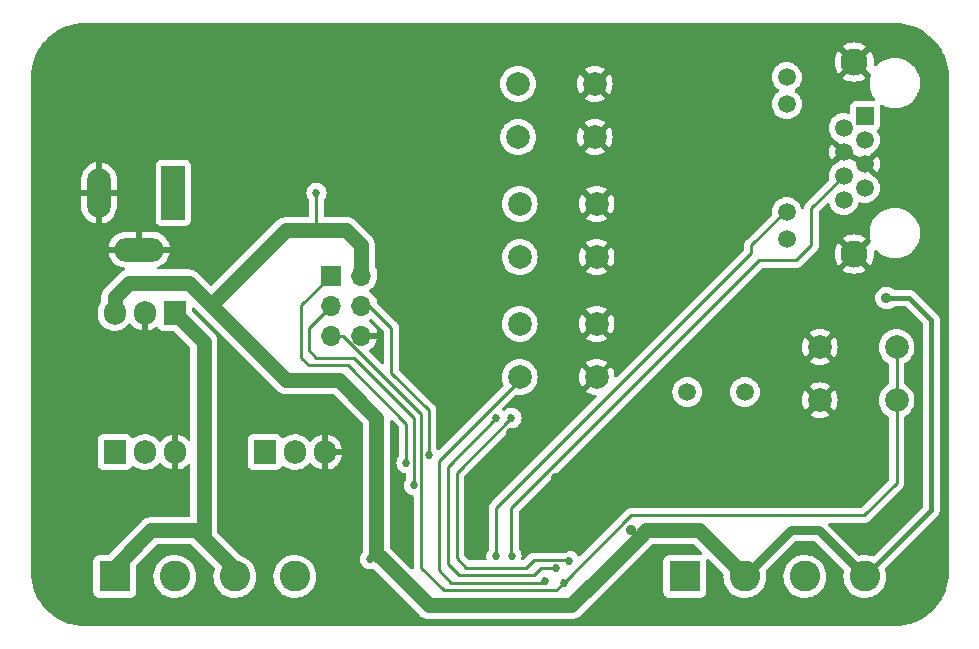
<source format=gbr>
%TF.GenerationSoftware,KiCad,Pcbnew,(6.0.0)*%
%TF.CreationDate,2022-01-26T18:23:26-07:00*%
%TF.ProjectId,PantryLights,50616e74-7279-44c6-9967-6874732e6b69,rev?*%
%TF.SameCoordinates,Original*%
%TF.FileFunction,Copper,L2,Bot*%
%TF.FilePolarity,Positive*%
%FSLAX46Y46*%
G04 Gerber Fmt 4.6, Leading zero omitted, Abs format (unit mm)*
G04 Created by KiCad (PCBNEW (6.0.0)) date 2022-01-26 18:23:26*
%MOMM*%
%LPD*%
G01*
G04 APERTURE LIST*
%TA.AperFunction,ComponentPad*%
%ADD10R,1.700000X1.700000*%
%TD*%
%TA.AperFunction,ComponentPad*%
%ADD11O,1.700000X1.700000*%
%TD*%
%TA.AperFunction,ComponentPad*%
%ADD12C,2.000000*%
%TD*%
%TA.AperFunction,ComponentPad*%
%ADD13R,2.600000X2.600000*%
%TD*%
%TA.AperFunction,ComponentPad*%
%ADD14C,2.600000*%
%TD*%
%TA.AperFunction,ComponentPad*%
%ADD15C,1.500000*%
%TD*%
%TA.AperFunction,ComponentPad*%
%ADD16C,2.300000*%
%TD*%
%TA.AperFunction,ComponentPad*%
%ADD17R,1.500000X1.500000*%
%TD*%
%TA.AperFunction,ComponentPad*%
%ADD18R,2.000000X4.600000*%
%TD*%
%TA.AperFunction,ComponentPad*%
%ADD19O,2.000000X4.200000*%
%TD*%
%TA.AperFunction,ComponentPad*%
%ADD20O,4.200000X2.000000*%
%TD*%
%TA.AperFunction,ComponentPad*%
%ADD21O,1.905000X2.000000*%
%TD*%
%TA.AperFunction,ComponentPad*%
%ADD22R,1.905000X2.000000*%
%TD*%
%TA.AperFunction,ViaPad*%
%ADD23C,0.685800*%
%TD*%
%TA.AperFunction,ViaPad*%
%ADD24C,4.445000*%
%TD*%
%TA.AperFunction,ViaPad*%
%ADD25C,0.889000*%
%TD*%
%TA.AperFunction,Conductor*%
%ADD26C,0.254000*%
%TD*%
%TA.AperFunction,Conductor*%
%ADD27C,0.381000*%
%TD*%
%TA.AperFunction,Conductor*%
%ADD28C,1.270000*%
%TD*%
%TA.AperFunction,Conductor*%
%ADD29C,0.508000*%
%TD*%
%TA.AperFunction,Conductor*%
%ADD30C,0.762000*%
%TD*%
G04 APERTURE END LIST*
D10*
%TO.P,J5,1,Pin_1*%
%TO.N,MISO*%
X130805000Y-91455000D03*
D11*
%TO.P,J5,2,Pin_2*%
%TO.N,+5V*%
X133345000Y-91455000D03*
%TO.P,J5,3,Pin_3*%
%TO.N,SCK*%
X130805000Y-93995000D03*
%TO.P,J5,4,Pin_4*%
%TO.N,MOSI*%
X133345000Y-93995000D03*
%TO.P,J5,5,Pin_5*%
%TO.N,RESET*%
X130805000Y-96535000D03*
%TO.P,J5,6,Pin_6*%
%TO.N,GND*%
X133345000Y-96535000D03*
%TD*%
D12*
%TO.P,SW3,1,1*%
%TO.N,Net-(U1-Pad2)*%
X146610000Y-75220000D03*
%TO.P,SW3,2,2*%
X146610000Y-79720000D03*
%TO.P,SW3,3,K*%
%TO.N,GND*%
X153110000Y-75220000D03*
%TO.P,SW3,4,A*%
X153110000Y-79720000D03*
%TD*%
%TO.P,SW2,4,A*%
%TO.N,GND*%
X153260000Y-89880000D03*
%TO.P,SW2,3,K*%
X153260000Y-85380000D03*
%TO.P,SW2,2,2*%
%TO.N,Net-(U1-Pad1)*%
X146760000Y-89880000D03*
%TO.P,SW2,1,1*%
X146760000Y-85380000D03*
%TD*%
%TO.P,SW1,4,A*%
%TO.N,GND*%
X153260000Y-100040000D03*
%TO.P,SW1,3,K*%
X153260000Y-95540000D03*
%TO.P,SW1,2,2*%
%TO.N,Net-(U1-Pad32)*%
X146760000Y-100040000D03*
%TO.P,SW1,1,1*%
X146760000Y-95540000D03*
%TD*%
D13*
%TO.P,J4,1,Pin_1*%
%TO.N,Net-(J4-Pad1)*%
X160730000Y-116920000D03*
D14*
%TO.P,J4,2,Pin_2*%
%TO.N,+5V*%
X165810000Y-116920000D03*
%TO.P,J4,3,Pin_3*%
%TO.N,Net-(J4-Pad3)*%
X170890000Y-116920000D03*
%TO.P,J4,4,Pin_4*%
%TO.N,+5V*%
X175970000Y-116920000D03*
%TD*%
D13*
%TO.P,J3,1,Pin_1*%
%TO.N,+12V*%
X112470006Y-116920010D03*
D14*
%TO.P,J3,2,Pin_2*%
%TO.N,Net-(J3-Pad2)*%
X117550006Y-116920010D03*
%TO.P,J3,3,Pin_3*%
%TO.N,+12V*%
X122630006Y-116920010D03*
%TO.P,J3,4,Pin_4*%
%TO.N,Net-(Q2-Pad2)*%
X127710006Y-116920010D03*
%TD*%
D15*
%TO.P,J2,12*%
%TO.N,Net-(J2-Pad12)*%
X169370000Y-88360000D03*
%TO.P,J2,11*%
%TO.N,TX*%
X169370000Y-86070000D03*
%TO.P,J2,10*%
%TO.N,Net-(J2-Pad10)*%
X169370000Y-76930000D03*
%TO.P,J2,9*%
%TO.N,RX*%
X169370000Y-74640000D03*
D16*
%TO.P,J2,SH*%
%TO.N,GND*%
X175080000Y-73370000D03*
X175080000Y-89630000D03*
D15*
%TO.P,J2,8*%
%TO.N,unconnected-(J2-Pad8)*%
X174190000Y-85052000D03*
%TO.P,J2,6*%
%TO.N,RX*%
X174190000Y-83020000D03*
%TO.P,J2,4*%
%TO.N,GND*%
X174190000Y-80988000D03*
%TO.P,J2,2*%
%TO.N,unconnected-(J2-Pad2)*%
X174190000Y-78956000D03*
%TO.P,J2,7*%
%TO.N,unconnected-(J2-Pad7)*%
X175970000Y-84036000D03*
%TO.P,J2,5*%
%TO.N,GND*%
X175970000Y-82004000D03*
%TO.P,J2,3*%
%TO.N,TX*%
X175970000Y-79972000D03*
D17*
%TO.P,J2,1*%
%TO.N,unconnected-(J2-Pad1)*%
X175970000Y-77940000D03*
%TD*%
D18*
%TO.P,J1,1*%
%TO.N,+12V*%
X117425000Y-84455000D03*
D19*
%TO.P,J1,2*%
%TO.N,GND*%
X111125000Y-84455000D03*
D20*
%TO.P,J1,3*%
X114525000Y-89255000D03*
%TD*%
D15*
%TO.P,Y1,2,2*%
%TO.N,Net-(Y1-Pad2)*%
X165810000Y-101310000D03*
%TO.P,Y1,1,1*%
%TO.N,Net-(Y1-Pad1)*%
X160930000Y-101310000D03*
%TD*%
D21*
%TO.P,U2,3,VO*%
%TO.N,+5V*%
X112470000Y-94615000D03*
%TO.P,U2,2,GND*%
%TO.N,GND*%
X115010000Y-94615000D03*
D22*
%TO.P,U2,1,VI*%
%TO.N,+12V*%
X117550000Y-94615000D03*
%TD*%
D12*
%TO.P,SW4,1,1*%
%TO.N,GND*%
X172160000Y-97500000D03*
%TO.P,SW4,2,2*%
X172160000Y-102000000D03*
%TO.P,SW4,3,K*%
%TO.N,RESET*%
X178660000Y-97500000D03*
%TO.P,SW4,4,A*%
X178660000Y-102000000D03*
%TD*%
D22*
%TO.P,Q2,1,G*%
%TO.N,Net-(Q1-Pad1)*%
X125170000Y-106390000D03*
D21*
%TO.P,Q2,2,D*%
%TO.N,Net-(Q2-Pad2)*%
X127710000Y-106390000D03*
%TO.P,Q2,3,S*%
%TO.N,GND*%
X130250000Y-106390000D03*
%TD*%
D22*
%TO.P,Q1,1,G*%
%TO.N,Net-(Q1-Pad1)*%
X112470000Y-106390000D03*
D21*
%TO.P,Q1,2,D*%
%TO.N,Net-(J3-Pad2)*%
X115010000Y-106390000D03*
%TO.P,Q1,3,S*%
%TO.N,GND*%
X117550000Y-106390000D03*
%TD*%
D23*
%TO.N,GND*%
X150566433Y-114591954D03*
D24*
X157480000Y-92710000D03*
X165735000Y-107315000D03*
X109855000Y-74930000D03*
D25*
X128270000Y-81280000D03*
X131445000Y-83185000D03*
X149860000Y-108585000D03*
X155575000Y-109855000D03*
X143510000Y-113030000D03*
D23*
X136525000Y-109855000D03*
D25*
X137077231Y-114025249D03*
D23*
%TO.N,+5V*%
X134083528Y-115467351D03*
D25*
%TO.N,GND*%
X143510000Y-101600000D03*
X146050000Y-104775000D03*
X147955000Y-106045000D03*
X147320000Y-92710000D03*
X147320000Y-82550000D03*
X140970000Y-83820000D03*
X137160000Y-99060000D03*
X130810000Y-102235000D03*
X134620000Y-117475000D03*
X180187392Y-105082153D03*
X161290000Y-97790000D03*
X167005000Y-73025000D03*
X167005000Y-92075000D03*
X165100000Y-93980000D03*
X120650000Y-90805000D03*
X120024579Y-84455000D03*
X128905000Y-74930000D03*
X135255000Y-74930000D03*
X128361180Y-85861441D03*
X131445000Y-85090000D03*
X123825000Y-85725000D03*
X123190000Y-99060000D03*
X117475000Y-100965000D03*
X113030000Y-100965000D03*
X121920000Y-109855000D03*
X109855000Y-109855000D03*
X124460000Y-102235000D03*
X156210000Y-102870000D03*
X159385000Y-106045000D03*
X154305000Y-108585000D03*
X180340000Y-116840000D03*
X175895000Y-113665000D03*
X156845000Y-117475000D03*
X151920337Y-112843192D03*
X142875000Y-114300000D03*
X143510000Y-111125000D03*
X131445000Y-113665000D03*
X131445000Y-111760000D03*
X139700000Y-101600000D03*
X140335000Y-92075000D03*
X139065000Y-99060000D03*
D23*
%TO.N,TX*%
X144775413Y-115231409D03*
%TO.N,RX*%
X146061508Y-115224224D03*
D25*
%TO.N,+5V*%
X177800000Y-93345000D03*
D23*
%TO.N,Net-(U1-Pad2)*%
X146050000Y-103505000D03*
X150940047Y-115605023D03*
%TO.N,Net-(U1-Pad1)*%
X144780000Y-103505000D03*
X149860000Y-116205000D03*
%TO.N,Net-(U1-Pad32)*%
X148913909Y-117322211D03*
%TO.N,MOSI*%
X139065000Y-106680000D03*
%TO.N,MISO*%
X137160000Y-107315000D03*
%TO.N,SCK*%
X137795000Y-109220000D03*
%TO.N,RESET*%
X150495000Y-117475000D03*
D25*
%TO.N,+5V*%
X153987500Y-116522500D03*
X156210000Y-113030000D03*
D23*
X134620000Y-109855000D03*
X129540000Y-84455000D03*
%TD*%
D26*
%TO.N,Net-(U1-Pad2)*%
X142240000Y-116205000D02*
X141411870Y-115376870D01*
X141411870Y-115376870D02*
X141411870Y-108143130D01*
X147955000Y-115570000D02*
X147320000Y-116205000D01*
X150905024Y-115570000D02*
X147955000Y-115570000D01*
X147320000Y-116205000D02*
X142240000Y-116205000D01*
X141411870Y-108143130D02*
X146050000Y-103505000D01*
X150940047Y-115605023D02*
X150905024Y-115570000D01*
%TO.N,TX*%
X169200000Y-86070000D02*
X169370000Y-86070000D01*
X144780000Y-111125000D02*
X166370000Y-89535000D01*
X144780000Y-115226822D02*
X144780000Y-111125000D01*
X144775413Y-115231409D02*
X144780000Y-115226822D01*
X166370000Y-89535000D02*
X166370000Y-88900000D01*
X166370000Y-88900000D02*
X169200000Y-86070000D01*
%TO.N,RX*%
X171450000Y-85760000D02*
X174190000Y-83020000D01*
X170180000Y-90170000D02*
X171450000Y-88900000D01*
X146050000Y-111125000D02*
X167005000Y-90170000D01*
X146050000Y-115212716D02*
X146050000Y-111125000D01*
X171450000Y-88900000D02*
X171450000Y-85760000D01*
X146061508Y-115224224D02*
X146050000Y-115212716D01*
X167005000Y-90170000D02*
X170180000Y-90170000D01*
%TO.N,Net-(U1-Pad32)*%
X146760000Y-100255000D02*
X146760000Y-100040000D01*
X139893129Y-107121871D02*
X146760000Y-100255000D01*
X140970000Y-117475000D02*
X139893129Y-116398129D01*
X148761120Y-117475000D02*
X140970000Y-117475000D01*
X148913909Y-117322211D02*
X148761120Y-117475000D01*
X139893129Y-116398129D02*
X139893129Y-107121871D01*
%TO.N,Net-(U1-Pad1)*%
X147955000Y-116840000D02*
X148590000Y-116205000D01*
X140635902Y-115870902D02*
X141605000Y-116840000D01*
X141605000Y-116840000D02*
X147955000Y-116840000D01*
X140635902Y-107649098D02*
X140635902Y-115870902D01*
X148590000Y-116205000D02*
X149860000Y-116205000D01*
X144780000Y-103505000D02*
X140635902Y-107649098D01*
D27*
%TO.N,+5V*%
X134087649Y-115467351D02*
X134620000Y-114935000D01*
X134083528Y-115467351D02*
X134087649Y-115467351D01*
D28*
%TO.N,+12V*%
X119380000Y-113030000D02*
X120015000Y-113665000D01*
X120015000Y-113665000D02*
X120015000Y-97080000D01*
X120015000Y-97080000D02*
X117550000Y-94615000D01*
%TO.N,+5V*%
X118745000Y-92075000D02*
X120650000Y-93980000D01*
X112470000Y-93270000D02*
X113665000Y-92075000D01*
X112470000Y-94615000D02*
X112470000Y-93270000D01*
X113665000Y-92075000D02*
X118745000Y-92075000D01*
X135255000Y-115570000D02*
X134620000Y-114935000D01*
X134620000Y-114935000D02*
X134620000Y-109855000D01*
X139065000Y-119380000D02*
X151130000Y-119380000D01*
X135255000Y-115570000D02*
X139065000Y-119380000D01*
X151130000Y-119380000D02*
X153987500Y-116522500D01*
D29*
%TO.N,GND*%
X174190000Y-80988000D02*
X175970000Y-82004000D01*
D26*
%TO.N,+5V*%
X129540000Y-84455000D02*
X129540000Y-87630000D01*
D27*
X181610000Y-111280000D02*
X175970000Y-116920000D01*
X179705000Y-93345000D02*
X181610000Y-95250000D01*
X181610000Y-95250000D02*
X181610000Y-111280000D01*
X177800000Y-93345000D02*
X179705000Y-93345000D01*
D26*
%TO.N,RESET*%
X178660000Y-102000000D02*
X178660000Y-97500000D01*
X175895000Y-111760000D02*
X178660000Y-108995000D01*
X156210000Y-111760000D02*
X175895000Y-111760000D01*
X178660000Y-108995000D02*
X178660000Y-102000000D01*
X150495000Y-117475000D02*
X156210000Y-111760000D01*
%TO.N,MISO*%
X130795000Y-91455000D02*
X130805000Y-91455000D01*
X128270000Y-93980000D02*
X130795000Y-91455000D01*
X128270000Y-98425000D02*
X128270000Y-93980000D01*
X132237205Y-99060000D02*
X128905000Y-99060000D01*
X128905000Y-99060000D02*
X128270000Y-98425000D01*
X137160000Y-103982795D02*
X132237205Y-99060000D01*
X137160000Y-107315000D02*
X137160000Y-103982795D01*
%TO.N,SCK*%
X137795000Y-103505000D02*
X137795000Y-109220000D01*
X129540000Y-98425000D02*
X132715000Y-98425000D01*
X132715000Y-98425000D02*
X137795000Y-103505000D01*
X128905000Y-97790000D02*
X129540000Y-98425000D01*
X128905000Y-95895000D02*
X128905000Y-97790000D01*
X130805000Y-93995000D02*
X128905000Y-95895000D01*
%TO.N,RESET*%
X131777500Y-96535000D02*
X130805000Y-96535000D01*
X132216089Y-96973589D02*
X131777500Y-96535000D01*
X132906411Y-97663911D02*
X132877389Y-97663911D01*
X132216089Y-97002611D02*
X132216089Y-96973589D01*
X138430000Y-103187500D02*
X132906411Y-97663911D01*
X138430000Y-116205000D02*
X138430000Y-103187500D01*
X140335000Y-118110000D02*
X138430000Y-116205000D01*
X149860000Y-118110000D02*
X140335000Y-118110000D01*
X132877389Y-97663911D02*
X132216089Y-97002611D01*
X150495000Y-117475000D02*
X149860000Y-118110000D01*
%TO.N,MOSI*%
X135890000Y-95885000D02*
X134000000Y-93995000D01*
X134000000Y-93995000D02*
X133345000Y-93995000D01*
X135890000Y-99695000D02*
X135890000Y-95885000D01*
X139065000Y-106680000D02*
X139065000Y-102870000D01*
X139065000Y-102870000D02*
X135890000Y-99695000D01*
D28*
%TO.N,+5V*%
X131445000Y-100330000D02*
X127000000Y-100330000D01*
X127000000Y-100330000D02*
X120650000Y-93980000D01*
X134620000Y-103505000D02*
X131445000Y-100330000D01*
X134620000Y-109855000D02*
X134620000Y-103505000D01*
X153987500Y-116522500D02*
X156845000Y-113665000D01*
D27*
X156210000Y-113030000D02*
X156845000Y-113665000D01*
D28*
X156845000Y-113665000D02*
X157480000Y-113030000D01*
X161920000Y-113030000D02*
X165810000Y-116920000D01*
X157480000Y-113030000D02*
X161920000Y-113030000D01*
X133345000Y-88895000D02*
X133345000Y-91455000D01*
X127000000Y-87630000D02*
X120650000Y-93980000D01*
X129540000Y-87630000D02*
X132080000Y-87630000D01*
X129540000Y-87630000D02*
X127000000Y-87630000D01*
X132080000Y-87630000D02*
X133345000Y-88895000D01*
D30*
X172080000Y-113030000D02*
X175970000Y-116920000D01*
X169700000Y-113030000D02*
X172080000Y-113030000D01*
X165810000Y-116920000D02*
X169700000Y-113030000D01*
D28*
%TO.N,+12V*%
X115570000Y-113030000D02*
X119380000Y-113030000D01*
X112470000Y-116130000D02*
X115570000Y-113030000D01*
X119380000Y-113030000D02*
X122630000Y-116280000D01*
X112470000Y-116920000D02*
X112470000Y-116130000D01*
X122630000Y-116280000D02*
X122630000Y-116920000D01*
%TD*%
%TA.AperFunction,Conductor*%
%TO.N,GND*%
G36*
X178480057Y-70069500D02*
G01*
X178494858Y-70071805D01*
X178494861Y-70071805D01*
X178503730Y-70073186D01*
X178524158Y-70070515D01*
X178545983Y-70069571D01*
X178902981Y-70085158D01*
X178913930Y-70086116D01*
X179298465Y-70136741D01*
X179309291Y-70138650D01*
X179687951Y-70222598D01*
X179698568Y-70225443D01*
X179868993Y-70279177D01*
X180068473Y-70342073D01*
X180078787Y-70345826D01*
X180437143Y-70494262D01*
X180447087Y-70498900D01*
X180791117Y-70677990D01*
X180800637Y-70683486D01*
X181127754Y-70891883D01*
X181136758Y-70898188D01*
X181444458Y-71134295D01*
X181452878Y-71141360D01*
X181683760Y-71352923D01*
X181738836Y-71403391D01*
X181746609Y-71411164D01*
X182008640Y-71697122D01*
X182015705Y-71705542D01*
X182251812Y-72013242D01*
X182258117Y-72022246D01*
X182466514Y-72349363D01*
X182472009Y-72358882D01*
X182545427Y-72499915D01*
X182651096Y-72702904D01*
X182655738Y-72712857D01*
X182804171Y-73071206D01*
X182807927Y-73081527D01*
X182844778Y-73198402D01*
X182924557Y-73451432D01*
X182927402Y-73462049D01*
X183011350Y-73840709D01*
X183013259Y-73851535D01*
X183060179Y-74207924D01*
X183063884Y-74236070D01*
X183064842Y-74247020D01*
X183080104Y-74596584D01*
X183078724Y-74621460D01*
X183076814Y-74633730D01*
X183078350Y-74645475D01*
X183080936Y-74665251D01*
X183082000Y-74681589D01*
X183082000Y-116500672D01*
X183080500Y-116520056D01*
X183076814Y-116543730D01*
X183079485Y-116564158D01*
X183080429Y-116585983D01*
X183068121Y-116867872D01*
X183064842Y-116942980D01*
X183063884Y-116953930D01*
X183013259Y-117338465D01*
X183011350Y-117349291D01*
X182927402Y-117727951D01*
X182924557Y-117738568D01*
X182876708Y-117890326D01*
X182808685Y-118106072D01*
X182807930Y-118108465D01*
X182804174Y-118118787D01*
X182660058Y-118466715D01*
X182655742Y-118477134D01*
X182651100Y-118487087D01*
X182523364Y-118732466D01*
X182472010Y-118831117D01*
X182466514Y-118840637D01*
X182258117Y-119167754D01*
X182251812Y-119176758D01*
X182015705Y-119484458D01*
X182008640Y-119492878D01*
X181746609Y-119778836D01*
X181738840Y-119786605D01*
X181554087Y-119955900D01*
X181452878Y-120048640D01*
X181444458Y-120055705D01*
X181136758Y-120291812D01*
X181127754Y-120298117D01*
X181052879Y-120345818D01*
X180808365Y-120501591D01*
X180800637Y-120506514D01*
X180791118Y-120512009D01*
X180447087Y-120691100D01*
X180437143Y-120695738D01*
X180078787Y-120844174D01*
X180068473Y-120847927D01*
X179868993Y-120910823D01*
X179698568Y-120964557D01*
X179687951Y-120967402D01*
X179309291Y-121051350D01*
X179298465Y-121053259D01*
X178913930Y-121103884D01*
X178902981Y-121104842D01*
X178553416Y-121120104D01*
X178528540Y-121118724D01*
X178526684Y-121118435D01*
X178525142Y-121118195D01*
X178525141Y-121118195D01*
X178516270Y-121116814D01*
X178484749Y-121120936D01*
X178468411Y-121122000D01*
X109979328Y-121122000D01*
X109959943Y-121120500D01*
X109945142Y-121118195D01*
X109945139Y-121118195D01*
X109936270Y-121116814D01*
X109915842Y-121119485D01*
X109894017Y-121120429D01*
X109537019Y-121104842D01*
X109526070Y-121103884D01*
X109141535Y-121053259D01*
X109130709Y-121051350D01*
X108752049Y-120967402D01*
X108741432Y-120964557D01*
X108571007Y-120910823D01*
X108371527Y-120847927D01*
X108361213Y-120844174D01*
X108002857Y-120695738D01*
X107992913Y-120691100D01*
X107648882Y-120512009D01*
X107639363Y-120506514D01*
X107631636Y-120501591D01*
X107387121Y-120345818D01*
X107312246Y-120298117D01*
X107303242Y-120291812D01*
X106995542Y-120055705D01*
X106987122Y-120048640D01*
X106885913Y-119955900D01*
X106701160Y-119786605D01*
X106693391Y-119778836D01*
X106431360Y-119492878D01*
X106424295Y-119484458D01*
X106188188Y-119176758D01*
X106181883Y-119167754D01*
X105973486Y-118840637D01*
X105967990Y-118831117D01*
X105916636Y-118732466D01*
X105788900Y-118487087D01*
X105784258Y-118477134D01*
X105779943Y-118466715D01*
X105697692Y-118268144D01*
X110661506Y-118268144D01*
X110668261Y-118330326D01*
X110719391Y-118466715D01*
X110806745Y-118583271D01*
X110923301Y-118670625D01*
X111059690Y-118721755D01*
X111121872Y-118728510D01*
X113818140Y-118728510D01*
X113880322Y-118721755D01*
X114016711Y-118670625D01*
X114133267Y-118583271D01*
X114220621Y-118466715D01*
X114271751Y-118330326D01*
X114278506Y-118268144D01*
X114278506Y-116872536D01*
X115737056Y-116872536D01*
X115737280Y-116877197D01*
X115737280Y-116877207D01*
X115739488Y-116923170D01*
X115749953Y-117141029D01*
X115802394Y-117404666D01*
X115893226Y-117657656D01*
X116020456Y-117894441D01*
X116023247Y-117898178D01*
X116023251Y-117898185D01*
X116104893Y-118007516D01*
X116181287Y-118109820D01*
X116184592Y-118113096D01*
X116184601Y-118113106D01*
X116351061Y-118278119D01*
X116372186Y-118299060D01*
X116375948Y-118301818D01*
X116375951Y-118301821D01*
X116492421Y-118387220D01*
X116588960Y-118458005D01*
X116593095Y-118460181D01*
X116593099Y-118460183D01*
X116822685Y-118580975D01*
X116826846Y-118583164D01*
X116969323Y-118632919D01*
X117076175Y-118670233D01*
X117080619Y-118671785D01*
X117085212Y-118672657D01*
X117340115Y-118721052D01*
X117340118Y-118721052D01*
X117344704Y-118721923D01*
X117472376Y-118726939D01*
X117608631Y-118732293D01*
X117608636Y-118732293D01*
X117613299Y-118732476D01*
X117717613Y-118721052D01*
X117875850Y-118703723D01*
X117875856Y-118703722D01*
X117880503Y-118703213D01*
X117885065Y-118702012D01*
X118135924Y-118635966D01*
X118135926Y-118635965D01*
X118140447Y-118634775D01*
X118247801Y-118588652D01*
X118383126Y-118530512D01*
X118383128Y-118530511D01*
X118387420Y-118528667D01*
X118506093Y-118455230D01*
X118612023Y-118389679D01*
X118612027Y-118389676D01*
X118615996Y-118387220D01*
X118821155Y-118213540D01*
X118998388Y-118011444D01*
X119143803Y-117785371D01*
X119254205Y-117540288D01*
X119291218Y-117409051D01*
X119325899Y-117286082D01*
X119325900Y-117286079D01*
X119327169Y-117281578D01*
X119345051Y-117141019D01*
X119360694Y-117018055D01*
X119360695Y-117018045D01*
X119361092Y-117014925D01*
X119363577Y-116920010D01*
X119343656Y-116651947D01*
X119342623Y-116647382D01*
X119285367Y-116394341D01*
X119285364Y-116394331D01*
X119284333Y-116389773D01*
X119186908Y-116139248D01*
X119053524Y-115905874D01*
X118887111Y-115694779D01*
X118691323Y-115510601D01*
X118505533Y-115381713D01*
X118474305Y-115360049D01*
X118474302Y-115360047D01*
X118470463Y-115357384D01*
X118466270Y-115355316D01*
X118233570Y-115240561D01*
X118233567Y-115240560D01*
X118229382Y-115238496D01*
X118224906Y-115237063D01*
X118064300Y-115185653D01*
X117973376Y-115156548D01*
X117968769Y-115155798D01*
X117968766Y-115155797D01*
X117743731Y-115119148D01*
X117708069Y-115113340D01*
X117577725Y-115111634D01*
X117443967Y-115109883D01*
X117443964Y-115109883D01*
X117439290Y-115109822D01*
X117172943Y-115146070D01*
X117168457Y-115147378D01*
X117168455Y-115147378D01*
X117132105Y-115157973D01*
X116914880Y-115221288D01*
X116670769Y-115333825D01*
X116666860Y-115336388D01*
X116449887Y-115478641D01*
X116449882Y-115478645D01*
X116445974Y-115481207D01*
X116374808Y-115544725D01*
X116255042Y-115651621D01*
X116245432Y-115660198D01*
X116073550Y-115866864D01*
X115934102Y-116096666D01*
X115932296Y-116100974D01*
X115932291Y-116100984D01*
X115855131Y-116284991D01*
X115830154Y-116344555D01*
X115763987Y-116605087D01*
X115737056Y-116872536D01*
X114278506Y-116872536D01*
X114278506Y-115990837D01*
X114298508Y-115922716D01*
X114315411Y-115901742D01*
X116006749Y-114210405D01*
X116069061Y-114176379D01*
X116095844Y-114173500D01*
X118854157Y-114173500D01*
X118922278Y-114193502D01*
X118943252Y-114210405D01*
X119141281Y-114408434D01*
X119153137Y-114422132D01*
X119161573Y-114433429D01*
X119165818Y-114437353D01*
X119221970Y-114489259D01*
X119225536Y-114492689D01*
X120899753Y-116166907D01*
X120933779Y-116229219D01*
X120926856Y-116304724D01*
X120910154Y-116344555D01*
X120843987Y-116605087D01*
X120817056Y-116872536D01*
X120817280Y-116877197D01*
X120817280Y-116877207D01*
X120819488Y-116923170D01*
X120829953Y-117141029D01*
X120882394Y-117404666D01*
X120973226Y-117657656D01*
X121100456Y-117894441D01*
X121103247Y-117898178D01*
X121103251Y-117898185D01*
X121184893Y-118007516D01*
X121261287Y-118109820D01*
X121264592Y-118113096D01*
X121264601Y-118113106D01*
X121431061Y-118278119D01*
X121452186Y-118299060D01*
X121455948Y-118301818D01*
X121455951Y-118301821D01*
X121572421Y-118387220D01*
X121668960Y-118458005D01*
X121673095Y-118460181D01*
X121673099Y-118460183D01*
X121902685Y-118580975D01*
X121906846Y-118583164D01*
X122049323Y-118632919D01*
X122156175Y-118670233D01*
X122160619Y-118671785D01*
X122165212Y-118672657D01*
X122420115Y-118721052D01*
X122420118Y-118721052D01*
X122424704Y-118721923D01*
X122552376Y-118726939D01*
X122688631Y-118732293D01*
X122688636Y-118732293D01*
X122693299Y-118732476D01*
X122797613Y-118721052D01*
X122955850Y-118703723D01*
X122955856Y-118703722D01*
X122960503Y-118703213D01*
X122965065Y-118702012D01*
X123215924Y-118635966D01*
X123215926Y-118635965D01*
X123220447Y-118634775D01*
X123327801Y-118588652D01*
X123463126Y-118530512D01*
X123463128Y-118530511D01*
X123467420Y-118528667D01*
X123586093Y-118455230D01*
X123692023Y-118389679D01*
X123692027Y-118389676D01*
X123695996Y-118387220D01*
X123901155Y-118213540D01*
X124078388Y-118011444D01*
X124223803Y-117785371D01*
X124334205Y-117540288D01*
X124371218Y-117409051D01*
X124405899Y-117286082D01*
X124405900Y-117286079D01*
X124407169Y-117281578D01*
X124425051Y-117141019D01*
X124440694Y-117018055D01*
X124440695Y-117018045D01*
X124441092Y-117014925D01*
X124443577Y-116920010D01*
X124440049Y-116872536D01*
X125897056Y-116872536D01*
X125897280Y-116877197D01*
X125897280Y-116877207D01*
X125899488Y-116923170D01*
X125909953Y-117141029D01*
X125962394Y-117404666D01*
X126053226Y-117657656D01*
X126180456Y-117894441D01*
X126183247Y-117898178D01*
X126183251Y-117898185D01*
X126264893Y-118007516D01*
X126341287Y-118109820D01*
X126344592Y-118113096D01*
X126344601Y-118113106D01*
X126511061Y-118278119D01*
X126532186Y-118299060D01*
X126535948Y-118301818D01*
X126535951Y-118301821D01*
X126652421Y-118387220D01*
X126748960Y-118458005D01*
X126753095Y-118460181D01*
X126753099Y-118460183D01*
X126982685Y-118580975D01*
X126986846Y-118583164D01*
X127129323Y-118632919D01*
X127236175Y-118670233D01*
X127240619Y-118671785D01*
X127245212Y-118672657D01*
X127500115Y-118721052D01*
X127500118Y-118721052D01*
X127504704Y-118721923D01*
X127632376Y-118726939D01*
X127768631Y-118732293D01*
X127768636Y-118732293D01*
X127773299Y-118732476D01*
X127877613Y-118721052D01*
X128035850Y-118703723D01*
X128035856Y-118703722D01*
X128040503Y-118703213D01*
X128045065Y-118702012D01*
X128295924Y-118635966D01*
X128295926Y-118635965D01*
X128300447Y-118634775D01*
X128407801Y-118588652D01*
X128543126Y-118530512D01*
X128543128Y-118530511D01*
X128547420Y-118528667D01*
X128666093Y-118455230D01*
X128772023Y-118389679D01*
X128772027Y-118389676D01*
X128775996Y-118387220D01*
X128981155Y-118213540D01*
X129158388Y-118011444D01*
X129303803Y-117785371D01*
X129414205Y-117540288D01*
X129451218Y-117409051D01*
X129485899Y-117286082D01*
X129485900Y-117286079D01*
X129487169Y-117281578D01*
X129505051Y-117141019D01*
X129520694Y-117018055D01*
X129520695Y-117018045D01*
X129521092Y-117014925D01*
X129523577Y-116920010D01*
X129503656Y-116651947D01*
X129502623Y-116647382D01*
X129445367Y-116394341D01*
X129445364Y-116394331D01*
X129444333Y-116389773D01*
X129346908Y-116139248D01*
X129213524Y-115905874D01*
X129047111Y-115694779D01*
X128851323Y-115510601D01*
X128665533Y-115381713D01*
X128634305Y-115360049D01*
X128634302Y-115360047D01*
X128630463Y-115357384D01*
X128626270Y-115355316D01*
X128393570Y-115240561D01*
X128393567Y-115240560D01*
X128389382Y-115238496D01*
X128384906Y-115237063D01*
X128224300Y-115185653D01*
X128133376Y-115156548D01*
X128128769Y-115155798D01*
X128128766Y-115155797D01*
X127903731Y-115119148D01*
X127868069Y-115113340D01*
X127737725Y-115111634D01*
X127603967Y-115109883D01*
X127603964Y-115109883D01*
X127599290Y-115109822D01*
X127332943Y-115146070D01*
X127328457Y-115147378D01*
X127328455Y-115147378D01*
X127292105Y-115157973D01*
X127074880Y-115221288D01*
X126830769Y-115333825D01*
X126826860Y-115336388D01*
X126609887Y-115478641D01*
X126609882Y-115478645D01*
X126605974Y-115481207D01*
X126534808Y-115544725D01*
X126415042Y-115651621D01*
X126405432Y-115660198D01*
X126233550Y-115866864D01*
X126094102Y-116096666D01*
X126092296Y-116100974D01*
X126092291Y-116100984D01*
X126015131Y-116284991D01*
X125990154Y-116344555D01*
X125923987Y-116605087D01*
X125897056Y-116872536D01*
X124440049Y-116872536D01*
X124423656Y-116651947D01*
X124422623Y-116647382D01*
X124365367Y-116394341D01*
X124365364Y-116394331D01*
X124364333Y-116389773D01*
X124266908Y-116139248D01*
X124133524Y-115905874D01*
X123967111Y-115694779D01*
X123771323Y-115510601D01*
X123585533Y-115381713D01*
X123554305Y-115360049D01*
X123554302Y-115360047D01*
X123550463Y-115357384D01*
X123546270Y-115355316D01*
X123313570Y-115240561D01*
X123313567Y-115240560D01*
X123309382Y-115238496D01*
X123304906Y-115237063D01*
X123185896Y-115198968D01*
X123135214Y-115168061D01*
X121195405Y-113228252D01*
X121161379Y-113165940D01*
X121158500Y-113139157D01*
X121158500Y-107438134D01*
X123709000Y-107438134D01*
X123715755Y-107500316D01*
X123766885Y-107636705D01*
X123854239Y-107753261D01*
X123970795Y-107840615D01*
X124107184Y-107891745D01*
X124169366Y-107898500D01*
X126170634Y-107898500D01*
X126232816Y-107891745D01*
X126369205Y-107840615D01*
X126485761Y-107753261D01*
X126573115Y-107636705D01*
X126580573Y-107616811D01*
X126623213Y-107560047D01*
X126689774Y-107535346D01*
X126759123Y-107550553D01*
X126776647Y-107562158D01*
X126894670Y-107655367D01*
X126894675Y-107655370D01*
X126898724Y-107658568D01*
X126903240Y-107661061D01*
X126903243Y-107661063D01*
X127104526Y-107772177D01*
X127104530Y-107772179D01*
X127109050Y-107774674D01*
X127113919Y-107776398D01*
X127113923Y-107776400D01*
X127330640Y-107853144D01*
X127330644Y-107853145D01*
X127335515Y-107854870D01*
X127340608Y-107855777D01*
X127340611Y-107855778D01*
X127566948Y-107896095D01*
X127566954Y-107896096D01*
X127572037Y-107897001D01*
X127659400Y-107898068D01*
X127807093Y-107899873D01*
X127807095Y-107899873D01*
X127812263Y-107899936D01*
X128049744Y-107863596D01*
X128161997Y-107826906D01*
X128273183Y-107790566D01*
X128273189Y-107790563D01*
X128278101Y-107788958D01*
X128282687Y-107786571D01*
X128282691Y-107786569D01*
X128486607Y-107680416D01*
X128491200Y-107678025D01*
X128683320Y-107533777D01*
X128815097Y-107395880D01*
X128845730Y-107363825D01*
X128845731Y-107363824D01*
X128849301Y-107360088D01*
X128874840Y-107322649D01*
X128929751Y-107277648D01*
X129000275Y-107269477D01*
X129064022Y-107300731D01*
X129084716Y-107325210D01*
X129086085Y-107327326D01*
X129092378Y-107335498D01*
X129247050Y-107505480D01*
X129254583Y-107512506D01*
X129434944Y-107654945D01*
X129443531Y-107660650D01*
X129644722Y-107771714D01*
X129654134Y-107775944D01*
X129870768Y-107852659D01*
X129880739Y-107855293D01*
X129978163Y-107872647D01*
X129991460Y-107871187D01*
X129995543Y-107858096D01*
X130504000Y-107858096D01*
X130507918Y-107871440D01*
X130522194Y-107873427D01*
X130584515Y-107863890D01*
X130594543Y-107861501D01*
X130812988Y-107790102D01*
X130822497Y-107786105D01*
X131026344Y-107679989D01*
X131035069Y-107674495D01*
X131218852Y-107536507D01*
X131226559Y-107529664D01*
X131385339Y-107363509D01*
X131391826Y-107355499D01*
X131521330Y-107165653D01*
X131526429Y-107156679D01*
X131623187Y-106948231D01*
X131626750Y-106938544D01*
X131688165Y-106717092D01*
X131690096Y-106706970D01*
X131694901Y-106662013D01*
X131692253Y-106647392D01*
X131679876Y-106644000D01*
X130522115Y-106644000D01*
X130506876Y-106648475D01*
X130505671Y-106649865D01*
X130504000Y-106657548D01*
X130504000Y-107858096D01*
X129995543Y-107858096D01*
X129996000Y-107856630D01*
X129996000Y-106117885D01*
X130504000Y-106117885D01*
X130508475Y-106133124D01*
X130509865Y-106134329D01*
X130517548Y-106136000D01*
X131680412Y-106136000D01*
X131695141Y-106131675D01*
X131697202Y-106119889D01*
X131696249Y-106108296D01*
X131694567Y-106098134D01*
X131638578Y-105875229D01*
X131635259Y-105865481D01*
X131543615Y-105654711D01*
X131538749Y-105645636D01*
X131413915Y-105452673D01*
X131407622Y-105444502D01*
X131252950Y-105274520D01*
X131245417Y-105267494D01*
X131065056Y-105125055D01*
X131056469Y-105119350D01*
X130855278Y-105008286D01*
X130845866Y-105004056D01*
X130629232Y-104927341D01*
X130619261Y-104924707D01*
X130521837Y-104907353D01*
X130508540Y-104908813D01*
X130504000Y-104923370D01*
X130504000Y-106117885D01*
X129996000Y-106117885D01*
X129996000Y-104921904D01*
X129992082Y-104908560D01*
X129977806Y-104906573D01*
X129915485Y-104916110D01*
X129905457Y-104918499D01*
X129687012Y-104989898D01*
X129677503Y-104993895D01*
X129473656Y-105100011D01*
X129464931Y-105105505D01*
X129281148Y-105243493D01*
X129273441Y-105250336D01*
X129114661Y-105416491D01*
X129108177Y-105424498D01*
X129085763Y-105457356D01*
X129030852Y-105502359D01*
X128960328Y-105510532D01*
X128896580Y-105479278D01*
X128875884Y-105454796D01*
X128874311Y-105452365D01*
X128871502Y-105448023D01*
X128709814Y-105270330D01*
X128632983Y-105209653D01*
X128525330Y-105124633D01*
X128525325Y-105124630D01*
X128521276Y-105121432D01*
X128516760Y-105118939D01*
X128516757Y-105118937D01*
X128315474Y-105007823D01*
X128315470Y-105007821D01*
X128310950Y-105005326D01*
X128306081Y-105003602D01*
X128306077Y-105003600D01*
X128089360Y-104926856D01*
X128089356Y-104926855D01*
X128084485Y-104925130D01*
X128079392Y-104924223D01*
X128079389Y-104924222D01*
X127853052Y-104883905D01*
X127853046Y-104883904D01*
X127847963Y-104882999D01*
X127755474Y-104881869D01*
X127612907Y-104880127D01*
X127612905Y-104880127D01*
X127607737Y-104880064D01*
X127370256Y-104916404D01*
X127258003Y-104953094D01*
X127146817Y-104989434D01*
X127146811Y-104989437D01*
X127141899Y-104991042D01*
X127137313Y-104993429D01*
X127137309Y-104993431D01*
X126933393Y-105099584D01*
X126928800Y-105101975D01*
X126773717Y-105218415D01*
X126707235Y-105243320D01*
X126637839Y-105228328D01*
X126587565Y-105178198D01*
X126580085Y-105161885D01*
X126576269Y-105151707D01*
X126576267Y-105151703D01*
X126573115Y-105143295D01*
X126485761Y-105026739D01*
X126369205Y-104939385D01*
X126232816Y-104888255D01*
X126170634Y-104881500D01*
X124169366Y-104881500D01*
X124107184Y-104888255D01*
X123970795Y-104939385D01*
X123854239Y-105026739D01*
X123766885Y-105143295D01*
X123715755Y-105279684D01*
X123709000Y-105341866D01*
X123709000Y-107438134D01*
X121158500Y-107438134D01*
X121158500Y-97122794D01*
X121158770Y-97114553D01*
X121162627Y-97055704D01*
X121163005Y-97049938D01*
X121152605Y-96962074D01*
X121152262Y-96958800D01*
X121144698Y-96876476D01*
X121144698Y-96876474D01*
X121144169Y-96870721D01*
X121142600Y-96865159D01*
X121141941Y-96861601D01*
X121139743Y-96850551D01*
X121138982Y-96846970D01*
X121138303Y-96841234D01*
X121112065Y-96756731D01*
X121111133Y-96753584D01*
X121088692Y-96674014D01*
X121088692Y-96674013D01*
X121087123Y-96668451D01*
X121084567Y-96663269D01*
X121083245Y-96659824D01*
X121079094Y-96649421D01*
X121077695Y-96646042D01*
X121075982Y-96640526D01*
X121071581Y-96632160D01*
X121034782Y-96562217D01*
X121033284Y-96559277D01*
X120996725Y-96485141D01*
X120996722Y-96485137D01*
X120994171Y-96479963D01*
X120990717Y-96475338D01*
X120988777Y-96472172D01*
X120982838Y-96462759D01*
X120980819Y-96459649D01*
X120978129Y-96454537D01*
X120923344Y-96385043D01*
X120921348Y-96382441D01*
X120871880Y-96316195D01*
X120871880Y-96316194D01*
X120868427Y-96311571D01*
X120835356Y-96281000D01*
X120808040Y-96255750D01*
X120804474Y-96252320D01*
X119927481Y-95375327D01*
X119047905Y-94495752D01*
X119013880Y-94433440D01*
X119011000Y-94406657D01*
X119011000Y-94262343D01*
X119031002Y-94194222D01*
X119084658Y-94147729D01*
X119154932Y-94137625D01*
X119219512Y-94167119D01*
X119226095Y-94173248D01*
X119831142Y-94778295D01*
X119832301Y-94779469D01*
X119899857Y-94848817D01*
X119904174Y-94853249D01*
X119908872Y-94856569D01*
X119916086Y-94863239D01*
X126161158Y-101108312D01*
X126166795Y-101114330D01*
X126209494Y-101163019D01*
X126214025Y-101166591D01*
X126278954Y-101217777D01*
X126281517Y-101219853D01*
X126345097Y-101272732D01*
X126349539Y-101276426D01*
X126354577Y-101279247D01*
X126357564Y-101281300D01*
X126366892Y-101287533D01*
X126370003Y-101289553D01*
X126374537Y-101293128D01*
X126379644Y-101295815D01*
X126379655Y-101295822D01*
X126452813Y-101334312D01*
X126455712Y-101335885D01*
X126532904Y-101379114D01*
X126538364Y-101380967D01*
X126541664Y-101382437D01*
X126552053Y-101386900D01*
X126555416Y-101388293D01*
X126560527Y-101390982D01*
X126566043Y-101392695D01*
X126566046Y-101392696D01*
X126606666Y-101405309D01*
X126645030Y-101417222D01*
X126648089Y-101418215D01*
X126731912Y-101446669D01*
X126737626Y-101447498D01*
X126741138Y-101448341D01*
X126752151Y-101450833D01*
X126755718Y-101451591D01*
X126761234Y-101453304D01*
X126766962Y-101453982D01*
X126766967Y-101453983D01*
X126819367Y-101460184D01*
X126849118Y-101463706D01*
X126852340Y-101464130D01*
X126939897Y-101476825D01*
X127022054Y-101473597D01*
X127027001Y-101473500D01*
X130919157Y-101473500D01*
X130987278Y-101493502D01*
X131008252Y-101510405D01*
X133439595Y-103941749D01*
X133473621Y-104004061D01*
X133476500Y-104030844D01*
X133476500Y-114820759D01*
X133456498Y-114888880D01*
X133444137Y-114905069D01*
X133390937Y-114964154D01*
X133387635Y-114969873D01*
X133387633Y-114969876D01*
X133305648Y-115111879D01*
X133301451Y-115119148D01*
X133292908Y-115145440D01*
X133258494Y-115251358D01*
X133246146Y-115289360D01*
X133227438Y-115467351D01*
X133228128Y-115473916D01*
X133238175Y-115569500D01*
X133246146Y-115645342D01*
X133248186Y-115651620D01*
X133248186Y-115651621D01*
X133263401Y-115698447D01*
X133301451Y-115815554D01*
X133390937Y-115970548D01*
X133510692Y-116103550D01*
X133516034Y-116107431D01*
X133516036Y-116107433D01*
X133567356Y-116144719D01*
X133655483Y-116208747D01*
X133661511Y-116211431D01*
X133661513Y-116211432D01*
X133812951Y-116278856D01*
X133818982Y-116281541D01*
X133906460Y-116300135D01*
X133987585Y-116317379D01*
X133987589Y-116317379D01*
X133994042Y-116318751D01*
X134173014Y-116318751D01*
X134179467Y-116317379D01*
X134179471Y-116317379D01*
X134260596Y-116300135D01*
X134282242Y-116295534D01*
X134353032Y-116300936D01*
X134397533Y-116329686D01*
X138226151Y-120158304D01*
X138231788Y-120164322D01*
X138274494Y-120213019D01*
X138279029Y-120216594D01*
X138279030Y-120216595D01*
X138343982Y-120267798D01*
X138346547Y-120269876D01*
X138410100Y-120322734D01*
X138410105Y-120322738D01*
X138414540Y-120326426D01*
X138419574Y-120329245D01*
X138422584Y-120331314D01*
X138431854Y-120337508D01*
X138434999Y-120339551D01*
X138439537Y-120343128D01*
X138444645Y-120345816D01*
X138444649Y-120345818D01*
X138517816Y-120384312D01*
X138520706Y-120385882D01*
X138597904Y-120429115D01*
X138603376Y-120430972D01*
X138606776Y-120432486D01*
X138616987Y-120436873D01*
X138620421Y-120438295D01*
X138625527Y-120440982D01*
X138631041Y-120442694D01*
X138631043Y-120442695D01*
X138709999Y-120467212D01*
X138713135Y-120468231D01*
X138766280Y-120486271D01*
X138796912Y-120496669D01*
X138802625Y-120497498D01*
X138806138Y-120498341D01*
X138817151Y-120500833D01*
X138820718Y-120501591D01*
X138826234Y-120503304D01*
X138831962Y-120503982D01*
X138831967Y-120503983D01*
X138884182Y-120510163D01*
X138914099Y-120513704D01*
X138917322Y-120514128D01*
X138953419Y-120519362D01*
X138999184Y-120525998D01*
X138999189Y-120525998D01*
X139004898Y-120526826D01*
X139087069Y-120523597D01*
X139092017Y-120523500D01*
X151087195Y-120523500D01*
X151095436Y-120523770D01*
X151160061Y-120528006D01*
X151247973Y-120517601D01*
X151251186Y-120517264D01*
X151339279Y-120509169D01*
X151344839Y-120507601D01*
X151348412Y-120506939D01*
X151359415Y-120504750D01*
X151363028Y-120503982D01*
X151368765Y-120503303D01*
X151453276Y-120477062D01*
X151456373Y-120476146D01*
X151541549Y-120452123D01*
X151546737Y-120449565D01*
X151550188Y-120448240D01*
X151560566Y-120444099D01*
X151563953Y-120442696D01*
X151569473Y-120440982D01*
X151647746Y-120399801D01*
X151650682Y-120398305D01*
X151675863Y-120385887D01*
X151730037Y-120359171D01*
X151734668Y-120355713D01*
X151737871Y-120353750D01*
X151747258Y-120347827D01*
X151750351Y-120345818D01*
X151755463Y-120343129D01*
X151824956Y-120288344D01*
X151827526Y-120286373D01*
X151893801Y-120236884D01*
X151893808Y-120236877D01*
X151898429Y-120233427D01*
X151913989Y-120216595D01*
X151954261Y-120173028D01*
X151957691Y-120169462D01*
X153394861Y-118732293D01*
X154833777Y-117293377D01*
X154833782Y-117293371D01*
X157691277Y-114435877D01*
X157691282Y-114435871D01*
X157916748Y-114210405D01*
X157979060Y-114176379D01*
X158005843Y-114173500D01*
X161394157Y-114173500D01*
X161462278Y-114193502D01*
X161483252Y-114210405D01*
X162169368Y-114896521D01*
X162203394Y-114958833D01*
X162198329Y-115029648D01*
X162155782Y-115086484D01*
X162089262Y-115111295D01*
X162078134Y-115111391D01*
X162078134Y-115111500D01*
X159381866Y-115111500D01*
X159319684Y-115118255D01*
X159183295Y-115169385D01*
X159066739Y-115256739D01*
X158979385Y-115373295D01*
X158928255Y-115509684D01*
X158921500Y-115571866D01*
X158921500Y-118268134D01*
X158928255Y-118330316D01*
X158979385Y-118466705D01*
X159066739Y-118583261D01*
X159183295Y-118670615D01*
X159319684Y-118721745D01*
X159381866Y-118728500D01*
X162078134Y-118728500D01*
X162140316Y-118721745D01*
X162276705Y-118670615D01*
X162393261Y-118583261D01*
X162480615Y-118466705D01*
X162531745Y-118330316D01*
X162538500Y-118268134D01*
X162538500Y-115571866D01*
X162539673Y-115571866D01*
X162554853Y-115507446D01*
X162605912Y-115458116D01*
X162675536Y-115444221D01*
X162741619Y-115470174D01*
X162753479Y-115480632D01*
X163968361Y-116695514D01*
X164002387Y-116757826D01*
X164004632Y-116797230D01*
X163997050Y-116872526D01*
X163997274Y-116877192D01*
X163997274Y-116877197D01*
X164000434Y-116942980D01*
X164009947Y-117141019D01*
X164062388Y-117404656D01*
X164153220Y-117657646D01*
X164155432Y-117661762D01*
X164155433Y-117661765D01*
X164190996Y-117727951D01*
X164280450Y-117894431D01*
X164283241Y-117898168D01*
X164283245Y-117898175D01*
X164370443Y-118014947D01*
X164441281Y-118109810D01*
X164444590Y-118113090D01*
X164444595Y-118113096D01*
X164628863Y-118295762D01*
X164632180Y-118299050D01*
X164635942Y-118301808D01*
X164635945Y-118301811D01*
X164845183Y-118455230D01*
X164848954Y-118457995D01*
X164853089Y-118460171D01*
X164853093Y-118460173D01*
X165082698Y-118580975D01*
X165086840Y-118583154D01*
X165102584Y-118588652D01*
X165321897Y-118665239D01*
X165340613Y-118671775D01*
X165345206Y-118672647D01*
X165600109Y-118721042D01*
X165600112Y-118721042D01*
X165604698Y-118721913D01*
X165732370Y-118726929D01*
X165868625Y-118732283D01*
X165868630Y-118732283D01*
X165873293Y-118732466D01*
X165963399Y-118722598D01*
X166135844Y-118703713D01*
X166135850Y-118703712D01*
X166140497Y-118703203D01*
X166145021Y-118702012D01*
X166395918Y-118635956D01*
X166395920Y-118635955D01*
X166400441Y-118634765D01*
X166516954Y-118584707D01*
X166643120Y-118530502D01*
X166643122Y-118530501D01*
X166647414Y-118528657D01*
X166758083Y-118460173D01*
X166872017Y-118389669D01*
X166872021Y-118389666D01*
X166875990Y-118387210D01*
X167081149Y-118213530D01*
X167258382Y-118011434D01*
X167333635Y-117894441D01*
X167401269Y-117789291D01*
X167403797Y-117785361D01*
X167514199Y-117540278D01*
X167552446Y-117404666D01*
X167585893Y-117286072D01*
X167585894Y-117286069D01*
X167587163Y-117281568D01*
X167605636Y-117136359D01*
X167620688Y-117018045D01*
X167620688Y-117018041D01*
X167621086Y-117014915D01*
X167623571Y-116920000D01*
X167620043Y-116872526D01*
X169077050Y-116872526D01*
X169077274Y-116877192D01*
X169077274Y-116877197D01*
X169080434Y-116942980D01*
X169089947Y-117141019D01*
X169142388Y-117404656D01*
X169233220Y-117657646D01*
X169235432Y-117661762D01*
X169235433Y-117661765D01*
X169270996Y-117727951D01*
X169360450Y-117894431D01*
X169363241Y-117898168D01*
X169363245Y-117898175D01*
X169450443Y-118014947D01*
X169521281Y-118109810D01*
X169524590Y-118113090D01*
X169524595Y-118113096D01*
X169708863Y-118295762D01*
X169712180Y-118299050D01*
X169715942Y-118301808D01*
X169715945Y-118301811D01*
X169925183Y-118455230D01*
X169928954Y-118457995D01*
X169933089Y-118460171D01*
X169933093Y-118460173D01*
X170162698Y-118580975D01*
X170166840Y-118583154D01*
X170182584Y-118588652D01*
X170401897Y-118665239D01*
X170420613Y-118671775D01*
X170425206Y-118672647D01*
X170680109Y-118721042D01*
X170680112Y-118721042D01*
X170684698Y-118721913D01*
X170812370Y-118726929D01*
X170948625Y-118732283D01*
X170948630Y-118732283D01*
X170953293Y-118732466D01*
X171043399Y-118722598D01*
X171215844Y-118703713D01*
X171215850Y-118703712D01*
X171220497Y-118703203D01*
X171225021Y-118702012D01*
X171475918Y-118635956D01*
X171475920Y-118635955D01*
X171480441Y-118634765D01*
X171596954Y-118584707D01*
X171723120Y-118530502D01*
X171723122Y-118530501D01*
X171727414Y-118528657D01*
X171838083Y-118460173D01*
X171952017Y-118389669D01*
X171952021Y-118389666D01*
X171955990Y-118387210D01*
X172161149Y-118213530D01*
X172338382Y-118011434D01*
X172413635Y-117894441D01*
X172481269Y-117789291D01*
X172483797Y-117785361D01*
X172594199Y-117540278D01*
X172632446Y-117404666D01*
X172665893Y-117286072D01*
X172665894Y-117286069D01*
X172667163Y-117281568D01*
X172685636Y-117136359D01*
X172700688Y-117018045D01*
X172700688Y-117018041D01*
X172701086Y-117014915D01*
X172703571Y-116920000D01*
X172683650Y-116651937D01*
X172671355Y-116597598D01*
X172625361Y-116394331D01*
X172625360Y-116394326D01*
X172624327Y-116389763D01*
X172526902Y-116139238D01*
X172393518Y-115905864D01*
X172390269Y-115901742D01*
X172230004Y-115698447D01*
X172227105Y-115694769D01*
X172031317Y-115510591D01*
X171865627Y-115395647D01*
X171814299Y-115360039D01*
X171814296Y-115360037D01*
X171810457Y-115357374D01*
X171767902Y-115336388D01*
X171573564Y-115240551D01*
X171573561Y-115240550D01*
X171569376Y-115238486D01*
X171547268Y-115231409D01*
X171446768Y-115199239D01*
X171313370Y-115156538D01*
X171308763Y-115155788D01*
X171308760Y-115155787D01*
X171078365Y-115118265D01*
X171048063Y-115113330D01*
X170917719Y-115111624D01*
X170783961Y-115109873D01*
X170783958Y-115109873D01*
X170779284Y-115109812D01*
X170512937Y-115146060D01*
X170508451Y-115147368D01*
X170508449Y-115147368D01*
X170477860Y-115156284D01*
X170254874Y-115221278D01*
X170250621Y-115223238D01*
X170250620Y-115223239D01*
X170247139Y-115224844D01*
X170010763Y-115333815D01*
X169961506Y-115366109D01*
X169789881Y-115478631D01*
X169789876Y-115478635D01*
X169785968Y-115481197D01*
X169585426Y-115660188D01*
X169413544Y-115866854D01*
X169274096Y-116096656D01*
X169272287Y-116100970D01*
X169272285Y-116100974D01*
X169196737Y-116281136D01*
X169170148Y-116344545D01*
X169103981Y-116605077D01*
X169077050Y-116872526D01*
X167620043Y-116872526D01*
X167603650Y-116651937D01*
X167569598Y-116501447D01*
X167574073Y-116430594D01*
X167603396Y-116384547D01*
X170031538Y-113956405D01*
X170093850Y-113922379D01*
X170120633Y-113919500D01*
X171659367Y-113919500D01*
X171727488Y-113939502D01*
X171748462Y-113956405D01*
X174176486Y-116384429D01*
X174210512Y-116446741D01*
X174209514Y-116504539D01*
X174201814Y-116534858D01*
X174183981Y-116605077D01*
X174157050Y-116872526D01*
X174157274Y-116877192D01*
X174157274Y-116877197D01*
X174160434Y-116942980D01*
X174169947Y-117141019D01*
X174222388Y-117404656D01*
X174313220Y-117657646D01*
X174315432Y-117661762D01*
X174315433Y-117661765D01*
X174350996Y-117727951D01*
X174440450Y-117894431D01*
X174443241Y-117898168D01*
X174443245Y-117898175D01*
X174530443Y-118014947D01*
X174601281Y-118109810D01*
X174604590Y-118113090D01*
X174604595Y-118113096D01*
X174788863Y-118295762D01*
X174792180Y-118299050D01*
X174795942Y-118301808D01*
X174795945Y-118301811D01*
X175005183Y-118455230D01*
X175008954Y-118457995D01*
X175013089Y-118460171D01*
X175013093Y-118460173D01*
X175242698Y-118580975D01*
X175246840Y-118583154D01*
X175262584Y-118588652D01*
X175481897Y-118665239D01*
X175500613Y-118671775D01*
X175505206Y-118672647D01*
X175760109Y-118721042D01*
X175760112Y-118721042D01*
X175764698Y-118721913D01*
X175892370Y-118726929D01*
X176028625Y-118732283D01*
X176028630Y-118732283D01*
X176033293Y-118732466D01*
X176123399Y-118722598D01*
X176295844Y-118703713D01*
X176295850Y-118703712D01*
X176300497Y-118703203D01*
X176305021Y-118702012D01*
X176555918Y-118635956D01*
X176555920Y-118635955D01*
X176560441Y-118634765D01*
X176676954Y-118584707D01*
X176803120Y-118530502D01*
X176803122Y-118530501D01*
X176807414Y-118528657D01*
X176918083Y-118460173D01*
X177032017Y-118389669D01*
X177032021Y-118389666D01*
X177035990Y-118387210D01*
X177241149Y-118213530D01*
X177418382Y-118011434D01*
X177493635Y-117894441D01*
X177561269Y-117789291D01*
X177563797Y-117785361D01*
X177674199Y-117540278D01*
X177712446Y-117404666D01*
X177745893Y-117286072D01*
X177745894Y-117286069D01*
X177747163Y-117281568D01*
X177765636Y-117136359D01*
X177780688Y-117018045D01*
X177780688Y-117018041D01*
X177781086Y-117014915D01*
X177783571Y-116920000D01*
X177763650Y-116651937D01*
X177751355Y-116597598D01*
X177705361Y-116394331D01*
X177705360Y-116394326D01*
X177704327Y-116389763D01*
X177686746Y-116344555D01*
X177673771Y-116311189D01*
X177667723Y-116240450D01*
X177702109Y-116176426D01*
X182084038Y-111794497D01*
X182090304Y-111788643D01*
X182127549Y-111756152D01*
X182133274Y-111751158D01*
X182169502Y-111699610D01*
X182173435Y-111694316D01*
X182212291Y-111644761D01*
X182215417Y-111637837D01*
X182217264Y-111634788D01*
X182224489Y-111622122D01*
X182226186Y-111618957D01*
X182230556Y-111612739D01*
X182253456Y-111554004D01*
X182255983Y-111547991D01*
X182281912Y-111490565D01*
X182283296Y-111483097D01*
X182284364Y-111479689D01*
X182288364Y-111465650D01*
X182289253Y-111462186D01*
X182292012Y-111455111D01*
X182300235Y-111392655D01*
X182301267Y-111386141D01*
X182311360Y-111331683D01*
X182311360Y-111331680D01*
X182312744Y-111324214D01*
X182309209Y-111262905D01*
X182309000Y-111255653D01*
X182309000Y-95278600D01*
X182309292Y-95270029D01*
X182312654Y-95220725D01*
X182312654Y-95220721D01*
X182313170Y-95213149D01*
X182311865Y-95205673D01*
X182311865Y-95205669D01*
X182302337Y-95151078D01*
X182301374Y-95144553D01*
X182294722Y-95089582D01*
X182294721Y-95089579D01*
X182293809Y-95082040D01*
X182291125Y-95074938D01*
X182290281Y-95071500D01*
X182286417Y-95057377D01*
X182285387Y-95053965D01*
X182284081Y-95046483D01*
X182281029Y-95039530D01*
X182281027Y-95039524D01*
X182258763Y-94988806D01*
X182256270Y-94982698D01*
X182252319Y-94972240D01*
X182234006Y-94923778D01*
X182229701Y-94917514D01*
X182228045Y-94914347D01*
X182220940Y-94901582D01*
X182219132Y-94898525D01*
X182216078Y-94891567D01*
X182206043Y-94878489D01*
X182177740Y-94841604D01*
X182173862Y-94836267D01*
X182142481Y-94790607D01*
X182142479Y-94790605D01*
X182138179Y-94784348D01*
X182131386Y-94778295D01*
X182092312Y-94743482D01*
X182087036Y-94738501D01*
X180219497Y-92870962D01*
X180213643Y-92864696D01*
X180187761Y-92835027D01*
X180176158Y-92821726D01*
X180124622Y-92785506D01*
X180119326Y-92781573D01*
X180075737Y-92747394D01*
X180075734Y-92747392D01*
X180069760Y-92742708D01*
X180062836Y-92739582D01*
X180059801Y-92737744D01*
X180047102Y-92730500D01*
X180043954Y-92728812D01*
X180037739Y-92724444D01*
X179979050Y-92701562D01*
X179973005Y-92699022D01*
X179915565Y-92673087D01*
X179908092Y-92671702D01*
X179904674Y-92670631D01*
X179890685Y-92666646D01*
X179887193Y-92665749D01*
X179880111Y-92662988D01*
X179872578Y-92661996D01*
X179872577Y-92661996D01*
X179817670Y-92654767D01*
X179811157Y-92653735D01*
X179756682Y-92643639D01*
X179756680Y-92643639D01*
X179749213Y-92642255D01*
X179741633Y-92642692D01*
X179741632Y-92642692D01*
X179687888Y-92645791D01*
X179680635Y-92646000D01*
X178495561Y-92646000D01*
X178427440Y-92625998D01*
X178415246Y-92617085D01*
X178356307Y-92568327D01*
X178335489Y-92551105D01*
X178171089Y-92462214D01*
X178019587Y-92415316D01*
X177998441Y-92408770D01*
X177998438Y-92408769D01*
X177992554Y-92406948D01*
X177986429Y-92406304D01*
X177986428Y-92406304D01*
X177812813Y-92388056D01*
X177812812Y-92388056D01*
X177806685Y-92387412D01*
X177711058Y-92396115D01*
X177626703Y-92403792D01*
X177626702Y-92403792D01*
X177620562Y-92404351D01*
X177614648Y-92406092D01*
X177614646Y-92406092D01*
X177583306Y-92415316D01*
X177441273Y-92457119D01*
X177435808Y-92459976D01*
X177366569Y-92496173D01*
X177275647Y-92543705D01*
X177129995Y-92660813D01*
X177009862Y-92803981D01*
X177006899Y-92809370D01*
X177006896Y-92809375D01*
X176974709Y-92867924D01*
X176919826Y-92967757D01*
X176917965Y-92973624D01*
X176917964Y-92973626D01*
X176908991Y-93001912D01*
X176863315Y-93145901D01*
X176842482Y-93331630D01*
X176842998Y-93337774D01*
X176857159Y-93506406D01*
X176858121Y-93517867D01*
X176859819Y-93523788D01*
X176859819Y-93523789D01*
X176867609Y-93550954D01*
X176909636Y-93697520D01*
X176995064Y-93863746D01*
X176998887Y-93868570D01*
X176998890Y-93868574D01*
X177087206Y-93980000D01*
X177111152Y-94010212D01*
X177115846Y-94014207D01*
X177219929Y-94102789D01*
X177253478Y-94131342D01*
X177416621Y-94222519D01*
X177594367Y-94280272D01*
X177779945Y-94302401D01*
X177786080Y-94301929D01*
X177786082Y-94301929D01*
X177844524Y-94297432D01*
X177966287Y-94288063D01*
X178146296Y-94237804D01*
X178151785Y-94235031D01*
X178151791Y-94235029D01*
X178232328Y-94194346D01*
X178313114Y-94153538D01*
X178317965Y-94149748D01*
X178317968Y-94149746D01*
X178419127Y-94070711D01*
X178485122Y-94044533D01*
X178496701Y-94044000D01*
X179363275Y-94044000D01*
X179431396Y-94064002D01*
X179452370Y-94080905D01*
X180874095Y-95502630D01*
X180908121Y-95564942D01*
X180911000Y-95591725D01*
X180911000Y-110938274D01*
X180890998Y-111006395D01*
X180874095Y-111027369D01*
X176714012Y-115187453D01*
X176651700Y-115221479D01*
X176586504Y-115218360D01*
X176423657Y-115166233D01*
X176393370Y-115156538D01*
X176388763Y-115155788D01*
X176388760Y-115155787D01*
X176158365Y-115118265D01*
X176128063Y-115113330D01*
X175997719Y-115111624D01*
X175863961Y-115109873D01*
X175863958Y-115109873D01*
X175859284Y-115109812D01*
X175592937Y-115146060D01*
X175556968Y-115156544D01*
X175485974Y-115156404D01*
X175432616Y-115124673D01*
X172918538Y-112610595D01*
X172884512Y-112548283D01*
X172889577Y-112477468D01*
X172932124Y-112420632D01*
X172998644Y-112395821D01*
X173007633Y-112395500D01*
X175815980Y-112395500D01*
X175827214Y-112396030D01*
X175834719Y-112397708D01*
X175903012Y-112395562D01*
X175906969Y-112395500D01*
X175934983Y-112395500D01*
X175938908Y-112395004D01*
X175938909Y-112395004D01*
X175939004Y-112394992D01*
X175950849Y-112394059D01*
X175980670Y-112393122D01*
X175987282Y-112392914D01*
X175987283Y-112392914D01*
X175995205Y-112392665D01*
X176014749Y-112386987D01*
X176034112Y-112382977D01*
X176046440Y-112381420D01*
X176046442Y-112381420D01*
X176054299Y-112380427D01*
X176061663Y-112377511D01*
X176061668Y-112377510D01*
X176095556Y-112364093D01*
X176106785Y-112360248D01*
X176123465Y-112355402D01*
X176149393Y-112347869D01*
X176156220Y-112343831D01*
X176156223Y-112343830D01*
X176166906Y-112337512D01*
X176184664Y-112328812D01*
X176196215Y-112324239D01*
X176196221Y-112324235D01*
X176203588Y-112321319D01*
X176239491Y-112295234D01*
X176249410Y-112288719D01*
X176280768Y-112270174D01*
X176280772Y-112270171D01*
X176287598Y-112266134D01*
X176301982Y-112251750D01*
X176317016Y-112238909D01*
X176327073Y-112231602D01*
X176333487Y-112226942D01*
X176361778Y-112192744D01*
X176369767Y-112183965D01*
X179053477Y-109500255D01*
X179061803Y-109492678D01*
X179068303Y-109488553D01*
X179115101Y-109438718D01*
X179117855Y-109435877D01*
X179137638Y-109416094D01*
X179140129Y-109412883D01*
X179147838Y-109403856D01*
X179172789Y-109377286D01*
X179178217Y-109371506D01*
X179188022Y-109353671D01*
X179198876Y-109337147D01*
X179206491Y-109327330D01*
X179206492Y-109327329D01*
X179211349Y-109321067D01*
X179228969Y-109280350D01*
X179234192Y-109269689D01*
X179251749Y-109237753D01*
X179251751Y-109237748D01*
X179255569Y-109230803D01*
X179257539Y-109223129D01*
X179257542Y-109223122D01*
X179260632Y-109211087D01*
X179267036Y-109192382D01*
X179271967Y-109180987D01*
X179275117Y-109173708D01*
X179282060Y-109129873D01*
X179284467Y-109118251D01*
X179295500Y-109075282D01*
X179295500Y-109054935D01*
X179297051Y-109035224D01*
X179298995Y-109022950D01*
X179300235Y-109015121D01*
X179296059Y-108970944D01*
X179295500Y-108959086D01*
X179295500Y-103450340D01*
X179315502Y-103382219D01*
X179355664Y-103342908D01*
X179549416Y-103224176D01*
X179729969Y-103069969D01*
X179884176Y-102889416D01*
X179886755Y-102885208D01*
X179886759Y-102885202D01*
X180005654Y-102691183D01*
X180008240Y-102686963D01*
X180010229Y-102682163D01*
X180097211Y-102472167D01*
X180097212Y-102472165D01*
X180099105Y-102467594D01*
X180123878Y-102364408D01*
X180153380Y-102241524D01*
X180153381Y-102241518D01*
X180154535Y-102236711D01*
X180173165Y-102000000D01*
X180154535Y-101763289D01*
X180149443Y-101742076D01*
X180118360Y-101612609D01*
X180099105Y-101532406D01*
X180095579Y-101523894D01*
X180010135Y-101317611D01*
X180010133Y-101317607D01*
X180008240Y-101313037D01*
X179990321Y-101283796D01*
X179886759Y-101114798D01*
X179886755Y-101114792D01*
X179884176Y-101110584D01*
X179729969Y-100930031D01*
X179549416Y-100775824D01*
X179355664Y-100657092D01*
X179308034Y-100604445D01*
X179295500Y-100549660D01*
X179295500Y-98950340D01*
X179315502Y-98882219D01*
X179355664Y-98842908D01*
X179549416Y-98724176D01*
X179713191Y-98584299D01*
X179726213Y-98573177D01*
X179729969Y-98569969D01*
X179884176Y-98389416D01*
X179886755Y-98385208D01*
X179886759Y-98385202D01*
X180005654Y-98191183D01*
X180008240Y-98186963D01*
X180010229Y-98182163D01*
X180097211Y-97972167D01*
X180097212Y-97972165D01*
X180099105Y-97967594D01*
X180146664Y-97769498D01*
X180153380Y-97741524D01*
X180153381Y-97741518D01*
X180154535Y-97736711D01*
X180173165Y-97500000D01*
X180154535Y-97263289D01*
X180147068Y-97232183D01*
X180104089Y-97053165D01*
X180099105Y-97032406D01*
X180069976Y-96962081D01*
X180010135Y-96817611D01*
X180010133Y-96817607D01*
X180008240Y-96813037D01*
X179993510Y-96789000D01*
X179886759Y-96614798D01*
X179886755Y-96614792D01*
X179884176Y-96610584D01*
X179729969Y-96430031D01*
X179549416Y-96275824D01*
X179545208Y-96273245D01*
X179545202Y-96273241D01*
X179351183Y-96154346D01*
X179346963Y-96151760D01*
X179342393Y-96149867D01*
X179342389Y-96149865D01*
X179132167Y-96062789D01*
X179132165Y-96062788D01*
X179127594Y-96060895D01*
X179047391Y-96041640D01*
X178901524Y-96006620D01*
X178901518Y-96006619D01*
X178896711Y-96005465D01*
X178660000Y-95986835D01*
X178423289Y-96005465D01*
X178418482Y-96006619D01*
X178418476Y-96006620D01*
X178272609Y-96041640D01*
X178192406Y-96060895D01*
X178187835Y-96062788D01*
X178187833Y-96062789D01*
X177977611Y-96149865D01*
X177977607Y-96149867D01*
X177973037Y-96151760D01*
X177968817Y-96154346D01*
X177774798Y-96273241D01*
X177774792Y-96273245D01*
X177770584Y-96275824D01*
X177590031Y-96430031D01*
X177435824Y-96610584D01*
X177433245Y-96614792D01*
X177433241Y-96614798D01*
X177326490Y-96789000D01*
X177311760Y-96813037D01*
X177309867Y-96817607D01*
X177309865Y-96817611D01*
X177250024Y-96962081D01*
X177220895Y-97032406D01*
X177215911Y-97053165D01*
X177172933Y-97232183D01*
X177165465Y-97263289D01*
X177146835Y-97500000D01*
X177165465Y-97736711D01*
X177166619Y-97741518D01*
X177166620Y-97741524D01*
X177173336Y-97769498D01*
X177220895Y-97967594D01*
X177222788Y-97972165D01*
X177222789Y-97972167D01*
X177309772Y-98182163D01*
X177311760Y-98186963D01*
X177314346Y-98191183D01*
X177433241Y-98385202D01*
X177433245Y-98385208D01*
X177435824Y-98389416D01*
X177590031Y-98569969D01*
X177593787Y-98573177D01*
X177606809Y-98584299D01*
X177770584Y-98724176D01*
X177964336Y-98842908D01*
X178011966Y-98895555D01*
X178024500Y-98950340D01*
X178024500Y-100549660D01*
X178004498Y-100617781D01*
X177964336Y-100657092D01*
X177770584Y-100775824D01*
X177590031Y-100930031D01*
X177435824Y-101110584D01*
X177433245Y-101114792D01*
X177433241Y-101114798D01*
X177329679Y-101283796D01*
X177311760Y-101313037D01*
X177309867Y-101317607D01*
X177309865Y-101317611D01*
X177224421Y-101523894D01*
X177220895Y-101532406D01*
X177201640Y-101612609D01*
X177170558Y-101742076D01*
X177165465Y-101763289D01*
X177146835Y-102000000D01*
X177165465Y-102236711D01*
X177166619Y-102241518D01*
X177166620Y-102241524D01*
X177196122Y-102364408D01*
X177220895Y-102467594D01*
X177222788Y-102472165D01*
X177222789Y-102472167D01*
X177309772Y-102682163D01*
X177311760Y-102686963D01*
X177314346Y-102691183D01*
X177433241Y-102885202D01*
X177433245Y-102885208D01*
X177435824Y-102889416D01*
X177590031Y-103069969D01*
X177770584Y-103224176D01*
X177964336Y-103342908D01*
X178011966Y-103395555D01*
X178024500Y-103450340D01*
X178024500Y-108679577D01*
X178004498Y-108747698D01*
X177987595Y-108768672D01*
X175668672Y-111087595D01*
X175606360Y-111121621D01*
X175579577Y-111124500D01*
X156289032Y-111124500D01*
X156277793Y-111123970D01*
X156270281Y-111122291D01*
X156262356Y-111122540D01*
X156262355Y-111122540D01*
X156201970Y-111124438D01*
X156198012Y-111124500D01*
X156170017Y-111124500D01*
X156166083Y-111124997D01*
X156166081Y-111124997D01*
X156165994Y-111125008D01*
X156154160Y-111125940D01*
X156109796Y-111127335D01*
X156090257Y-111133012D01*
X156070896Y-111137021D01*
X156058568Y-111138578D01*
X156058558Y-111138581D01*
X156050701Y-111139573D01*
X156043333Y-111142490D01*
X156043330Y-111142491D01*
X156009446Y-111155906D01*
X155998221Y-111159750D01*
X155955607Y-111172131D01*
X155948781Y-111176168D01*
X155938091Y-111182490D01*
X155920341Y-111191187D01*
X155901412Y-111198681D01*
X155894998Y-111203341D01*
X155865514Y-111224762D01*
X155855594Y-111231278D01*
X155824229Y-111249827D01*
X155824226Y-111249829D01*
X155817402Y-111253865D01*
X155803014Y-111268253D01*
X155787980Y-111281094D01*
X155771513Y-111293058D01*
X155766460Y-111299166D01*
X155743228Y-111327249D01*
X155735238Y-111336029D01*
X151872028Y-115199239D01*
X151809716Y-115233265D01*
X151738901Y-115228200D01*
X151682065Y-115185653D01*
X151673814Y-115173145D01*
X151669823Y-115166233D01*
X151632638Y-115101826D01*
X151589052Y-115053418D01*
X151517305Y-114973735D01*
X151517304Y-114973734D01*
X151512883Y-114968824D01*
X151506456Y-114964154D01*
X151373434Y-114867508D01*
X151373433Y-114867507D01*
X151368092Y-114863627D01*
X151362064Y-114860943D01*
X151362062Y-114860942D01*
X151210624Y-114793518D01*
X151210623Y-114793518D01*
X151204593Y-114790833D01*
X151117063Y-114772228D01*
X151035990Y-114754995D01*
X151035986Y-114754995D01*
X151029533Y-114753623D01*
X150850561Y-114753623D01*
X150844108Y-114754995D01*
X150844104Y-114754995D01*
X150763031Y-114772228D01*
X150675501Y-114790833D01*
X150669471Y-114793518D01*
X150669470Y-114793518D01*
X150518032Y-114860942D01*
X150518030Y-114860943D01*
X150512002Y-114863627D01*
X150506661Y-114867507D01*
X150506660Y-114867508D01*
X150447575Y-114910436D01*
X150380707Y-114934295D01*
X150373514Y-114934500D01*
X148034032Y-114934500D01*
X148022793Y-114933970D01*
X148015281Y-114932291D01*
X148007356Y-114932540D01*
X148007355Y-114932540D01*
X147946970Y-114934438D01*
X147943012Y-114934500D01*
X147915017Y-114934500D01*
X147911083Y-114934997D01*
X147911081Y-114934997D01*
X147910994Y-114935008D01*
X147899160Y-114935940D01*
X147854795Y-114937335D01*
X147847182Y-114939547D01*
X147847181Y-114939547D01*
X147835252Y-114943013D01*
X147815888Y-114947023D01*
X147803560Y-114948580D01*
X147803558Y-114948580D01*
X147795701Y-114949573D01*
X147788337Y-114952489D01*
X147788332Y-114952490D01*
X147754444Y-114965907D01*
X147743215Y-114969752D01*
X147729506Y-114973735D01*
X147700607Y-114982131D01*
X147693781Y-114986168D01*
X147683091Y-114992490D01*
X147665341Y-115001187D01*
X147646412Y-115008681D01*
X147639998Y-115013341D01*
X147610514Y-115034762D01*
X147600594Y-115041278D01*
X147569229Y-115059827D01*
X147569226Y-115059829D01*
X147562402Y-115063865D01*
X147548014Y-115078253D01*
X147532980Y-115091094D01*
X147516513Y-115103058D01*
X147511460Y-115109166D01*
X147488228Y-115137249D01*
X147480238Y-115146029D01*
X147111003Y-115515264D01*
X147048691Y-115549290D01*
X146977876Y-115544225D01*
X146921040Y-115501678D01*
X146896229Y-115435158D01*
X146898402Y-115403716D01*
X146898890Y-115402215D01*
X146917598Y-115224224D01*
X146912678Y-115177416D01*
X146899580Y-115052797D01*
X146899580Y-115052796D01*
X146898890Y-115046233D01*
X146883069Y-114997539D01*
X146847763Y-114888880D01*
X146843585Y-114876021D01*
X146754099Y-114721027D01*
X146717863Y-114680783D01*
X146687147Y-114616777D01*
X146685500Y-114596474D01*
X146685500Y-111440422D01*
X146705502Y-111372301D01*
X146722405Y-111351327D01*
X154841062Y-103232670D01*
X171292160Y-103232670D01*
X171297887Y-103240320D01*
X171469042Y-103345205D01*
X171477837Y-103349687D01*
X171687988Y-103436734D01*
X171697373Y-103439783D01*
X171918554Y-103492885D01*
X171928301Y-103494428D01*
X172155070Y-103512275D01*
X172164930Y-103512275D01*
X172391699Y-103494428D01*
X172401446Y-103492885D01*
X172622627Y-103439783D01*
X172632012Y-103436734D01*
X172842163Y-103349687D01*
X172850958Y-103345205D01*
X173018445Y-103242568D01*
X173027907Y-103232110D01*
X173024124Y-103223334D01*
X172172812Y-102372022D01*
X172158868Y-102364408D01*
X172157035Y-102364539D01*
X172150420Y-102368790D01*
X171298920Y-103220290D01*
X171292160Y-103232670D01*
X154841062Y-103232670D01*
X156763732Y-101310000D01*
X159666693Y-101310000D01*
X159685885Y-101529371D01*
X159742880Y-101742076D01*
X159750564Y-101758554D01*
X159833618Y-101936666D01*
X159833621Y-101936671D01*
X159835944Y-101941653D01*
X159839100Y-101946160D01*
X159839101Y-101946162D01*
X159877592Y-102001132D01*
X159962251Y-102122038D01*
X160117962Y-102277749D01*
X160298346Y-102404056D01*
X160497924Y-102497120D01*
X160710629Y-102554115D01*
X160930000Y-102573307D01*
X161149371Y-102554115D01*
X161362076Y-102497120D01*
X161561654Y-102404056D01*
X161742038Y-102277749D01*
X161897749Y-102122038D01*
X161982409Y-102001132D01*
X162020899Y-101946162D01*
X162020900Y-101946160D01*
X162024056Y-101941653D01*
X162026379Y-101936671D01*
X162026382Y-101936666D01*
X162109436Y-101758554D01*
X162117120Y-101742076D01*
X162174115Y-101529371D01*
X162193307Y-101310000D01*
X164546693Y-101310000D01*
X164565885Y-101529371D01*
X164622880Y-101742076D01*
X164630564Y-101758554D01*
X164713618Y-101936666D01*
X164713621Y-101936671D01*
X164715944Y-101941653D01*
X164719100Y-101946160D01*
X164719101Y-101946162D01*
X164757592Y-102001132D01*
X164842251Y-102122038D01*
X164997962Y-102277749D01*
X165178346Y-102404056D01*
X165377924Y-102497120D01*
X165590629Y-102554115D01*
X165810000Y-102573307D01*
X166029371Y-102554115D01*
X166242076Y-102497120D01*
X166441654Y-102404056D01*
X166622038Y-102277749D01*
X166777749Y-102122038D01*
X166859750Y-102004930D01*
X170647725Y-102004930D01*
X170665572Y-102231699D01*
X170667115Y-102241446D01*
X170720217Y-102462627D01*
X170723266Y-102472012D01*
X170810313Y-102682163D01*
X170814795Y-102690958D01*
X170917432Y-102858445D01*
X170927890Y-102867907D01*
X170936666Y-102864124D01*
X171787978Y-102012812D01*
X171794356Y-102001132D01*
X172524408Y-102001132D01*
X172524539Y-102002965D01*
X172528790Y-102009580D01*
X173380290Y-102861080D01*
X173392670Y-102867840D01*
X173400320Y-102862113D01*
X173505205Y-102690958D01*
X173509687Y-102682163D01*
X173596734Y-102472012D01*
X173599783Y-102462627D01*
X173652885Y-102241446D01*
X173654428Y-102231699D01*
X173672275Y-102004930D01*
X173672275Y-101995070D01*
X173654428Y-101768301D01*
X173652885Y-101758554D01*
X173599783Y-101537373D01*
X173596734Y-101527988D01*
X173509687Y-101317837D01*
X173505205Y-101309042D01*
X173402568Y-101141555D01*
X173392110Y-101132093D01*
X173383334Y-101135876D01*
X172532022Y-101987188D01*
X172524408Y-102001132D01*
X171794356Y-102001132D01*
X171795592Y-101998868D01*
X171795461Y-101997035D01*
X171791210Y-101990420D01*
X170939710Y-101138920D01*
X170927330Y-101132160D01*
X170919680Y-101137887D01*
X170814795Y-101309042D01*
X170810313Y-101317837D01*
X170723266Y-101527988D01*
X170720217Y-101537373D01*
X170667115Y-101758554D01*
X170665572Y-101768301D01*
X170647725Y-101995070D01*
X170647725Y-102004930D01*
X166859750Y-102004930D01*
X166862409Y-102001132D01*
X166900899Y-101946162D01*
X166900900Y-101946160D01*
X166904056Y-101941653D01*
X166906379Y-101936671D01*
X166906382Y-101936666D01*
X166989436Y-101758554D01*
X166997120Y-101742076D01*
X167054115Y-101529371D01*
X167073307Y-101310000D01*
X167054115Y-101090629D01*
X166997120Y-100877924D01*
X166947082Y-100770617D01*
X166945810Y-100767890D01*
X171292093Y-100767890D01*
X171295876Y-100776666D01*
X172147188Y-101627978D01*
X172161132Y-101635592D01*
X172162965Y-101635461D01*
X172169580Y-101631210D01*
X173021080Y-100779710D01*
X173027840Y-100767330D01*
X173022113Y-100759680D01*
X172850958Y-100654795D01*
X172842163Y-100650313D01*
X172632012Y-100563266D01*
X172622627Y-100560217D01*
X172401446Y-100507115D01*
X172391699Y-100505572D01*
X172164930Y-100487725D01*
X172155070Y-100487725D01*
X171928301Y-100505572D01*
X171918554Y-100507115D01*
X171697373Y-100560217D01*
X171687988Y-100563266D01*
X171477837Y-100650313D01*
X171469042Y-100654795D01*
X171301555Y-100757432D01*
X171292093Y-100767890D01*
X166945810Y-100767890D01*
X166906382Y-100683334D01*
X166906379Y-100683329D01*
X166904056Y-100678347D01*
X166885440Y-100651760D01*
X166780908Y-100502473D01*
X166780906Y-100502470D01*
X166777749Y-100497962D01*
X166622038Y-100342251D01*
X166441654Y-100215944D01*
X166242076Y-100122880D01*
X166029371Y-100065885D01*
X165810000Y-100046693D01*
X165590629Y-100065885D01*
X165377924Y-100122880D01*
X165284562Y-100166415D01*
X165183334Y-100213618D01*
X165183329Y-100213621D01*
X165178347Y-100215944D01*
X165173840Y-100219100D01*
X165173838Y-100219101D01*
X165002473Y-100339092D01*
X165002470Y-100339094D01*
X164997962Y-100342251D01*
X164842251Y-100497962D01*
X164839094Y-100502470D01*
X164839092Y-100502473D01*
X164734560Y-100651760D01*
X164715944Y-100678347D01*
X164713621Y-100683329D01*
X164713618Y-100683334D01*
X164672918Y-100770617D01*
X164622880Y-100877924D01*
X164565885Y-101090629D01*
X164546693Y-101310000D01*
X162193307Y-101310000D01*
X162174115Y-101090629D01*
X162117120Y-100877924D01*
X162067082Y-100770617D01*
X162026382Y-100683334D01*
X162026379Y-100683329D01*
X162024056Y-100678347D01*
X162005440Y-100651760D01*
X161900908Y-100502473D01*
X161900906Y-100502470D01*
X161897749Y-100497962D01*
X161742038Y-100342251D01*
X161561654Y-100215944D01*
X161362076Y-100122880D01*
X161149371Y-100065885D01*
X160930000Y-100046693D01*
X160710629Y-100065885D01*
X160497924Y-100122880D01*
X160404562Y-100166415D01*
X160303334Y-100213618D01*
X160303329Y-100213621D01*
X160298347Y-100215944D01*
X160293840Y-100219100D01*
X160293838Y-100219101D01*
X160122473Y-100339092D01*
X160122470Y-100339094D01*
X160117962Y-100342251D01*
X159962251Y-100497962D01*
X159959094Y-100502470D01*
X159959092Y-100502473D01*
X159854560Y-100651760D01*
X159835944Y-100678347D01*
X159833621Y-100683329D01*
X159833618Y-100683334D01*
X159792918Y-100770617D01*
X159742880Y-100877924D01*
X159685885Y-101090629D01*
X159666693Y-101310000D01*
X156763732Y-101310000D01*
X159341062Y-98732670D01*
X171292160Y-98732670D01*
X171297887Y-98740320D01*
X171469042Y-98845205D01*
X171477837Y-98849687D01*
X171687988Y-98936734D01*
X171697373Y-98939783D01*
X171918554Y-98992885D01*
X171928301Y-98994428D01*
X172155070Y-99012275D01*
X172164930Y-99012275D01*
X172391699Y-98994428D01*
X172401446Y-98992885D01*
X172622627Y-98939783D01*
X172632012Y-98936734D01*
X172842163Y-98849687D01*
X172850958Y-98845205D01*
X173018445Y-98742568D01*
X173027907Y-98732110D01*
X173024124Y-98723334D01*
X172172812Y-97872022D01*
X172158868Y-97864408D01*
X172157035Y-97864539D01*
X172150420Y-97868790D01*
X171298920Y-98720290D01*
X171292160Y-98732670D01*
X159341062Y-98732670D01*
X160568802Y-97504930D01*
X170647725Y-97504930D01*
X170665572Y-97731699D01*
X170667115Y-97741446D01*
X170720217Y-97962627D01*
X170723266Y-97972012D01*
X170810313Y-98182163D01*
X170814795Y-98190958D01*
X170917432Y-98358445D01*
X170927890Y-98367907D01*
X170936666Y-98364124D01*
X171787978Y-97512812D01*
X171794356Y-97501132D01*
X172524408Y-97501132D01*
X172524539Y-97502965D01*
X172528790Y-97509580D01*
X173380290Y-98361080D01*
X173392670Y-98367840D01*
X173400320Y-98362113D01*
X173505205Y-98190958D01*
X173509687Y-98182163D01*
X173596734Y-97972012D01*
X173599783Y-97962627D01*
X173652885Y-97741446D01*
X173654428Y-97731699D01*
X173672275Y-97504930D01*
X173672275Y-97495070D01*
X173654428Y-97268301D01*
X173652885Y-97258554D01*
X173599783Y-97037373D01*
X173596734Y-97027988D01*
X173509687Y-96817837D01*
X173505205Y-96809042D01*
X173402568Y-96641555D01*
X173392110Y-96632093D01*
X173383334Y-96635876D01*
X172532022Y-97487188D01*
X172524408Y-97501132D01*
X171794356Y-97501132D01*
X171795592Y-97498868D01*
X171795461Y-97497035D01*
X171791210Y-97490420D01*
X170939710Y-96638920D01*
X170927330Y-96632160D01*
X170919680Y-96637887D01*
X170814795Y-96809042D01*
X170810313Y-96817837D01*
X170723266Y-97027988D01*
X170720217Y-97037373D01*
X170667115Y-97258554D01*
X170665572Y-97268301D01*
X170647725Y-97495070D01*
X170647725Y-97504930D01*
X160568802Y-97504930D01*
X161805842Y-96267890D01*
X171292093Y-96267890D01*
X171295876Y-96276666D01*
X172147188Y-97127978D01*
X172161132Y-97135592D01*
X172162965Y-97135461D01*
X172169580Y-97131210D01*
X173021080Y-96279710D01*
X173027840Y-96267330D01*
X173022113Y-96259680D01*
X172850958Y-96154795D01*
X172842163Y-96150313D01*
X172632012Y-96063266D01*
X172622627Y-96060217D01*
X172401446Y-96007115D01*
X172391699Y-96005572D01*
X172164930Y-95987725D01*
X172155070Y-95987725D01*
X171928301Y-96005572D01*
X171918554Y-96007115D01*
X171697373Y-96060217D01*
X171687988Y-96063266D01*
X171477837Y-96150313D01*
X171469042Y-96154795D01*
X171301555Y-96257432D01*
X171292093Y-96267890D01*
X161805842Y-96267890D01*
X167101528Y-90972204D01*
X174103151Y-90972204D01*
X174107720Y-90978735D01*
X174320736Y-91109271D01*
X174329530Y-91113752D01*
X174561492Y-91209834D01*
X174570877Y-91212883D01*
X174815017Y-91271496D01*
X174824764Y-91273039D01*
X175075070Y-91292739D01*
X175084930Y-91292739D01*
X175335236Y-91273039D01*
X175344983Y-91271496D01*
X175589123Y-91212883D01*
X175598508Y-91209834D01*
X175830470Y-91113752D01*
X175839264Y-91109271D01*
X176050875Y-90979596D01*
X176056922Y-90970330D01*
X176050915Y-90960125D01*
X175092812Y-90002022D01*
X175078868Y-89994408D01*
X175077035Y-89994539D01*
X175070420Y-89998790D01*
X174110544Y-90958666D01*
X174103151Y-90972204D01*
X167101528Y-90972204D01*
X167231327Y-90842405D01*
X167293639Y-90808379D01*
X167320422Y-90805500D01*
X170100980Y-90805500D01*
X170112214Y-90806030D01*
X170119719Y-90807708D01*
X170188012Y-90805562D01*
X170191969Y-90805500D01*
X170219983Y-90805500D01*
X170223908Y-90805004D01*
X170223909Y-90805004D01*
X170224004Y-90804992D01*
X170235849Y-90804059D01*
X170265670Y-90803122D01*
X170272282Y-90802914D01*
X170272283Y-90802914D01*
X170280205Y-90802665D01*
X170299749Y-90796987D01*
X170319112Y-90792977D01*
X170331440Y-90791420D01*
X170331442Y-90791420D01*
X170339299Y-90790427D01*
X170346663Y-90787511D01*
X170346668Y-90787510D01*
X170380556Y-90774093D01*
X170391785Y-90770248D01*
X170409152Y-90765202D01*
X170434393Y-90757869D01*
X170441220Y-90753831D01*
X170441223Y-90753830D01*
X170451906Y-90747512D01*
X170469664Y-90738812D01*
X170481215Y-90734239D01*
X170481221Y-90734235D01*
X170488588Y-90731319D01*
X170505920Y-90718727D01*
X170524488Y-90705236D01*
X170534410Y-90698719D01*
X170565768Y-90680174D01*
X170565772Y-90680171D01*
X170572598Y-90676134D01*
X170586982Y-90661750D01*
X170602016Y-90648909D01*
X170612073Y-90641602D01*
X170618487Y-90636942D01*
X170646778Y-90602744D01*
X170654767Y-90593965D01*
X171613802Y-89634930D01*
X173417261Y-89634930D01*
X173436961Y-89885236D01*
X173438504Y-89894983D01*
X173497117Y-90139123D01*
X173500166Y-90148508D01*
X173596248Y-90380470D01*
X173600729Y-90389264D01*
X173730404Y-90600875D01*
X173739670Y-90606922D01*
X173749875Y-90600915D01*
X174707978Y-89642812D01*
X174714356Y-89631132D01*
X175444408Y-89631132D01*
X175444539Y-89632965D01*
X175448790Y-89639580D01*
X176408666Y-90599456D01*
X176422204Y-90606849D01*
X176428735Y-90602280D01*
X176559271Y-90389264D01*
X176563752Y-90380470D01*
X176659834Y-90148508D01*
X176662883Y-90139123D01*
X176721496Y-89894983D01*
X176723039Y-89885236D01*
X176742739Y-89634930D01*
X176742739Y-89625070D01*
X176725042Y-89400215D01*
X176739638Y-89330735D01*
X176789480Y-89280176D01*
X176858745Y-89264589D01*
X176925441Y-89288924D01*
X176937387Y-89298932D01*
X177052848Y-89408500D01*
X177146878Y-89497731D01*
X177383113Y-89667483D01*
X177640200Y-89803603D01*
X177644223Y-89805075D01*
X177644227Y-89805077D01*
X177889906Y-89894983D01*
X177913382Y-89903574D01*
X178197604Y-89965544D01*
X178226650Y-89967830D01*
X178423297Y-89983307D01*
X178423304Y-89983307D01*
X178425753Y-89983500D01*
X178583121Y-89983500D01*
X178585257Y-89983354D01*
X178585268Y-89983354D01*
X178795949Y-89968991D01*
X178795955Y-89968990D01*
X178800226Y-89968699D01*
X178804421Y-89967830D01*
X178804423Y-89967830D01*
X178942653Y-89939204D01*
X179085081Y-89909709D01*
X179359295Y-89812605D01*
X179617793Y-89679184D01*
X179621294Y-89676723D01*
X179621298Y-89676721D01*
X179736793Y-89595549D01*
X179855792Y-89511915D01*
X179957698Y-89417218D01*
X180065745Y-89316815D01*
X180065748Y-89316812D01*
X180068888Y-89313894D01*
X180073162Y-89308673D01*
X180230792Y-89116087D01*
X180253139Y-89088784D01*
X180405133Y-88840752D01*
X180413869Y-88820852D01*
X180470660Y-88691477D01*
X180522059Y-88574386D01*
X180523973Y-88567669D01*
X180559410Y-88443266D01*
X180601754Y-88294616D01*
X180603655Y-88281265D01*
X180642137Y-88010870D01*
X180642742Y-88006619D01*
X180643728Y-87818233D01*
X180644243Y-87720009D01*
X180644243Y-87720003D01*
X180644265Y-87715723D01*
X180606295Y-87427313D01*
X180529535Y-87146724D01*
X180483875Y-87039675D01*
X180417090Y-86883100D01*
X180417088Y-86883096D01*
X180415404Y-86879148D01*
X180266015Y-86629538D01*
X180251337Y-86611216D01*
X180167601Y-86506697D01*
X180084133Y-86402511D01*
X179873122Y-86202269D01*
X179636887Y-86032517D01*
X179379800Y-85896397D01*
X179375777Y-85894925D01*
X179375773Y-85894923D01*
X179110649Y-85797901D01*
X179110647Y-85797900D01*
X179106618Y-85796426D01*
X178822396Y-85734456D01*
X178778598Y-85731009D01*
X178596703Y-85716693D01*
X178596696Y-85716693D01*
X178594247Y-85716500D01*
X178436879Y-85716500D01*
X178434743Y-85716646D01*
X178434732Y-85716646D01*
X178224051Y-85731009D01*
X178224045Y-85731010D01*
X178219774Y-85731301D01*
X178215579Y-85732170D01*
X178215577Y-85732170D01*
X178156482Y-85744408D01*
X177934919Y-85790291D01*
X177660705Y-85887395D01*
X177656896Y-85889361D01*
X177411825Y-86015852D01*
X177402207Y-86020816D01*
X177398706Y-86023277D01*
X177398702Y-86023279D01*
X177332225Y-86070000D01*
X177164208Y-86188085D01*
X177107179Y-86241080D01*
X176954712Y-86382761D01*
X176951112Y-86386106D01*
X176948398Y-86389422D01*
X176948395Y-86389425D01*
X176860921Y-86496297D01*
X176766861Y-86611216D01*
X176614867Y-86859248D01*
X176613148Y-86863165D01*
X176613146Y-86863168D01*
X176587671Y-86921203D01*
X176497941Y-87125614D01*
X176496765Y-87129742D01*
X176496764Y-87129745D01*
X176486990Y-87164056D01*
X176418246Y-87405384D01*
X176417642Y-87409626D01*
X176417641Y-87409632D01*
X176415125Y-87427313D01*
X176377258Y-87693381D01*
X176376604Y-87818233D01*
X176376012Y-87931412D01*
X176375735Y-87984277D01*
X176413705Y-88272687D01*
X176414838Y-88276827D01*
X176414838Y-88276829D01*
X176478825Y-88510728D01*
X176477507Y-88581713D01*
X176438021Y-88640716D01*
X176421205Y-88652562D01*
X176410128Y-88659082D01*
X175452022Y-89617188D01*
X175444408Y-89631132D01*
X174714356Y-89631132D01*
X174715592Y-89628868D01*
X174715461Y-89627035D01*
X174711210Y-89620420D01*
X173751334Y-88660544D01*
X173737796Y-88653151D01*
X173731265Y-88657720D01*
X173600729Y-88870736D01*
X173596248Y-88879530D01*
X173500166Y-89111492D01*
X173497117Y-89120877D01*
X173438504Y-89365017D01*
X173436961Y-89374764D01*
X173417261Y-89625070D01*
X173417261Y-89634930D01*
X171613802Y-89634930D01*
X171843477Y-89405255D01*
X171851803Y-89397678D01*
X171858303Y-89393553D01*
X171905101Y-89343718D01*
X171907855Y-89340877D01*
X171927638Y-89321094D01*
X171930129Y-89317883D01*
X171937838Y-89308856D01*
X171947157Y-89298932D01*
X171968217Y-89276506D01*
X171978022Y-89258671D01*
X171988876Y-89242147D01*
X171996491Y-89232330D01*
X171996492Y-89232329D01*
X172001349Y-89226067D01*
X172018969Y-89185350D01*
X172024192Y-89174689D01*
X172041749Y-89142753D01*
X172041751Y-89142748D01*
X172045569Y-89135803D01*
X172047539Y-89128129D01*
X172047542Y-89128122D01*
X172050632Y-89116087D01*
X172057036Y-89097382D01*
X172061967Y-89085987D01*
X172065117Y-89078708D01*
X172072060Y-89034873D01*
X172074467Y-89023251D01*
X172085500Y-88980282D01*
X172085500Y-88959935D01*
X172087051Y-88940224D01*
X172088995Y-88927950D01*
X172090235Y-88920121D01*
X172086059Y-88875944D01*
X172085500Y-88864086D01*
X172085500Y-88289670D01*
X174103078Y-88289670D01*
X174109085Y-88299875D01*
X175067188Y-89257978D01*
X175081132Y-89265592D01*
X175082965Y-89265461D01*
X175089580Y-89261210D01*
X176049456Y-88301334D01*
X176056849Y-88287796D01*
X176052280Y-88281265D01*
X175839264Y-88150729D01*
X175830470Y-88146248D01*
X175598508Y-88050166D01*
X175589123Y-88047117D01*
X175344983Y-87988504D01*
X175335236Y-87986961D01*
X175084930Y-87967261D01*
X175075070Y-87967261D01*
X174824764Y-87986961D01*
X174815017Y-87988504D01*
X174570877Y-88047117D01*
X174561492Y-88050166D01*
X174329530Y-88146248D01*
X174320736Y-88150729D01*
X174109125Y-88280404D01*
X174103078Y-88289670D01*
X172085500Y-88289670D01*
X172085500Y-86075422D01*
X172105502Y-86007301D01*
X172122405Y-85986327D01*
X172768634Y-85340098D01*
X172830946Y-85306072D01*
X172901761Y-85311137D01*
X172958597Y-85353684D01*
X172979436Y-85396582D01*
X173000355Y-85474651D01*
X173002880Y-85484076D01*
X173044822Y-85574022D01*
X173093618Y-85678666D01*
X173093621Y-85678671D01*
X173095944Y-85683653D01*
X173099098Y-85688157D01*
X173099101Y-85688162D01*
X173213939Y-85852167D01*
X173222251Y-85864038D01*
X173377962Y-86019749D01*
X173382471Y-86022906D01*
X173382473Y-86022908D01*
X173438535Y-86062163D01*
X173558346Y-86146056D01*
X173757924Y-86239120D01*
X173970629Y-86296115D01*
X174190000Y-86315307D01*
X174409371Y-86296115D01*
X174622076Y-86239120D01*
X174821654Y-86146056D01*
X174941465Y-86062163D01*
X174997527Y-86022908D01*
X174997529Y-86022906D01*
X175002038Y-86019749D01*
X175157749Y-85864038D01*
X175166062Y-85852167D01*
X175280899Y-85688162D01*
X175280902Y-85688157D01*
X175284056Y-85683653D01*
X175286379Y-85678671D01*
X175286382Y-85678666D01*
X175335178Y-85574022D01*
X175377120Y-85484076D01*
X175420520Y-85322107D01*
X175457472Y-85261485D01*
X175521333Y-85230463D01*
X175574838Y-85233012D01*
X175745316Y-85278692D01*
X175745323Y-85278693D01*
X175750629Y-85280115D01*
X175970000Y-85299307D01*
X176189371Y-85280115D01*
X176402076Y-85223120D01*
X176601654Y-85130056D01*
X176771383Y-85011210D01*
X176777527Y-85006908D01*
X176777529Y-85006906D01*
X176782038Y-85003749D01*
X176937749Y-84848038D01*
X176952265Y-84827308D01*
X177060899Y-84672162D01*
X177060900Y-84672160D01*
X177064056Y-84667653D01*
X177066379Y-84662671D01*
X177066382Y-84662666D01*
X177133893Y-84517887D01*
X177157120Y-84468076D01*
X177214115Y-84255371D01*
X177233307Y-84036000D01*
X177214115Y-83816629D01*
X177157120Y-83603924D01*
X177113585Y-83510562D01*
X177066382Y-83409334D01*
X177066379Y-83409329D01*
X177064056Y-83404347D01*
X176937749Y-83223962D01*
X176782038Y-83068251D01*
X176777527Y-83065092D01*
X176606158Y-82945097D01*
X176606152Y-82945093D01*
X176601654Y-82941944D01*
X176522631Y-82905095D01*
X176486786Y-82879996D01*
X175699885Y-82093095D01*
X175665859Y-82030783D01*
X175667694Y-82005132D01*
X176334408Y-82005132D01*
X176334539Y-82006966D01*
X176338790Y-82013580D01*
X177008391Y-82683180D01*
X177020161Y-82689607D01*
X177032176Y-82680311D01*
X177060466Y-82639907D01*
X177065946Y-82630417D01*
X177154326Y-82440887D01*
X177158072Y-82430595D01*
X177212196Y-82228599D01*
X177214099Y-82217804D01*
X177232326Y-82009475D01*
X177232326Y-81998525D01*
X177214099Y-81790196D01*
X177212196Y-81779401D01*
X177158072Y-81577405D01*
X177154326Y-81567113D01*
X177065946Y-81377583D01*
X177060466Y-81368093D01*
X177031589Y-81326851D01*
X177021113Y-81318477D01*
X177007666Y-81325545D01*
X176342021Y-81991189D01*
X176334408Y-82005132D01*
X175667694Y-82005132D01*
X175670924Y-81959968D01*
X175699885Y-81914905D01*
X175970000Y-81644790D01*
X176486784Y-81128005D01*
X176522630Y-81102905D01*
X176577981Y-81077095D01*
X176601654Y-81066056D01*
X176606152Y-81062907D01*
X176606158Y-81062903D01*
X176777527Y-80942908D01*
X176777529Y-80942906D01*
X176782038Y-80939749D01*
X176937749Y-80784038D01*
X176944641Y-80774196D01*
X177060899Y-80608162D01*
X177060900Y-80608160D01*
X177064056Y-80603653D01*
X177066379Y-80598671D01*
X177066382Y-80598666D01*
X177153806Y-80411183D01*
X177157120Y-80404076D01*
X177214115Y-80191371D01*
X177233307Y-79972000D01*
X177214115Y-79752629D01*
X177157120Y-79539924D01*
X177088637Y-79393061D01*
X177066382Y-79345334D01*
X177066379Y-79345329D01*
X177064056Y-79340347D01*
X177008804Y-79261439D01*
X176986116Y-79194165D01*
X177003401Y-79125304D01*
X177036451Y-79088343D01*
X177083261Y-79053261D01*
X177170615Y-78936705D01*
X177221745Y-78800316D01*
X177228500Y-78738134D01*
X177228500Y-77141866D01*
X177225477Y-77114036D01*
X177224611Y-77106063D01*
X177237140Y-77036180D01*
X177285461Y-76984165D01*
X177354233Y-76966531D01*
X177408833Y-76981101D01*
X177512860Y-77036180D01*
X177640200Y-77103603D01*
X177644223Y-77105075D01*
X177644227Y-77105077D01*
X177754095Y-77145283D01*
X177913382Y-77203574D01*
X178197604Y-77265544D01*
X178226650Y-77267830D01*
X178423297Y-77283307D01*
X178423304Y-77283307D01*
X178425753Y-77283500D01*
X178583121Y-77283500D01*
X178585257Y-77283354D01*
X178585268Y-77283354D01*
X178795949Y-77268991D01*
X178795955Y-77268990D01*
X178800226Y-77268699D01*
X178804421Y-77267830D01*
X178804423Y-77267830D01*
X178942653Y-77239204D01*
X179085081Y-77209709D01*
X179359295Y-77112605D01*
X179439410Y-77071255D01*
X179613986Y-76981149D01*
X179613987Y-76981149D01*
X179617793Y-76979184D01*
X179621294Y-76976723D01*
X179621298Y-76976721D01*
X179736793Y-76895549D01*
X179855792Y-76811915D01*
X180020235Y-76659105D01*
X180065745Y-76616815D01*
X180065748Y-76616812D01*
X180068888Y-76613894D01*
X180082316Y-76597489D01*
X180250423Y-76392102D01*
X180253139Y-76388784D01*
X180405133Y-76140752D01*
X180413869Y-76120852D01*
X180507759Y-75906963D01*
X180522059Y-75874386D01*
X180528073Y-75853276D01*
X180572083Y-75698776D01*
X180601754Y-75594616D01*
X180602584Y-75588790D01*
X180642137Y-75310870D01*
X180642742Y-75306619D01*
X180644265Y-75015723D01*
X180639362Y-74978476D01*
X180610232Y-74757218D01*
X180606295Y-74727313D01*
X180529535Y-74446724D01*
X180483782Y-74339458D01*
X180417090Y-74183100D01*
X180417088Y-74183096D01*
X180415404Y-74179148D01*
X180266015Y-73929538D01*
X180251337Y-73911216D01*
X180109687Y-73734408D01*
X180084133Y-73702511D01*
X179873122Y-73502269D01*
X179636887Y-73332517D01*
X179379800Y-73196397D01*
X179375777Y-73194925D01*
X179375773Y-73194923D01*
X179110649Y-73097901D01*
X179110647Y-73097900D01*
X179106618Y-73096426D01*
X178822396Y-73034456D01*
X178778598Y-73031009D01*
X178596703Y-73016693D01*
X178596696Y-73016693D01*
X178594247Y-73016500D01*
X178436879Y-73016500D01*
X178434743Y-73016646D01*
X178434732Y-73016646D01*
X178224051Y-73031009D01*
X178224045Y-73031010D01*
X178219774Y-73031301D01*
X178215579Y-73032170D01*
X178215577Y-73032170D01*
X178200130Y-73035369D01*
X177934919Y-73090291D01*
X177660705Y-73187395D01*
X177402207Y-73320816D01*
X177398706Y-73323277D01*
X177398702Y-73323279D01*
X177313996Y-73382812D01*
X177164208Y-73488085D01*
X177161067Y-73491004D01*
X176966022Y-73672251D01*
X176951112Y-73686106D01*
X176948399Y-73689421D01*
X176948143Y-73689734D01*
X176948038Y-73689806D01*
X176945457Y-73692554D01*
X176944850Y-73691984D01*
X176889521Y-73729783D01*
X176818552Y-73731781D01*
X176757770Y-73695094D01*
X176726471Y-73631369D01*
X176725022Y-73600048D01*
X176742739Y-73374930D01*
X176742739Y-73365070D01*
X176723039Y-73114764D01*
X176721496Y-73105017D01*
X176662883Y-72860877D01*
X176659834Y-72851492D01*
X176563752Y-72619530D01*
X176559271Y-72610736D01*
X176429596Y-72399125D01*
X176420330Y-72393078D01*
X176410125Y-72399085D01*
X175452022Y-73357188D01*
X175444408Y-73371132D01*
X175444539Y-73372965D01*
X175448790Y-73379580D01*
X176408668Y-74339458D01*
X176418784Y-74344982D01*
X176468985Y-74395185D01*
X176484075Y-74464560D01*
X176479575Y-74490087D01*
X176466038Y-74537611D01*
X176418246Y-74705384D01*
X176417642Y-74709626D01*
X176417641Y-74709632D01*
X176410869Y-74757218D01*
X176377258Y-74993381D01*
X176377141Y-75015723D01*
X176376046Y-75224930D01*
X176375735Y-75284277D01*
X176413705Y-75572687D01*
X176490465Y-75853276D01*
X176492149Y-75857224D01*
X176597921Y-76105202D01*
X176604596Y-76120852D01*
X176753985Y-76370462D01*
X176839115Y-76476722D01*
X176866095Y-76542390D01*
X176853290Y-76612222D01*
X176804763Y-76664045D01*
X176740779Y-76681500D01*
X175171866Y-76681500D01*
X175109684Y-76688255D01*
X174973295Y-76739385D01*
X174856739Y-76826739D01*
X174769385Y-76943295D01*
X174718255Y-77079684D01*
X174711500Y-77141866D01*
X174711500Y-77628634D01*
X174691498Y-77696755D01*
X174637842Y-77743248D01*
X174567568Y-77753352D01*
X174552888Y-77750340D01*
X174414692Y-77713310D01*
X174414683Y-77713309D01*
X174409371Y-77711885D01*
X174190000Y-77692693D01*
X173970629Y-77711885D01*
X173757924Y-77768880D01*
X173668500Y-77810579D01*
X173563334Y-77859618D01*
X173563329Y-77859621D01*
X173558347Y-77861944D01*
X173553840Y-77865100D01*
X173553838Y-77865101D01*
X173382473Y-77985092D01*
X173382470Y-77985094D01*
X173377962Y-77988251D01*
X173222251Y-78143962D01*
X173219094Y-78148470D01*
X173219092Y-78148473D01*
X173127178Y-78279740D01*
X173095944Y-78324347D01*
X173093621Y-78329329D01*
X173093618Y-78329334D01*
X173046415Y-78430562D01*
X173002880Y-78523924D01*
X172945885Y-78736629D01*
X172926693Y-78956000D01*
X172945885Y-79175371D01*
X173002880Y-79388076D01*
X173005205Y-79393061D01*
X173093618Y-79582666D01*
X173093621Y-79582671D01*
X173095944Y-79587653D01*
X173099100Y-79592160D01*
X173099101Y-79592162D01*
X173215297Y-79758106D01*
X173222251Y-79768038D01*
X173377962Y-79923749D01*
X173382471Y-79926906D01*
X173382473Y-79926908D01*
X173553842Y-80046903D01*
X173553848Y-80046907D01*
X173558346Y-80050056D01*
X173637369Y-80086905D01*
X173673214Y-80112004D01*
X174460115Y-80898905D01*
X174494141Y-80961217D01*
X174489076Y-81032032D01*
X174460115Y-81077095D01*
X174190000Y-81347210D01*
X173673217Y-81863994D01*
X173637372Y-81889094D01*
X173563334Y-81923618D01*
X173563329Y-81923621D01*
X173558347Y-81925944D01*
X173553840Y-81929100D01*
X173553838Y-81929101D01*
X173382473Y-82049092D01*
X173382470Y-82049094D01*
X173377962Y-82052251D01*
X173222251Y-82207962D01*
X173219094Y-82212470D01*
X173219092Y-82212473D01*
X173178461Y-82270500D01*
X173095944Y-82388347D01*
X173093621Y-82393329D01*
X173093618Y-82393334D01*
X173076243Y-82430595D01*
X173002880Y-82587924D01*
X172945885Y-82800629D01*
X172926693Y-83020000D01*
X172945885Y-83239371D01*
X172953687Y-83268486D01*
X172951997Y-83339463D01*
X172921075Y-83390192D01*
X171056517Y-85254750D01*
X171048191Y-85262326D01*
X171041697Y-85266447D01*
X171036274Y-85272222D01*
X170994915Y-85316265D01*
X170992160Y-85319107D01*
X170972361Y-85338906D01*
X170969937Y-85342031D01*
X170969929Y-85342040D01*
X170969863Y-85342126D01*
X170962155Y-85351151D01*
X170931783Y-85383494D01*
X170927965Y-85390438D01*
X170927964Y-85390440D01*
X170921978Y-85401329D01*
X170911127Y-85417847D01*
X170898650Y-85433933D01*
X170881024Y-85474666D01*
X170875807Y-85485314D01*
X170854431Y-85524197D01*
X170852460Y-85531872D01*
X170852458Y-85531878D01*
X170849369Y-85543911D01*
X170842966Y-85562613D01*
X170834883Y-85581292D01*
X170833644Y-85589117D01*
X170827940Y-85625127D01*
X170825535Y-85636740D01*
X170814500Y-85679717D01*
X170812549Y-85679216D01*
X170788412Y-85734556D01*
X170729352Y-85773957D01*
X170658366Y-85775172D01*
X170597991Y-85737817D01*
X170570082Y-85686298D01*
X170558543Y-85643235D01*
X170557120Y-85637924D01*
X170504088Y-85524197D01*
X170466382Y-85443334D01*
X170466379Y-85443329D01*
X170464056Y-85438347D01*
X170456579Y-85427669D01*
X170340908Y-85262473D01*
X170340906Y-85262470D01*
X170337749Y-85257962D01*
X170182038Y-85102251D01*
X170001654Y-84975944D01*
X169802076Y-84882880D01*
X169589371Y-84825885D01*
X169370000Y-84806693D01*
X169150629Y-84825885D01*
X168937924Y-84882880D01*
X168844562Y-84926415D01*
X168743334Y-84973618D01*
X168743329Y-84973621D01*
X168738347Y-84975944D01*
X168733840Y-84979100D01*
X168733838Y-84979101D01*
X168562473Y-85099092D01*
X168562470Y-85099094D01*
X168557962Y-85102251D01*
X168402251Y-85257962D01*
X168399094Y-85262470D01*
X168399092Y-85262473D01*
X168283421Y-85427669D01*
X168275944Y-85438347D01*
X168273621Y-85443329D01*
X168273618Y-85443334D01*
X168235912Y-85524197D01*
X168182880Y-85637924D01*
X168125885Y-85850629D01*
X168106693Y-86070000D01*
X168117226Y-86190392D01*
X168103237Y-86259995D01*
X168080800Y-86290467D01*
X165976517Y-88394750D01*
X165968191Y-88402326D01*
X165961697Y-88406447D01*
X165956274Y-88412222D01*
X165914915Y-88456265D01*
X165912160Y-88459107D01*
X165892361Y-88478906D01*
X165889937Y-88482031D01*
X165889929Y-88482040D01*
X165889863Y-88482126D01*
X165882155Y-88491151D01*
X165851783Y-88523494D01*
X165847965Y-88530438D01*
X165847964Y-88530440D01*
X165841978Y-88541329D01*
X165831127Y-88557847D01*
X165818650Y-88573933D01*
X165801024Y-88614666D01*
X165795807Y-88625314D01*
X165774431Y-88664197D01*
X165772460Y-88671872D01*
X165772458Y-88671878D01*
X165769369Y-88683911D01*
X165762966Y-88702613D01*
X165754883Y-88721292D01*
X165753644Y-88729117D01*
X165747940Y-88765127D01*
X165745535Y-88776740D01*
X165734500Y-88819718D01*
X165734500Y-88840065D01*
X165732949Y-88859776D01*
X165729765Y-88879879D01*
X165730511Y-88887771D01*
X165733941Y-88924056D01*
X165734500Y-88935914D01*
X165734500Y-89219578D01*
X165714498Y-89287699D01*
X165697595Y-89308673D01*
X154980050Y-100026218D01*
X154917739Y-100060243D01*
X154846924Y-100055178D01*
X154790088Y-100012631D01*
X154765344Y-99947007D01*
X154754428Y-99808302D01*
X154752885Y-99798554D01*
X154699783Y-99577373D01*
X154696734Y-99567988D01*
X154609687Y-99357837D01*
X154605205Y-99349042D01*
X154502568Y-99181555D01*
X154492110Y-99172093D01*
X154483334Y-99175876D01*
X152398920Y-101260290D01*
X152392160Y-101272670D01*
X152397887Y-101280320D01*
X152569042Y-101385205D01*
X152577837Y-101389687D01*
X152787988Y-101476734D01*
X152797373Y-101479783D01*
X153018554Y-101532885D01*
X153028302Y-101534428D01*
X153167006Y-101545344D01*
X153233348Y-101570629D01*
X153275488Y-101627767D01*
X153280047Y-101698617D01*
X153246216Y-101760051D01*
X144386517Y-110619750D01*
X144378191Y-110627326D01*
X144371697Y-110631447D01*
X144366274Y-110637222D01*
X144324915Y-110681265D01*
X144322160Y-110684107D01*
X144302361Y-110703906D01*
X144299937Y-110707031D01*
X144299929Y-110707040D01*
X144299863Y-110707126D01*
X144292155Y-110716151D01*
X144261783Y-110748494D01*
X144257965Y-110755438D01*
X144257964Y-110755440D01*
X144251978Y-110766329D01*
X144241127Y-110782847D01*
X144228650Y-110798933D01*
X144211024Y-110839666D01*
X144205807Y-110850314D01*
X144184431Y-110889197D01*
X144182460Y-110896872D01*
X144182458Y-110896878D01*
X144179369Y-110908911D01*
X144172966Y-110927613D01*
X144164883Y-110946292D01*
X144163644Y-110954117D01*
X144157940Y-110990127D01*
X144155535Y-111001740D01*
X144144500Y-111044718D01*
X144144500Y-111065065D01*
X144142949Y-111084776D01*
X144139765Y-111104879D01*
X144140511Y-111112771D01*
X144143941Y-111149056D01*
X144144500Y-111160914D01*
X144144500Y-114611344D01*
X144124498Y-114679465D01*
X144112137Y-114695654D01*
X144082822Y-114728212D01*
X144079520Y-114733931D01*
X144079518Y-114733934D01*
X144045117Y-114793518D01*
X143993336Y-114883206D01*
X143975030Y-114939547D01*
X143940366Y-115046233D01*
X143938031Y-115053418D01*
X143937341Y-115059981D01*
X143937341Y-115059982D01*
X143927192Y-115156538D01*
X143919323Y-115231409D01*
X143920013Y-115237974D01*
X143930087Y-115333815D01*
X143938031Y-115409400D01*
X143940071Y-115415679D01*
X143940416Y-115417301D01*
X143935016Y-115488092D01*
X143892200Y-115544725D01*
X143825563Y-115569220D01*
X143817170Y-115569500D01*
X142555423Y-115569500D01*
X142487302Y-115549498D01*
X142466328Y-115532595D01*
X142084275Y-115150542D01*
X142050249Y-115088230D01*
X142047370Y-115061447D01*
X142047370Y-108458552D01*
X142067372Y-108390431D01*
X142084275Y-108369457D01*
X146061606Y-104392126D01*
X146123918Y-104358100D01*
X146134494Y-104356400D01*
X146139486Y-104356400D01*
X146314546Y-104319190D01*
X146320577Y-104316505D01*
X146472015Y-104249081D01*
X146472017Y-104249080D01*
X146478045Y-104246396D01*
X146483387Y-104242515D01*
X146617492Y-104145082D01*
X146617494Y-104145080D01*
X146622836Y-104141199D01*
X146742591Y-104008197D01*
X146832077Y-103853203D01*
X146887382Y-103682991D01*
X146906090Y-103505000D01*
X146887382Y-103327009D01*
X146832077Y-103156797D01*
X146742591Y-103001803D01*
X146637604Y-102885202D01*
X146627258Y-102873712D01*
X146627257Y-102873711D01*
X146622836Y-102868801D01*
X146610744Y-102860015D01*
X146483387Y-102767485D01*
X146483386Y-102767484D01*
X146478045Y-102763604D01*
X146472017Y-102760920D01*
X146472015Y-102760919D01*
X146320577Y-102693495D01*
X146320576Y-102693495D01*
X146314546Y-102690810D01*
X146227016Y-102672205D01*
X146145943Y-102654972D01*
X146145939Y-102654972D01*
X146139486Y-102653600D01*
X145960514Y-102653600D01*
X145954061Y-102654972D01*
X145954057Y-102654972D01*
X145872984Y-102672205D01*
X145785454Y-102690810D01*
X145779424Y-102693495D01*
X145779423Y-102693495D01*
X145627985Y-102760919D01*
X145627983Y-102760920D01*
X145621955Y-102763604D01*
X145616614Y-102767484D01*
X145616613Y-102767485D01*
X145489061Y-102860157D01*
X145422193Y-102884016D01*
X145353042Y-102867935D01*
X145340939Y-102860157D01*
X145293852Y-102825946D01*
X145250498Y-102769723D01*
X145244423Y-102698987D01*
X145278818Y-102634915D01*
X146357198Y-101556535D01*
X146419510Y-101522509D01*
X146475709Y-101523112D01*
X146518471Y-101533379D01*
X146518480Y-101533380D01*
X146523289Y-101534535D01*
X146760000Y-101553165D01*
X146996711Y-101534535D01*
X147001518Y-101533381D01*
X147001524Y-101533380D01*
X147167626Y-101493502D01*
X147227594Y-101479105D01*
X147232167Y-101477211D01*
X147442389Y-101390135D01*
X147442393Y-101390133D01*
X147446963Y-101388240D01*
X147466454Y-101376296D01*
X147645202Y-101266759D01*
X147645208Y-101266755D01*
X147649416Y-101264176D01*
X147829969Y-101109969D01*
X147984176Y-100929416D01*
X147986755Y-100925208D01*
X147986759Y-100925202D01*
X148105654Y-100731183D01*
X148108240Y-100726963D01*
X148110229Y-100722163D01*
X148197211Y-100512167D01*
X148197212Y-100512165D01*
X148199105Y-100507594D01*
X148237865Y-100346148D01*
X148253380Y-100281524D01*
X148253381Y-100281518D01*
X148254535Y-100276711D01*
X148272777Y-100044930D01*
X151747725Y-100044930D01*
X151765572Y-100271699D01*
X151767115Y-100281446D01*
X151820217Y-100502627D01*
X151823266Y-100512012D01*
X151910313Y-100722163D01*
X151914795Y-100730958D01*
X152017432Y-100898445D01*
X152027890Y-100907907D01*
X152036666Y-100904124D01*
X152887978Y-100052812D01*
X152895592Y-100038868D01*
X152895461Y-100037035D01*
X152891210Y-100030420D01*
X152039710Y-99178920D01*
X152027330Y-99172160D01*
X152019680Y-99177887D01*
X151914795Y-99349042D01*
X151910313Y-99357837D01*
X151823266Y-99567988D01*
X151820217Y-99577373D01*
X151767115Y-99798554D01*
X151765572Y-99808301D01*
X151747725Y-100035070D01*
X151747725Y-100044930D01*
X148272777Y-100044930D01*
X148273165Y-100040000D01*
X148254535Y-99803289D01*
X148199105Y-99572406D01*
X148197211Y-99567833D01*
X148110135Y-99357611D01*
X148110133Y-99357607D01*
X148108240Y-99353037D01*
X148105654Y-99348817D01*
X147986759Y-99154798D01*
X147986755Y-99154792D01*
X147984176Y-99150584D01*
X147829969Y-98970031D01*
X147649416Y-98815824D01*
X147645208Y-98813245D01*
X147645202Y-98813241D01*
X147636470Y-98807890D01*
X152392093Y-98807890D01*
X152395876Y-98816666D01*
X153247188Y-99667978D01*
X153261132Y-99675592D01*
X153262965Y-99675461D01*
X153269580Y-99671210D01*
X154121080Y-98819710D01*
X154127840Y-98807330D01*
X154122113Y-98799680D01*
X153950958Y-98694795D01*
X153942163Y-98690313D01*
X153732012Y-98603266D01*
X153722627Y-98600217D01*
X153501446Y-98547115D01*
X153491699Y-98545572D01*
X153264930Y-98527725D01*
X153255070Y-98527725D01*
X153028301Y-98545572D01*
X153018554Y-98547115D01*
X152797373Y-98600217D01*
X152787988Y-98603266D01*
X152577837Y-98690313D01*
X152569042Y-98694795D01*
X152401555Y-98797432D01*
X152392093Y-98807890D01*
X147636470Y-98807890D01*
X147451183Y-98694346D01*
X147446963Y-98691760D01*
X147442393Y-98689867D01*
X147442389Y-98689865D01*
X147232167Y-98602789D01*
X147232165Y-98602788D01*
X147227594Y-98600895D01*
X147147391Y-98581640D01*
X147001524Y-98546620D01*
X147001518Y-98546619D01*
X146996711Y-98545465D01*
X146760000Y-98526835D01*
X146523289Y-98545465D01*
X146518482Y-98546619D01*
X146518476Y-98546620D01*
X146372609Y-98581640D01*
X146292406Y-98600895D01*
X146287835Y-98602788D01*
X146287833Y-98602789D01*
X146077611Y-98689865D01*
X146077607Y-98689867D01*
X146073037Y-98691760D01*
X146068817Y-98694346D01*
X145874798Y-98813241D01*
X145874792Y-98813245D01*
X145870584Y-98815824D01*
X145690031Y-98970031D01*
X145535824Y-99150584D01*
X145533245Y-99154792D01*
X145533241Y-99154798D01*
X145414346Y-99348817D01*
X145411760Y-99353037D01*
X145409867Y-99357607D01*
X145409865Y-99357611D01*
X145322789Y-99567833D01*
X145320895Y-99572406D01*
X145265465Y-99803289D01*
X145246835Y-100040000D01*
X145265465Y-100276711D01*
X145266619Y-100281518D01*
X145266620Y-100281524D01*
X145282135Y-100346148D01*
X145320895Y-100507594D01*
X145322789Y-100512167D01*
X145322791Y-100512172D01*
X145372965Y-100633305D01*
X145380554Y-100703894D01*
X145345651Y-100770617D01*
X139937648Y-106178619D01*
X139875336Y-106212645D01*
X139804521Y-106207580D01*
X139754918Y-106173834D01*
X139732863Y-106149339D01*
X139702146Y-106085332D01*
X139700500Y-106065031D01*
X139700500Y-102949020D01*
X139701030Y-102937786D01*
X139702708Y-102930281D01*
X139700562Y-102861988D01*
X139700500Y-102858031D01*
X139700500Y-102830017D01*
X139699992Y-102825996D01*
X139699058Y-102814144D01*
X139697914Y-102777718D01*
X139697914Y-102777717D01*
X139697665Y-102769795D01*
X139691987Y-102750251D01*
X139687977Y-102730888D01*
X139686420Y-102718560D01*
X139686420Y-102718558D01*
X139685427Y-102710701D01*
X139682511Y-102703337D01*
X139682510Y-102703332D01*
X139669093Y-102669444D01*
X139665248Y-102658215D01*
X139655081Y-102623222D01*
X139652869Y-102615607D01*
X139648830Y-102608777D01*
X139642512Y-102598094D01*
X139633812Y-102580336D01*
X139629239Y-102568785D01*
X139629235Y-102568779D01*
X139626319Y-102561412D01*
X139621366Y-102554594D01*
X139600236Y-102525512D01*
X139593719Y-102515590D01*
X139575174Y-102484232D01*
X139575171Y-102484228D01*
X139571134Y-102477402D01*
X139556750Y-102463018D01*
X139543909Y-102447984D01*
X139536602Y-102437927D01*
X139531942Y-102431513D01*
X139497744Y-102403222D01*
X139488965Y-102395233D01*
X136562405Y-99468672D01*
X136528379Y-99406360D01*
X136525500Y-99379577D01*
X136525500Y-95964032D01*
X136526030Y-95952793D01*
X136527709Y-95945281D01*
X136526429Y-95904539D01*
X136525562Y-95876970D01*
X136525500Y-95873012D01*
X136525500Y-95845017D01*
X136524992Y-95840994D01*
X136524059Y-95829152D01*
X136522914Y-95792720D01*
X136522665Y-95784795D01*
X136516987Y-95765251D01*
X136512977Y-95745888D01*
X136511420Y-95733560D01*
X136511420Y-95733558D01*
X136510427Y-95725701D01*
X136507511Y-95718337D01*
X136507510Y-95718332D01*
X136494093Y-95684444D01*
X136490248Y-95673215D01*
X136480080Y-95638219D01*
X136477869Y-95630607D01*
X136467510Y-95613091D01*
X136458813Y-95595341D01*
X136451319Y-95576412D01*
X136425238Y-95540514D01*
X136424900Y-95540000D01*
X145246835Y-95540000D01*
X145265465Y-95776711D01*
X145266619Y-95781518D01*
X145266620Y-95781524D01*
X145291119Y-95883568D01*
X145320895Y-96007594D01*
X145322788Y-96012165D01*
X145322789Y-96012167D01*
X145409772Y-96222163D01*
X145411760Y-96226963D01*
X145414346Y-96231183D01*
X145533241Y-96425202D01*
X145533245Y-96425208D01*
X145535824Y-96429416D01*
X145690031Y-96609969D01*
X145870584Y-96764176D01*
X145874792Y-96766755D01*
X145874798Y-96766759D01*
X146011534Y-96850551D01*
X146073037Y-96888240D01*
X146077607Y-96890133D01*
X146077611Y-96890135D01*
X146287833Y-96977211D01*
X146292406Y-96979105D01*
X146372609Y-96998360D01*
X146518476Y-97033380D01*
X146518482Y-97033381D01*
X146523289Y-97034535D01*
X146760000Y-97053165D01*
X146996711Y-97034535D01*
X147001518Y-97033381D01*
X147001524Y-97033380D01*
X147147391Y-96998360D01*
X147227594Y-96979105D01*
X147232167Y-96977211D01*
X147442389Y-96890135D01*
X147442393Y-96890133D01*
X147446963Y-96888240D01*
X147508466Y-96850551D01*
X147635556Y-96772670D01*
X152392160Y-96772670D01*
X152397887Y-96780320D01*
X152569042Y-96885205D01*
X152577837Y-96889687D01*
X152787988Y-96976734D01*
X152797373Y-96979783D01*
X153018554Y-97032885D01*
X153028301Y-97034428D01*
X153255070Y-97052275D01*
X153264930Y-97052275D01*
X153491699Y-97034428D01*
X153501446Y-97032885D01*
X153722627Y-96979783D01*
X153732012Y-96976734D01*
X153942163Y-96889687D01*
X153950958Y-96885205D01*
X154118445Y-96782568D01*
X154127907Y-96772110D01*
X154124124Y-96763334D01*
X153272812Y-95912022D01*
X153258868Y-95904408D01*
X153257035Y-95904539D01*
X153250420Y-95908790D01*
X152398920Y-96760290D01*
X152392160Y-96772670D01*
X147635556Y-96772670D01*
X147645202Y-96766759D01*
X147645208Y-96766755D01*
X147649416Y-96764176D01*
X147829969Y-96609969D01*
X147984176Y-96429416D01*
X147986755Y-96425208D01*
X147986759Y-96425202D01*
X148105654Y-96231183D01*
X148108240Y-96226963D01*
X148110229Y-96222163D01*
X148197211Y-96012167D01*
X148197212Y-96012165D01*
X148199105Y-96007594D01*
X148228881Y-95883568D01*
X148253380Y-95781524D01*
X148253381Y-95781518D01*
X148254535Y-95776711D01*
X148272777Y-95544930D01*
X151747725Y-95544930D01*
X151765572Y-95771699D01*
X151767115Y-95781446D01*
X151820217Y-96002627D01*
X151823266Y-96012012D01*
X151910313Y-96222163D01*
X151914795Y-96230958D01*
X152017432Y-96398445D01*
X152027890Y-96407907D01*
X152036666Y-96404124D01*
X152887978Y-95552812D01*
X152894356Y-95541132D01*
X153624408Y-95541132D01*
X153624539Y-95542965D01*
X153628790Y-95549580D01*
X154480290Y-96401080D01*
X154492670Y-96407840D01*
X154500320Y-96402113D01*
X154605205Y-96230958D01*
X154609687Y-96222163D01*
X154696734Y-96012012D01*
X154699783Y-96002627D01*
X154752885Y-95781446D01*
X154754428Y-95771699D01*
X154772275Y-95544930D01*
X154772275Y-95535070D01*
X154754428Y-95308301D01*
X154752885Y-95298554D01*
X154699783Y-95077373D01*
X154696734Y-95067988D01*
X154609687Y-94857837D01*
X154605205Y-94849042D01*
X154502568Y-94681555D01*
X154492110Y-94672093D01*
X154483334Y-94675876D01*
X153632022Y-95527188D01*
X153624408Y-95541132D01*
X152894356Y-95541132D01*
X152895592Y-95538868D01*
X152895461Y-95537035D01*
X152891210Y-95530420D01*
X152039710Y-94678920D01*
X152027330Y-94672160D01*
X152019680Y-94677887D01*
X151914795Y-94849042D01*
X151910313Y-94857837D01*
X151823266Y-95067988D01*
X151820217Y-95077373D01*
X151767115Y-95298554D01*
X151765572Y-95308301D01*
X151747725Y-95535070D01*
X151747725Y-95544930D01*
X148272777Y-95544930D01*
X148273165Y-95540000D01*
X148254535Y-95303289D01*
X148248031Y-95276195D01*
X148207729Y-95108327D01*
X148199105Y-95072406D01*
X148192880Y-95057377D01*
X148110135Y-94857611D01*
X148110133Y-94857607D01*
X148108240Y-94853037D01*
X148075793Y-94800088D01*
X147986759Y-94654798D01*
X147986755Y-94654792D01*
X147984176Y-94650584D01*
X147829969Y-94470031D01*
X147649416Y-94315824D01*
X147645208Y-94313245D01*
X147645202Y-94313241D01*
X147636470Y-94307890D01*
X152392093Y-94307890D01*
X152395876Y-94316666D01*
X153247188Y-95167978D01*
X153261132Y-95175592D01*
X153262965Y-95175461D01*
X153269580Y-95171210D01*
X154121080Y-94319710D01*
X154127840Y-94307330D01*
X154122113Y-94299680D01*
X153950958Y-94194795D01*
X153942163Y-94190313D01*
X153732012Y-94103266D01*
X153722627Y-94100217D01*
X153501446Y-94047115D01*
X153491699Y-94045572D01*
X153264930Y-94027725D01*
X153255070Y-94027725D01*
X153028301Y-94045572D01*
X153018554Y-94047115D01*
X152797373Y-94100217D01*
X152787988Y-94103266D01*
X152577837Y-94190313D01*
X152569042Y-94194795D01*
X152401555Y-94297432D01*
X152392093Y-94307890D01*
X147636470Y-94307890D01*
X147451183Y-94194346D01*
X147446963Y-94191760D01*
X147442393Y-94189867D01*
X147442389Y-94189865D01*
X147232167Y-94102789D01*
X147232165Y-94102788D01*
X147227594Y-94100895D01*
X147144330Y-94080905D01*
X147001524Y-94046620D01*
X147001518Y-94046619D01*
X146996711Y-94045465D01*
X146760000Y-94026835D01*
X146523289Y-94045465D01*
X146518482Y-94046619D01*
X146518476Y-94046620D01*
X146375670Y-94080905D01*
X146292406Y-94100895D01*
X146287835Y-94102788D01*
X146287833Y-94102789D01*
X146077611Y-94189865D01*
X146077607Y-94189867D01*
X146073037Y-94191760D01*
X146068817Y-94194346D01*
X145874798Y-94313241D01*
X145874792Y-94313245D01*
X145870584Y-94315824D01*
X145690031Y-94470031D01*
X145535824Y-94650584D01*
X145533245Y-94654792D01*
X145533241Y-94654798D01*
X145444207Y-94800088D01*
X145411760Y-94853037D01*
X145409867Y-94857607D01*
X145409865Y-94857611D01*
X145327120Y-95057377D01*
X145320895Y-95072406D01*
X145312271Y-95108327D01*
X145271970Y-95276195D01*
X145265465Y-95303289D01*
X145246835Y-95540000D01*
X136424900Y-95540000D01*
X136418722Y-95530594D01*
X136400173Y-95499229D01*
X136400171Y-95499226D01*
X136396135Y-95492402D01*
X136381747Y-95478014D01*
X136368906Y-95462980D01*
X136361602Y-95452927D01*
X136356942Y-95446513D01*
X136322750Y-95418227D01*
X136313971Y-95410238D01*
X134719093Y-93815360D01*
X134685984Y-93756961D01*
X134667454Y-93683189D01*
X134635431Y-93555702D01*
X134546354Y-93350840D01*
X134482243Y-93251739D01*
X134427822Y-93167617D01*
X134427820Y-93167614D01*
X134425014Y-93163277D01*
X134274670Y-92998051D01*
X134270619Y-92994852D01*
X134270615Y-92994848D01*
X134103414Y-92862800D01*
X134103410Y-92862798D01*
X134099359Y-92859598D01*
X134058053Y-92836796D01*
X134008084Y-92786364D01*
X133993312Y-92716921D01*
X134018428Y-92650516D01*
X134045780Y-92623909D01*
X134089603Y-92592650D01*
X134224860Y-92496173D01*
X134241598Y-92479494D01*
X134379435Y-92342137D01*
X134383096Y-92338489D01*
X134513453Y-92157077D01*
X134612430Y-91956811D01*
X134677370Y-91743069D01*
X134706529Y-91521590D01*
X134708156Y-91455000D01*
X134689852Y-91232361D01*
X134635431Y-91015702D01*
X134546354Y-90810840D01*
X134508708Y-90752648D01*
X134488500Y-90684208D01*
X134488500Y-89880000D01*
X145246835Y-89880000D01*
X145265465Y-90116711D01*
X145266619Y-90121518D01*
X145266620Y-90121524D01*
X145295494Y-90241792D01*
X145320895Y-90347594D01*
X145322788Y-90352165D01*
X145322789Y-90352167D01*
X145409772Y-90562163D01*
X145411760Y-90566963D01*
X145414346Y-90571183D01*
X145533241Y-90765202D01*
X145533245Y-90765208D01*
X145535824Y-90769416D01*
X145690031Y-90949969D01*
X145870584Y-91104176D01*
X145874792Y-91106755D01*
X145874798Y-91106759D01*
X146068084Y-91225205D01*
X146073037Y-91228240D01*
X146077607Y-91230133D01*
X146077611Y-91230135D01*
X146287833Y-91317211D01*
X146292406Y-91319105D01*
X146372609Y-91338360D01*
X146518476Y-91373380D01*
X146518482Y-91373381D01*
X146523289Y-91374535D01*
X146760000Y-91393165D01*
X146996711Y-91374535D01*
X147001518Y-91373381D01*
X147001524Y-91373380D01*
X147147391Y-91338360D01*
X147227594Y-91319105D01*
X147232167Y-91317211D01*
X147442389Y-91230135D01*
X147442393Y-91230133D01*
X147446963Y-91228240D01*
X147451916Y-91225205D01*
X147635556Y-91112670D01*
X152392160Y-91112670D01*
X152397887Y-91120320D01*
X152569042Y-91225205D01*
X152577837Y-91229687D01*
X152787988Y-91316734D01*
X152797373Y-91319783D01*
X153018554Y-91372885D01*
X153028301Y-91374428D01*
X153255070Y-91392275D01*
X153264930Y-91392275D01*
X153491699Y-91374428D01*
X153501446Y-91372885D01*
X153722627Y-91319783D01*
X153732012Y-91316734D01*
X153942163Y-91229687D01*
X153950958Y-91225205D01*
X154118445Y-91122568D01*
X154127907Y-91112110D01*
X154124124Y-91103334D01*
X153272812Y-90252022D01*
X153258868Y-90244408D01*
X153257035Y-90244539D01*
X153250420Y-90248790D01*
X152398920Y-91100290D01*
X152392160Y-91112670D01*
X147635556Y-91112670D01*
X147645202Y-91106759D01*
X147645208Y-91106755D01*
X147649416Y-91104176D01*
X147829969Y-90949969D01*
X147984176Y-90769416D01*
X147986755Y-90765208D01*
X147986759Y-90765202D01*
X148105654Y-90571183D01*
X148108240Y-90566963D01*
X148110229Y-90562163D01*
X148197211Y-90352167D01*
X148197212Y-90352165D01*
X148199105Y-90347594D01*
X148224506Y-90241792D01*
X148253380Y-90121524D01*
X148253381Y-90121518D01*
X148254535Y-90116711D01*
X148272777Y-89884930D01*
X151747725Y-89884930D01*
X151765572Y-90111699D01*
X151767115Y-90121446D01*
X151820217Y-90342627D01*
X151823266Y-90352012D01*
X151910313Y-90562163D01*
X151914795Y-90570958D01*
X152017432Y-90738445D01*
X152027890Y-90747907D01*
X152036666Y-90744124D01*
X152887978Y-89892812D01*
X152894356Y-89881132D01*
X153624408Y-89881132D01*
X153624539Y-89882965D01*
X153628790Y-89889580D01*
X154480290Y-90741080D01*
X154492670Y-90747840D01*
X154500320Y-90742113D01*
X154605205Y-90570958D01*
X154609687Y-90562163D01*
X154696734Y-90352012D01*
X154699783Y-90342627D01*
X154752885Y-90121446D01*
X154754428Y-90111699D01*
X154772275Y-89884930D01*
X154772275Y-89875070D01*
X154754428Y-89648301D01*
X154752885Y-89638554D01*
X154699783Y-89417373D01*
X154696734Y-89407988D01*
X154609687Y-89197837D01*
X154605205Y-89189042D01*
X154502568Y-89021555D01*
X154492110Y-89012093D01*
X154483334Y-89015876D01*
X153632022Y-89867188D01*
X153624408Y-89881132D01*
X152894356Y-89881132D01*
X152895592Y-89878868D01*
X152895461Y-89877035D01*
X152891210Y-89870420D01*
X152039710Y-89018920D01*
X152027330Y-89012160D01*
X152019680Y-89017887D01*
X151914795Y-89189042D01*
X151910313Y-89197837D01*
X151823266Y-89407988D01*
X151820217Y-89417373D01*
X151767115Y-89638554D01*
X151765572Y-89648301D01*
X151747725Y-89875070D01*
X151747725Y-89884930D01*
X148272777Y-89884930D01*
X148273165Y-89880000D01*
X148254535Y-89643289D01*
X148252529Y-89634930D01*
X148200260Y-89417218D01*
X148199105Y-89412406D01*
X148196143Y-89405255D01*
X148110135Y-89197611D01*
X148110133Y-89197607D01*
X148108240Y-89193037D01*
X148055201Y-89106486D01*
X147986759Y-88994798D01*
X147986755Y-88994792D01*
X147984176Y-88990584D01*
X147839211Y-88820852D01*
X147833177Y-88813787D01*
X147829969Y-88810031D01*
X147649416Y-88655824D01*
X147645208Y-88653245D01*
X147645202Y-88653241D01*
X147636470Y-88647890D01*
X152392093Y-88647890D01*
X152395876Y-88656666D01*
X153247188Y-89507978D01*
X153261132Y-89515592D01*
X153262965Y-89515461D01*
X153269580Y-89511210D01*
X154121080Y-88659710D01*
X154127840Y-88647330D01*
X154122113Y-88639680D01*
X153950958Y-88534795D01*
X153942163Y-88530313D01*
X153732012Y-88443266D01*
X153722627Y-88440217D01*
X153501446Y-88387115D01*
X153491699Y-88385572D01*
X153264930Y-88367725D01*
X153255070Y-88367725D01*
X153028301Y-88385572D01*
X153018554Y-88387115D01*
X152797373Y-88440217D01*
X152787988Y-88443266D01*
X152577837Y-88530313D01*
X152569042Y-88534795D01*
X152401555Y-88637432D01*
X152392093Y-88647890D01*
X147636470Y-88647890D01*
X147451183Y-88534346D01*
X147446963Y-88531760D01*
X147442393Y-88529867D01*
X147442389Y-88529865D01*
X147232167Y-88442789D01*
X147232165Y-88442788D01*
X147227594Y-88440895D01*
X147147391Y-88421640D01*
X147001524Y-88386620D01*
X147001518Y-88386619D01*
X146996711Y-88385465D01*
X146760000Y-88366835D01*
X146523289Y-88385465D01*
X146518482Y-88386619D01*
X146518476Y-88386620D01*
X146372609Y-88421640D01*
X146292406Y-88440895D01*
X146287835Y-88442788D01*
X146287833Y-88442789D01*
X146077611Y-88529865D01*
X146077607Y-88529867D01*
X146073037Y-88531760D01*
X146068817Y-88534346D01*
X145874798Y-88653241D01*
X145874792Y-88653245D01*
X145870584Y-88655824D01*
X145690031Y-88810031D01*
X145686823Y-88813787D01*
X145680789Y-88820852D01*
X145535824Y-88990584D01*
X145533245Y-88994792D01*
X145533241Y-88994798D01*
X145464799Y-89106486D01*
X145411760Y-89193037D01*
X145409867Y-89197607D01*
X145409865Y-89197611D01*
X145323857Y-89405255D01*
X145320895Y-89412406D01*
X145319740Y-89417218D01*
X145267472Y-89634930D01*
X145265465Y-89643289D01*
X145246835Y-89880000D01*
X134488500Y-89880000D01*
X134488500Y-88937795D01*
X134488770Y-88929554D01*
X134489905Y-88912229D01*
X134493005Y-88864939D01*
X134482608Y-88777092D01*
X134482264Y-88773813D01*
X134474698Y-88691477D01*
X134474698Y-88691476D01*
X134474169Y-88685721D01*
X134472601Y-88680162D01*
X134471939Y-88676588D01*
X134469750Y-88665585D01*
X134468982Y-88661972D01*
X134468303Y-88656235D01*
X134442062Y-88571724D01*
X134441139Y-88568605D01*
X134433447Y-88541329D01*
X134417123Y-88483451D01*
X134414565Y-88478263D01*
X134413240Y-88474812D01*
X134409099Y-88464434D01*
X134407696Y-88461047D01*
X134405982Y-88455527D01*
X134364801Y-88377254D01*
X134363305Y-88374318D01*
X134332177Y-88311198D01*
X134324171Y-88294963D01*
X134320713Y-88290332D01*
X134318750Y-88287129D01*
X134312827Y-88277742D01*
X134310818Y-88274649D01*
X134308129Y-88269537D01*
X134253344Y-88200044D01*
X134251373Y-88197474D01*
X134201884Y-88131199D01*
X134201877Y-88131192D01*
X134198427Y-88126571D01*
X134138026Y-88070737D01*
X134134461Y-88067308D01*
X132918849Y-86851696D01*
X132913212Y-86845678D01*
X132890921Y-86820260D01*
X132870506Y-86796981D01*
X132801018Y-86742202D01*
X132798453Y-86740124D01*
X132734900Y-86687266D01*
X132734895Y-86687262D01*
X132730460Y-86683574D01*
X132725426Y-86680755D01*
X132722416Y-86678686D01*
X132713146Y-86672492D01*
X132710001Y-86670449D01*
X132705463Y-86666872D01*
X132700355Y-86664184D01*
X132700351Y-86664182D01*
X132627184Y-86625688D01*
X132624284Y-86624113D01*
X132621526Y-86622568D01*
X132547096Y-86580885D01*
X132541624Y-86579028D01*
X132538224Y-86577514D01*
X132528013Y-86573127D01*
X132524579Y-86571705D01*
X132519473Y-86569018D01*
X132513959Y-86567306D01*
X132513957Y-86567305D01*
X132435001Y-86542788D01*
X132431865Y-86541769D01*
X132378720Y-86523729D01*
X132348088Y-86513331D01*
X132342375Y-86512502D01*
X132338862Y-86511659D01*
X132327849Y-86509167D01*
X132324282Y-86508409D01*
X132318766Y-86506696D01*
X132313038Y-86506018D01*
X132313033Y-86506017D01*
X132260633Y-86499816D01*
X132230882Y-86496294D01*
X132227660Y-86495870D01*
X132140103Y-86483175D01*
X132057946Y-86486403D01*
X132052999Y-86486500D01*
X130301500Y-86486500D01*
X130233379Y-86466498D01*
X130186886Y-86412842D01*
X130175500Y-86360500D01*
X130175500Y-85380000D01*
X145246835Y-85380000D01*
X145265465Y-85616711D01*
X145266619Y-85621518D01*
X145266620Y-85621524D01*
X145293184Y-85732170D01*
X145320895Y-85847594D01*
X145322788Y-85852165D01*
X145322789Y-85852167D01*
X145409772Y-86062163D01*
X145411760Y-86066963D01*
X145414346Y-86071183D01*
X145533241Y-86265202D01*
X145533245Y-86265208D01*
X145535824Y-86269416D01*
X145690031Y-86449969D01*
X145870584Y-86604176D01*
X145874792Y-86606755D01*
X145874798Y-86606759D01*
X146021513Y-86696666D01*
X146073037Y-86728240D01*
X146077607Y-86730133D01*
X146077611Y-86730135D01*
X146287833Y-86817211D01*
X146292406Y-86819105D01*
X146366832Y-86836973D01*
X146518476Y-86873380D01*
X146518482Y-86873381D01*
X146523289Y-86874535D01*
X146760000Y-86893165D01*
X146996711Y-86874535D01*
X147001518Y-86873381D01*
X147001524Y-86873380D01*
X147153168Y-86836973D01*
X147227594Y-86819105D01*
X147232167Y-86817211D01*
X147442389Y-86730135D01*
X147442393Y-86730133D01*
X147446963Y-86728240D01*
X147498487Y-86696666D01*
X147635556Y-86612670D01*
X152392160Y-86612670D01*
X152397887Y-86620320D01*
X152569042Y-86725205D01*
X152577837Y-86729687D01*
X152787988Y-86816734D01*
X152797373Y-86819783D01*
X153018554Y-86872885D01*
X153028301Y-86874428D01*
X153255070Y-86892275D01*
X153264930Y-86892275D01*
X153491699Y-86874428D01*
X153501446Y-86872885D01*
X153722627Y-86819783D01*
X153732012Y-86816734D01*
X153942163Y-86729687D01*
X153950958Y-86725205D01*
X154118445Y-86622568D01*
X154127907Y-86612110D01*
X154124124Y-86603334D01*
X153272812Y-85752022D01*
X153258868Y-85744408D01*
X153257035Y-85744539D01*
X153250420Y-85748790D01*
X152398920Y-86600290D01*
X152392160Y-86612670D01*
X147635556Y-86612670D01*
X147645202Y-86606759D01*
X147645208Y-86606755D01*
X147649416Y-86604176D01*
X147829969Y-86449969D01*
X147984176Y-86269416D01*
X147986755Y-86265208D01*
X147986759Y-86265202D01*
X148105654Y-86071183D01*
X148108240Y-86066963D01*
X148110229Y-86062163D01*
X148197211Y-85852167D01*
X148197212Y-85852165D01*
X148199105Y-85847594D01*
X148226816Y-85732170D01*
X148253380Y-85621524D01*
X148253381Y-85621518D01*
X148254535Y-85616711D01*
X148272777Y-85384930D01*
X151747725Y-85384930D01*
X151765572Y-85611699D01*
X151767115Y-85621446D01*
X151820217Y-85842627D01*
X151823266Y-85852012D01*
X151910313Y-86062163D01*
X151914795Y-86070958D01*
X152017432Y-86238445D01*
X152027890Y-86247907D01*
X152036666Y-86244124D01*
X152887978Y-85392812D01*
X152894356Y-85381132D01*
X153624408Y-85381132D01*
X153624539Y-85382965D01*
X153628790Y-85389580D01*
X154480290Y-86241080D01*
X154492670Y-86247840D01*
X154500320Y-86242113D01*
X154605205Y-86070958D01*
X154609687Y-86062163D01*
X154696734Y-85852012D01*
X154699783Y-85842627D01*
X154752885Y-85621446D01*
X154754428Y-85611699D01*
X154772275Y-85384930D01*
X154772275Y-85375070D01*
X154754428Y-85148301D01*
X154752885Y-85138554D01*
X154699783Y-84917373D01*
X154696734Y-84907988D01*
X154609687Y-84697837D01*
X154605205Y-84689042D01*
X154502568Y-84521555D01*
X154492110Y-84512093D01*
X154483334Y-84515876D01*
X153632022Y-85367188D01*
X153624408Y-85381132D01*
X152894356Y-85381132D01*
X152895592Y-85378868D01*
X152895461Y-85377035D01*
X152891210Y-85370420D01*
X152039710Y-84518920D01*
X152027330Y-84512160D01*
X152019680Y-84517887D01*
X151914795Y-84689042D01*
X151910313Y-84697837D01*
X151823266Y-84907988D01*
X151820217Y-84917373D01*
X151767115Y-85138554D01*
X151765572Y-85148301D01*
X151747725Y-85375070D01*
X151747725Y-85384930D01*
X148272777Y-85384930D01*
X148273165Y-85380000D01*
X148254535Y-85143289D01*
X148251917Y-85132381D01*
X148213801Y-84973618D01*
X148199105Y-84912406D01*
X148186286Y-84881457D01*
X148110135Y-84697611D01*
X148110133Y-84697607D01*
X148108240Y-84693037D01*
X148089629Y-84662666D01*
X147986759Y-84494798D01*
X147986755Y-84494792D01*
X147984176Y-84490584D01*
X147829969Y-84310031D01*
X147649416Y-84155824D01*
X147645208Y-84153245D01*
X147645202Y-84153241D01*
X147636470Y-84147890D01*
X152392093Y-84147890D01*
X152395876Y-84156666D01*
X153247188Y-85007978D01*
X153261132Y-85015592D01*
X153262965Y-85015461D01*
X153269580Y-85011210D01*
X154121080Y-84159710D01*
X154127840Y-84147330D01*
X154122113Y-84139680D01*
X153950958Y-84034795D01*
X153942163Y-84030313D01*
X153732012Y-83943266D01*
X153722627Y-83940217D01*
X153501446Y-83887115D01*
X153491699Y-83885572D01*
X153264930Y-83867725D01*
X153255070Y-83867725D01*
X153028301Y-83885572D01*
X153018554Y-83887115D01*
X152797373Y-83940217D01*
X152787988Y-83943266D01*
X152577837Y-84030313D01*
X152569042Y-84034795D01*
X152401555Y-84137432D01*
X152392093Y-84147890D01*
X147636470Y-84147890D01*
X147451183Y-84034346D01*
X147446963Y-84031760D01*
X147442393Y-84029867D01*
X147442389Y-84029865D01*
X147232167Y-83942789D01*
X147232165Y-83942788D01*
X147227594Y-83940895D01*
X147147391Y-83921640D01*
X147001524Y-83886620D01*
X147001518Y-83886619D01*
X146996711Y-83885465D01*
X146760000Y-83866835D01*
X146523289Y-83885465D01*
X146518482Y-83886619D01*
X146518476Y-83886620D01*
X146372609Y-83921640D01*
X146292406Y-83940895D01*
X146287835Y-83942788D01*
X146287833Y-83942789D01*
X146077611Y-84029865D01*
X146077607Y-84029867D01*
X146073037Y-84031760D01*
X146068817Y-84034346D01*
X145874798Y-84153241D01*
X145874792Y-84153245D01*
X145870584Y-84155824D01*
X145690031Y-84310031D01*
X145535824Y-84490584D01*
X145533245Y-84494792D01*
X145533241Y-84494798D01*
X145430371Y-84662666D01*
X145411760Y-84693037D01*
X145409867Y-84697607D01*
X145409865Y-84697611D01*
X145333714Y-84881457D01*
X145320895Y-84912406D01*
X145306199Y-84973618D01*
X145268084Y-85132381D01*
X145265465Y-85143289D01*
X145246835Y-85380000D01*
X130175500Y-85380000D01*
X130175500Y-85069969D01*
X130195502Y-85001848D01*
X130207858Y-84985665D01*
X130232591Y-84958197D01*
X130293942Y-84851935D01*
X130318773Y-84808926D01*
X130318774Y-84808925D01*
X130322077Y-84803203D01*
X130377382Y-84632991D01*
X130396090Y-84455000D01*
X130377382Y-84277009D01*
X130370352Y-84255371D01*
X130338007Y-84155824D01*
X130322077Y-84106797D01*
X130232591Y-83951803D01*
X130222770Y-83940895D01*
X130117258Y-83823712D01*
X130117257Y-83823711D01*
X130112836Y-83818801D01*
X129968045Y-83713604D01*
X129962017Y-83710920D01*
X129962015Y-83710919D01*
X129810577Y-83643495D01*
X129810576Y-83643495D01*
X129804546Y-83640810D01*
X129717016Y-83622205D01*
X129635943Y-83604972D01*
X129635939Y-83604972D01*
X129629486Y-83603600D01*
X129450514Y-83603600D01*
X129444061Y-83604972D01*
X129444057Y-83604972D01*
X129362984Y-83622205D01*
X129275454Y-83640810D01*
X129269424Y-83643495D01*
X129269423Y-83643495D01*
X129117985Y-83710919D01*
X129117983Y-83710920D01*
X129111955Y-83713604D01*
X128967164Y-83818801D01*
X128962743Y-83823711D01*
X128962742Y-83823712D01*
X128857231Y-83940895D01*
X128847409Y-83951803D01*
X128757923Y-84106797D01*
X128741993Y-84155824D01*
X128709649Y-84255371D01*
X128702618Y-84277009D01*
X128683910Y-84455000D01*
X128702618Y-84632991D01*
X128757923Y-84803203D01*
X128761226Y-84808925D01*
X128761227Y-84808926D01*
X128786058Y-84851935D01*
X128847409Y-84958197D01*
X128872137Y-84985660D01*
X128902853Y-85049666D01*
X128904500Y-85069969D01*
X128904500Y-86360500D01*
X128884498Y-86428621D01*
X128830842Y-86475114D01*
X128778500Y-86486500D01*
X127042795Y-86486500D01*
X127034554Y-86486230D01*
X127018633Y-86485187D01*
X126969939Y-86481995D01*
X126918486Y-86488085D01*
X126882092Y-86492392D01*
X126878813Y-86492736D01*
X126796477Y-86500302D01*
X126796476Y-86500302D01*
X126790721Y-86500831D01*
X126785162Y-86502399D01*
X126781588Y-86503061D01*
X126770585Y-86505250D01*
X126766972Y-86506018D01*
X126761235Y-86506697D01*
X126676724Y-86532938D01*
X126673627Y-86533854D01*
X126588451Y-86557877D01*
X126583263Y-86560435D01*
X126579812Y-86561760D01*
X126569434Y-86565901D01*
X126566047Y-86567304D01*
X126560527Y-86569018D01*
X126555413Y-86571709D01*
X126555412Y-86571709D01*
X126482255Y-86610198D01*
X126479319Y-86611695D01*
X126399963Y-86650829D01*
X126395332Y-86654287D01*
X126392129Y-86656250D01*
X126382742Y-86662173D01*
X126379649Y-86664182D01*
X126374537Y-86666871D01*
X126305044Y-86721656D01*
X126302474Y-86723627D01*
X126236199Y-86773116D01*
X126236192Y-86773123D01*
X126231571Y-86776573D01*
X126227657Y-86780807D01*
X126227655Y-86780809D01*
X126175738Y-86836973D01*
X126172308Y-86840539D01*
X120739095Y-92273752D01*
X120676783Y-92307778D01*
X120605968Y-92302713D01*
X120560905Y-92273752D01*
X119583849Y-91296696D01*
X119578212Y-91290678D01*
X119539316Y-91246326D01*
X119535506Y-91241981D01*
X119518076Y-91228240D01*
X119466018Y-91187202D01*
X119463453Y-91185124D01*
X119399900Y-91132266D01*
X119399895Y-91132262D01*
X119395460Y-91128574D01*
X119390426Y-91125755D01*
X119387416Y-91123686D01*
X119378146Y-91117492D01*
X119375001Y-91115449D01*
X119370463Y-91111872D01*
X119365355Y-91109184D01*
X119365351Y-91109182D01*
X119292184Y-91070688D01*
X119289284Y-91069113D01*
X119217139Y-91028709D01*
X119217137Y-91028708D01*
X119212096Y-91025885D01*
X119206624Y-91024028D01*
X119203224Y-91022514D01*
X119193013Y-91018127D01*
X119189579Y-91016705D01*
X119184473Y-91014018D01*
X119178959Y-91012306D01*
X119178957Y-91012305D01*
X119100001Y-90987788D01*
X119096865Y-90986769D01*
X119043720Y-90968729D01*
X119013088Y-90958331D01*
X119007375Y-90957502D01*
X119003862Y-90956659D01*
X118992849Y-90954167D01*
X118989282Y-90953409D01*
X118983766Y-90951696D01*
X118978038Y-90951018D01*
X118978033Y-90951017D01*
X118925633Y-90944816D01*
X118895882Y-90941294D01*
X118892660Y-90940870D01*
X118805103Y-90928175D01*
X118722946Y-90931403D01*
X118717999Y-90931500D01*
X116154239Y-90931500D01*
X116086118Y-90911498D01*
X116039625Y-90857842D01*
X116029521Y-90787568D01*
X116059015Y-90722988D01*
X116105007Y-90689516D01*
X116321265Y-90597720D01*
X116330207Y-90593045D01*
X116526987Y-90469126D01*
X116535060Y-90463086D01*
X116709500Y-90309297D01*
X116716504Y-90302044D01*
X116864110Y-90122346D01*
X116869866Y-90114064D01*
X116986841Y-89913081D01*
X116991203Y-89903976D01*
X117074537Y-89686885D01*
X117077388Y-89677196D01*
X117108821Y-89526736D01*
X117107698Y-89512675D01*
X117097590Y-89509000D01*
X111954410Y-89509000D01*
X111940324Y-89513136D01*
X111938275Y-89526114D01*
X111940325Y-89543830D01*
X111942285Y-89553727D01*
X112005604Y-89777494D01*
X112009116Y-89786938D01*
X112107399Y-89997705D01*
X112112378Y-90006471D01*
X112243087Y-90198802D01*
X112249419Y-90206677D01*
X112409186Y-90375626D01*
X112416695Y-90382387D01*
X112601426Y-90523625D01*
X112609905Y-90529089D01*
X112814847Y-90638978D01*
X112824099Y-90643020D01*
X113043971Y-90718727D01*
X113053743Y-90721236D01*
X113249311Y-90755017D01*
X113313034Y-90786322D01*
X113349715Y-90847108D01*
X113347710Y-90918076D01*
X113307655Y-90976695D01*
X113264399Y-90999232D01*
X113264402Y-90999240D01*
X113264332Y-90999267D01*
X113262067Y-91000447D01*
X113253451Y-91002877D01*
X113248263Y-91005435D01*
X113244812Y-91006760D01*
X113234434Y-91010901D01*
X113231047Y-91012304D01*
X113225527Y-91014018D01*
X113220413Y-91016709D01*
X113220412Y-91016709D01*
X113147255Y-91055198D01*
X113144319Y-91056695D01*
X113064963Y-91095829D01*
X113060332Y-91099287D01*
X113057129Y-91101250D01*
X113047742Y-91107173D01*
X113044649Y-91109182D01*
X113039537Y-91111871D01*
X112970044Y-91166656D01*
X112967474Y-91168627D01*
X112901199Y-91218116D01*
X112901192Y-91218123D01*
X112896571Y-91221573D01*
X112892657Y-91225807D01*
X112892655Y-91225809D01*
X112840738Y-91281973D01*
X112837308Y-91285539D01*
X111691696Y-92431151D01*
X111685678Y-92436788D01*
X111636981Y-92479494D01*
X111633406Y-92484029D01*
X111633405Y-92484030D01*
X111582202Y-92548982D01*
X111580124Y-92551547D01*
X111527266Y-92615100D01*
X111527262Y-92615105D01*
X111523574Y-92619540D01*
X111520755Y-92624574D01*
X111518686Y-92627584D01*
X111512492Y-92636854D01*
X111510449Y-92639999D01*
X111506872Y-92644537D01*
X111504184Y-92649645D01*
X111504182Y-92649649D01*
X111485932Y-92684338D01*
X111466284Y-92721684D01*
X111465688Y-92722816D01*
X111464118Y-92725706D01*
X111420885Y-92802904D01*
X111419028Y-92808376D01*
X111417514Y-92811776D01*
X111413127Y-92821987D01*
X111411705Y-92825421D01*
X111409018Y-92830527D01*
X111407306Y-92836041D01*
X111407305Y-92836043D01*
X111382788Y-92914999D01*
X111381769Y-92918135D01*
X111366756Y-92962362D01*
X111353331Y-93001912D01*
X111352502Y-93007625D01*
X111351659Y-93011138D01*
X111349167Y-93022151D01*
X111348409Y-93025718D01*
X111346696Y-93031234D01*
X111346018Y-93036962D01*
X111346017Y-93036967D01*
X111336297Y-93119098D01*
X111335870Y-93122340D01*
X111323175Y-93209897D01*
X111323402Y-93215665D01*
X111326403Y-93292054D01*
X111326500Y-93297001D01*
X111326500Y-93612185D01*
X111304588Y-93683188D01*
X111195314Y-93843378D01*
X111160163Y-93919104D01*
X111100743Y-94047115D01*
X111094163Y-94061290D01*
X111029960Y-94292798D01*
X111029411Y-94297935D01*
X111009668Y-94482680D01*
X111009000Y-94488928D01*
X111009000Y-94723402D01*
X111009212Y-94725975D01*
X111009212Y-94725986D01*
X111014525Y-94790607D01*
X111023678Y-94901937D01*
X111082206Y-95134944D01*
X111135243Y-95256921D01*
X111175092Y-95348567D01*
X111178003Y-95355263D01*
X111252876Y-95470999D01*
X111303713Y-95549580D01*
X111308498Y-95556977D01*
X111470186Y-95734670D01*
X111535305Y-95786098D01*
X111654670Y-95880367D01*
X111654675Y-95880370D01*
X111658724Y-95883568D01*
X111663240Y-95886061D01*
X111663243Y-95886063D01*
X111864526Y-95997177D01*
X111864530Y-95997179D01*
X111869050Y-95999674D01*
X111873919Y-96001398D01*
X111873923Y-96001400D01*
X112090640Y-96078144D01*
X112090644Y-96078145D01*
X112095515Y-96079870D01*
X112100608Y-96080777D01*
X112100611Y-96080778D01*
X112326948Y-96121095D01*
X112326954Y-96121096D01*
X112332037Y-96122001D01*
X112419400Y-96123068D01*
X112567093Y-96124873D01*
X112567095Y-96124873D01*
X112572263Y-96124936D01*
X112809744Y-96088596D01*
X112924088Y-96051223D01*
X113033183Y-96015566D01*
X113033189Y-96015563D01*
X113038101Y-96013958D01*
X113042687Y-96011571D01*
X113042691Y-96011569D01*
X113246607Y-95905416D01*
X113251200Y-95903025D01*
X113333702Y-95841081D01*
X113439185Y-95761882D01*
X113439188Y-95761880D01*
X113443320Y-95758777D01*
X113609301Y-95585088D01*
X113634840Y-95547649D01*
X113689751Y-95502648D01*
X113760275Y-95494477D01*
X113824022Y-95525731D01*
X113844716Y-95550210D01*
X113846085Y-95552326D01*
X113852378Y-95560498D01*
X114007050Y-95730480D01*
X114014583Y-95737506D01*
X114194944Y-95879945D01*
X114203531Y-95885650D01*
X114404722Y-95996714D01*
X114414134Y-96000944D01*
X114630768Y-96077659D01*
X114640739Y-96080293D01*
X114738163Y-96097647D01*
X114751460Y-96096187D01*
X114756000Y-96081630D01*
X114756000Y-94487000D01*
X114776002Y-94418879D01*
X114829658Y-94372386D01*
X114882000Y-94361000D01*
X115138000Y-94361000D01*
X115206121Y-94381002D01*
X115252614Y-94434658D01*
X115264000Y-94487000D01*
X115264000Y-96083096D01*
X115267918Y-96096440D01*
X115282194Y-96098427D01*
X115344515Y-96088890D01*
X115354543Y-96086501D01*
X115572988Y-96015102D01*
X115582497Y-96011105D01*
X115786344Y-95904989D01*
X115795061Y-95899500D01*
X115946099Y-95786098D01*
X116012584Y-95761193D01*
X116081980Y-95776186D01*
X116132253Y-95826316D01*
X116139732Y-95842625D01*
X116146885Y-95861705D01*
X116234239Y-95978261D01*
X116350795Y-96065615D01*
X116487184Y-96116745D01*
X116549366Y-96123500D01*
X117389157Y-96123500D01*
X117457278Y-96143502D01*
X117478252Y-96160405D01*
X118834595Y-97516748D01*
X118868621Y-97579060D01*
X118871500Y-97605843D01*
X118871500Y-105298912D01*
X118851498Y-105367033D01*
X118797842Y-105413526D01*
X118727568Y-105423630D01*
X118662988Y-105394136D01*
X118652306Y-105383711D01*
X118552950Y-105274519D01*
X118545417Y-105267494D01*
X118365056Y-105125055D01*
X118356469Y-105119350D01*
X118155278Y-105008286D01*
X118145866Y-105004056D01*
X117929232Y-104927341D01*
X117919261Y-104924707D01*
X117821837Y-104907353D01*
X117808540Y-104908813D01*
X117804000Y-104923370D01*
X117804000Y-107858096D01*
X117807918Y-107871440D01*
X117822194Y-107873427D01*
X117884515Y-107863890D01*
X117894543Y-107861501D01*
X118112988Y-107790102D01*
X118122497Y-107786105D01*
X118326344Y-107679989D01*
X118335069Y-107674495D01*
X118518852Y-107536507D01*
X118526559Y-107529664D01*
X118654406Y-107395880D01*
X118715930Y-107360450D01*
X118786843Y-107363907D01*
X118844629Y-107405153D01*
X118870943Y-107471093D01*
X118871500Y-107482931D01*
X118871500Y-111760500D01*
X118851498Y-111828621D01*
X118797842Y-111875114D01*
X118745500Y-111886500D01*
X115612805Y-111886500D01*
X115604564Y-111886230D01*
X115595452Y-111885633D01*
X115539939Y-111881994D01*
X115452027Y-111892399D01*
X115448814Y-111892736D01*
X115360721Y-111900831D01*
X115355161Y-111902399D01*
X115351588Y-111903061D01*
X115340585Y-111905250D01*
X115336972Y-111906018D01*
X115331235Y-111906697D01*
X115246724Y-111932938D01*
X115243627Y-111933854D01*
X115158451Y-111957877D01*
X115153263Y-111960435D01*
X115149812Y-111961760D01*
X115139434Y-111965901D01*
X115136047Y-111967304D01*
X115130527Y-111969018D01*
X115125413Y-111971709D01*
X115125412Y-111971709D01*
X115052255Y-112010198D01*
X115049319Y-112011695D01*
X114969963Y-112050829D01*
X114965332Y-112054287D01*
X114962129Y-112056250D01*
X114952742Y-112062173D01*
X114949649Y-112064182D01*
X114944537Y-112066871D01*
X114875044Y-112121656D01*
X114872474Y-112123627D01*
X114806199Y-112173116D01*
X114806192Y-112173123D01*
X114801571Y-112176573D01*
X114797657Y-112180807D01*
X114797655Y-112180809D01*
X114745738Y-112236973D01*
X114742308Y-112240539D01*
X111908242Y-115074605D01*
X111845930Y-115108631D01*
X111819147Y-115111510D01*
X111121872Y-115111510D01*
X111059690Y-115118265D01*
X110923301Y-115169395D01*
X110806745Y-115256749D01*
X110719391Y-115373305D01*
X110668261Y-115509694D01*
X110661506Y-115571876D01*
X110661506Y-118268144D01*
X105697692Y-118268144D01*
X105635826Y-118118787D01*
X105632070Y-118108465D01*
X105631316Y-118106072D01*
X105563292Y-117890326D01*
X105515443Y-117738568D01*
X105512598Y-117727951D01*
X105428650Y-117349291D01*
X105426741Y-117338465D01*
X105376116Y-116953930D01*
X105375158Y-116942980D01*
X105360609Y-116609735D01*
X105359896Y-116593416D01*
X105361276Y-116568537D01*
X105361805Y-116565142D01*
X105361805Y-116565141D01*
X105363186Y-116556270D01*
X105359064Y-116524748D01*
X105358000Y-116508411D01*
X105358000Y-107438134D01*
X111009000Y-107438134D01*
X111015755Y-107500316D01*
X111066885Y-107636705D01*
X111154239Y-107753261D01*
X111270795Y-107840615D01*
X111407184Y-107891745D01*
X111469366Y-107898500D01*
X113470634Y-107898500D01*
X113532816Y-107891745D01*
X113669205Y-107840615D01*
X113785761Y-107753261D01*
X113873115Y-107636705D01*
X113880573Y-107616811D01*
X113923213Y-107560047D01*
X113989774Y-107535346D01*
X114059123Y-107550553D01*
X114076647Y-107562158D01*
X114194670Y-107655367D01*
X114194675Y-107655370D01*
X114198724Y-107658568D01*
X114203240Y-107661061D01*
X114203243Y-107661063D01*
X114404526Y-107772177D01*
X114404530Y-107772179D01*
X114409050Y-107774674D01*
X114413919Y-107776398D01*
X114413923Y-107776400D01*
X114630640Y-107853144D01*
X114630644Y-107853145D01*
X114635515Y-107854870D01*
X114640608Y-107855777D01*
X114640611Y-107855778D01*
X114866948Y-107896095D01*
X114866954Y-107896096D01*
X114872037Y-107897001D01*
X114959400Y-107898068D01*
X115107093Y-107899873D01*
X115107095Y-107899873D01*
X115112263Y-107899936D01*
X115349744Y-107863596D01*
X115461997Y-107826906D01*
X115573183Y-107790566D01*
X115573189Y-107790563D01*
X115578101Y-107788958D01*
X115582687Y-107786571D01*
X115582691Y-107786569D01*
X115786607Y-107680416D01*
X115791200Y-107678025D01*
X115983320Y-107533777D01*
X116115097Y-107395880D01*
X116145730Y-107363825D01*
X116145731Y-107363824D01*
X116149301Y-107360088D01*
X116174840Y-107322649D01*
X116229751Y-107277648D01*
X116300275Y-107269477D01*
X116364022Y-107300731D01*
X116384716Y-107325210D01*
X116386085Y-107327326D01*
X116392378Y-107335498D01*
X116547050Y-107505480D01*
X116554583Y-107512506D01*
X116734944Y-107654945D01*
X116743531Y-107660650D01*
X116944722Y-107771714D01*
X116954134Y-107775944D01*
X117170768Y-107852659D01*
X117180739Y-107855293D01*
X117278163Y-107872647D01*
X117291460Y-107871187D01*
X117296000Y-107856630D01*
X117296000Y-104921904D01*
X117292082Y-104908560D01*
X117277806Y-104906573D01*
X117215485Y-104916110D01*
X117205457Y-104918499D01*
X116987012Y-104989898D01*
X116977503Y-104993895D01*
X116773656Y-105100011D01*
X116764931Y-105105505D01*
X116581148Y-105243493D01*
X116573441Y-105250336D01*
X116414661Y-105416491D01*
X116408177Y-105424498D01*
X116385763Y-105457356D01*
X116330852Y-105502359D01*
X116260328Y-105510532D01*
X116196580Y-105479278D01*
X116175884Y-105454796D01*
X116174311Y-105452365D01*
X116171502Y-105448023D01*
X116009814Y-105270330D01*
X115932983Y-105209653D01*
X115825330Y-105124633D01*
X115825325Y-105124630D01*
X115821276Y-105121432D01*
X115816760Y-105118939D01*
X115816757Y-105118937D01*
X115615474Y-105007823D01*
X115615470Y-105007821D01*
X115610950Y-105005326D01*
X115606081Y-105003602D01*
X115606077Y-105003600D01*
X115389360Y-104926856D01*
X115389356Y-104926855D01*
X115384485Y-104925130D01*
X115379392Y-104924223D01*
X115379389Y-104924222D01*
X115153052Y-104883905D01*
X115153046Y-104883904D01*
X115147963Y-104882999D01*
X115055474Y-104881869D01*
X114912907Y-104880127D01*
X114912905Y-104880127D01*
X114907737Y-104880064D01*
X114670256Y-104916404D01*
X114558003Y-104953094D01*
X114446817Y-104989434D01*
X114446811Y-104989437D01*
X114441899Y-104991042D01*
X114437313Y-104993429D01*
X114437309Y-104993431D01*
X114233393Y-105099584D01*
X114228800Y-105101975D01*
X114073717Y-105218415D01*
X114007235Y-105243320D01*
X113937839Y-105228328D01*
X113887565Y-105178198D01*
X113880085Y-105161885D01*
X113876269Y-105151707D01*
X113876267Y-105151703D01*
X113873115Y-105143295D01*
X113785761Y-105026739D01*
X113669205Y-104939385D01*
X113532816Y-104888255D01*
X113470634Y-104881500D01*
X111469366Y-104881500D01*
X111407184Y-104888255D01*
X111270795Y-104939385D01*
X111154239Y-105026739D01*
X111066885Y-105143295D01*
X111015755Y-105279684D01*
X111009000Y-105341866D01*
X111009000Y-107438134D01*
X105358000Y-107438134D01*
X105358000Y-88983264D01*
X111941179Y-88983264D01*
X111942302Y-88997325D01*
X111952410Y-89001000D01*
X114252885Y-89001000D01*
X114268124Y-88996525D01*
X114269329Y-88995135D01*
X114271000Y-88987452D01*
X114271000Y-88982885D01*
X114779000Y-88982885D01*
X114783475Y-88998124D01*
X114784865Y-88999329D01*
X114792548Y-89001000D01*
X117095590Y-89001000D01*
X117109676Y-88996864D01*
X117111725Y-88983886D01*
X117109675Y-88966170D01*
X117107715Y-88956273D01*
X117044396Y-88732506D01*
X117040884Y-88723062D01*
X116942601Y-88512295D01*
X116937622Y-88503529D01*
X116806913Y-88311198D01*
X116800581Y-88303323D01*
X116640814Y-88134374D01*
X116633305Y-88127613D01*
X116448574Y-87986375D01*
X116440095Y-87980911D01*
X116235153Y-87871022D01*
X116225901Y-87866980D01*
X116006029Y-87791273D01*
X115996257Y-87788764D01*
X115766029Y-87748996D01*
X115758157Y-87748141D01*
X115734449Y-87747064D01*
X115731616Y-87747000D01*
X114797115Y-87747000D01*
X114781876Y-87751475D01*
X114780671Y-87752865D01*
X114779000Y-87760548D01*
X114779000Y-88982885D01*
X114271000Y-88982885D01*
X114271000Y-87765115D01*
X114266525Y-87749876D01*
X114265135Y-87748671D01*
X114257452Y-87747000D01*
X113366544Y-87747000D01*
X113361512Y-87747202D01*
X113188157Y-87761150D01*
X113178204Y-87762762D01*
X112952367Y-87818233D01*
X112942797Y-87821416D01*
X112728735Y-87912280D01*
X112719793Y-87916955D01*
X112523013Y-88040874D01*
X112514940Y-88046914D01*
X112340500Y-88200703D01*
X112333496Y-88207956D01*
X112185890Y-88387654D01*
X112180134Y-88395936D01*
X112063159Y-88596919D01*
X112058797Y-88606024D01*
X111975463Y-88823115D01*
X111972612Y-88832804D01*
X111941179Y-88983264D01*
X105358000Y-88983264D01*
X105358000Y-85613456D01*
X109617000Y-85613456D01*
X109617202Y-85618488D01*
X109631150Y-85791843D01*
X109632762Y-85801796D01*
X109688233Y-86027633D01*
X109691416Y-86037203D01*
X109782280Y-86251265D01*
X109786955Y-86260207D01*
X109910874Y-86456987D01*
X109916914Y-86465060D01*
X110070703Y-86639500D01*
X110077956Y-86646504D01*
X110257654Y-86794110D01*
X110265936Y-86799866D01*
X110466919Y-86916841D01*
X110476024Y-86921203D01*
X110693115Y-87004537D01*
X110702804Y-87007388D01*
X110853264Y-87038821D01*
X110867325Y-87037698D01*
X110871000Y-87027590D01*
X110871000Y-87025590D01*
X111379000Y-87025590D01*
X111383136Y-87039676D01*
X111396114Y-87041725D01*
X111413830Y-87039675D01*
X111423727Y-87037715D01*
X111647494Y-86974396D01*
X111656938Y-86970884D01*
X111867705Y-86872601D01*
X111876471Y-86867622D01*
X111971361Y-86803134D01*
X115916500Y-86803134D01*
X115923255Y-86865316D01*
X115974385Y-87001705D01*
X116061739Y-87118261D01*
X116178295Y-87205615D01*
X116314684Y-87256745D01*
X116376866Y-87263500D01*
X118473134Y-87263500D01*
X118535316Y-87256745D01*
X118671705Y-87205615D01*
X118788261Y-87118261D01*
X118875615Y-87001705D01*
X118926745Y-86865316D01*
X118933500Y-86803134D01*
X118933500Y-82106866D01*
X118926745Y-82044684D01*
X118875615Y-81908295D01*
X118788261Y-81791739D01*
X118671705Y-81704385D01*
X118535316Y-81653255D01*
X118473134Y-81646500D01*
X116376866Y-81646500D01*
X116314684Y-81653255D01*
X116178295Y-81704385D01*
X116061739Y-81791739D01*
X115974385Y-81908295D01*
X115923255Y-82044684D01*
X115916500Y-82106866D01*
X115916500Y-86803134D01*
X111971361Y-86803134D01*
X112068802Y-86736913D01*
X112076677Y-86730581D01*
X112245626Y-86570814D01*
X112252387Y-86563305D01*
X112393625Y-86378574D01*
X112399089Y-86370095D01*
X112508978Y-86165153D01*
X112513020Y-86155901D01*
X112588727Y-85936029D01*
X112591236Y-85926257D01*
X112631004Y-85696029D01*
X112631859Y-85688157D01*
X112632936Y-85664449D01*
X112633000Y-85661616D01*
X112633000Y-84727115D01*
X112628525Y-84711876D01*
X112627135Y-84710671D01*
X112619452Y-84709000D01*
X111397115Y-84709000D01*
X111381876Y-84713475D01*
X111380671Y-84714865D01*
X111379000Y-84722548D01*
X111379000Y-87025590D01*
X110871000Y-87025590D01*
X110871000Y-84727115D01*
X110866525Y-84711876D01*
X110865135Y-84710671D01*
X110857452Y-84709000D01*
X109635115Y-84709000D01*
X109619876Y-84713475D01*
X109618671Y-84714865D01*
X109617000Y-84722548D01*
X109617000Y-85613456D01*
X105358000Y-85613456D01*
X105358000Y-84182885D01*
X109617000Y-84182885D01*
X109621475Y-84198124D01*
X109622865Y-84199329D01*
X109630548Y-84201000D01*
X110852885Y-84201000D01*
X110868124Y-84196525D01*
X110869329Y-84195135D01*
X110871000Y-84187452D01*
X110871000Y-84182885D01*
X111379000Y-84182885D01*
X111383475Y-84198124D01*
X111384865Y-84199329D01*
X111392548Y-84201000D01*
X112614885Y-84201000D01*
X112630124Y-84196525D01*
X112631329Y-84195135D01*
X112633000Y-84187452D01*
X112633000Y-83296544D01*
X112632798Y-83291512D01*
X112618850Y-83118157D01*
X112617238Y-83108204D01*
X112561767Y-82882367D01*
X112558584Y-82872797D01*
X112467720Y-82658735D01*
X112463045Y-82649793D01*
X112339126Y-82453013D01*
X112333086Y-82444940D01*
X112179297Y-82270500D01*
X112172044Y-82263496D01*
X111992346Y-82115890D01*
X111984064Y-82110134D01*
X111783081Y-81993159D01*
X111773976Y-81988797D01*
X111556885Y-81905463D01*
X111547196Y-81902612D01*
X111396736Y-81871179D01*
X111382675Y-81872302D01*
X111379000Y-81882410D01*
X111379000Y-84182885D01*
X110871000Y-84182885D01*
X110871000Y-81884410D01*
X110866864Y-81870324D01*
X110853886Y-81868275D01*
X110836170Y-81870325D01*
X110826273Y-81872285D01*
X110602506Y-81935604D01*
X110593062Y-81939116D01*
X110382295Y-82037399D01*
X110373529Y-82042378D01*
X110181198Y-82173087D01*
X110173323Y-82179419D01*
X110004374Y-82339186D01*
X109997613Y-82346695D01*
X109856375Y-82531426D01*
X109850911Y-82539905D01*
X109741022Y-82744847D01*
X109736980Y-82754099D01*
X109661273Y-82973971D01*
X109658764Y-82983743D01*
X109618996Y-83213971D01*
X109618141Y-83221843D01*
X109617064Y-83245551D01*
X109617000Y-83248384D01*
X109617000Y-84182885D01*
X105358000Y-84182885D01*
X105358000Y-79720000D01*
X145096835Y-79720000D01*
X145115465Y-79956711D01*
X145116619Y-79961518D01*
X145116620Y-79961524D01*
X145147174Y-80088790D01*
X145170895Y-80187594D01*
X145172788Y-80192165D01*
X145172789Y-80192167D01*
X145259772Y-80402163D01*
X145261760Y-80406963D01*
X145264346Y-80411183D01*
X145383241Y-80605202D01*
X145383245Y-80605208D01*
X145385824Y-80609416D01*
X145540031Y-80789969D01*
X145720584Y-80944176D01*
X145724792Y-80946755D01*
X145724798Y-80946759D01*
X145801032Y-80993475D01*
X145923037Y-81068240D01*
X145927607Y-81070133D01*
X145927611Y-81070135D01*
X146137833Y-81157211D01*
X146142406Y-81159105D01*
X146222609Y-81178360D01*
X146368476Y-81213380D01*
X146368482Y-81213381D01*
X146373289Y-81214535D01*
X146610000Y-81233165D01*
X146846711Y-81214535D01*
X146851518Y-81213381D01*
X146851524Y-81213380D01*
X146997391Y-81178360D01*
X147077594Y-81159105D01*
X147082167Y-81157211D01*
X147292389Y-81070135D01*
X147292393Y-81070133D01*
X147296963Y-81068240D01*
X147418968Y-80993475D01*
X147485556Y-80952670D01*
X152242160Y-80952670D01*
X152247887Y-80960320D01*
X152419042Y-81065205D01*
X152427837Y-81069687D01*
X152637988Y-81156734D01*
X152647373Y-81159783D01*
X152868554Y-81212885D01*
X152878301Y-81214428D01*
X153105070Y-81232275D01*
X153114930Y-81232275D01*
X153341699Y-81214428D01*
X153351446Y-81212885D01*
X153572627Y-81159783D01*
X153582012Y-81156734D01*
X153792163Y-81069687D01*
X153800958Y-81065205D01*
X153918010Y-80993475D01*
X172927674Y-80993475D01*
X172945901Y-81201804D01*
X172947804Y-81212599D01*
X173001928Y-81414595D01*
X173005674Y-81424887D01*
X173094054Y-81614417D01*
X173099534Y-81623907D01*
X173128411Y-81665149D01*
X173138887Y-81673523D01*
X173152334Y-81666455D01*
X173817979Y-81000811D01*
X173825592Y-80986868D01*
X173825461Y-80985034D01*
X173821210Y-80978420D01*
X173151609Y-80308820D01*
X173139839Y-80302393D01*
X173127824Y-80311689D01*
X173099534Y-80352093D01*
X173094054Y-80361583D01*
X173005674Y-80551113D01*
X173001928Y-80561405D01*
X172947804Y-80763401D01*
X172945901Y-80774196D01*
X172927674Y-80982525D01*
X172927674Y-80993475D01*
X153918010Y-80993475D01*
X153968445Y-80962568D01*
X153977907Y-80952110D01*
X153974124Y-80943334D01*
X153122812Y-80092022D01*
X153108868Y-80084408D01*
X153107035Y-80084539D01*
X153100420Y-80088790D01*
X152248920Y-80940290D01*
X152242160Y-80952670D01*
X147485556Y-80952670D01*
X147495202Y-80946759D01*
X147495208Y-80946755D01*
X147499416Y-80944176D01*
X147679969Y-80789969D01*
X147834176Y-80609416D01*
X147836755Y-80605208D01*
X147836759Y-80605202D01*
X147955654Y-80411183D01*
X147958240Y-80406963D01*
X147960229Y-80402163D01*
X148047211Y-80192167D01*
X148047212Y-80192165D01*
X148049105Y-80187594D01*
X148072826Y-80088790D01*
X148103380Y-79961524D01*
X148103381Y-79961518D01*
X148104535Y-79956711D01*
X148122777Y-79724930D01*
X151597725Y-79724930D01*
X151615572Y-79951699D01*
X151617115Y-79961446D01*
X151670217Y-80182627D01*
X151673266Y-80192012D01*
X151760313Y-80402163D01*
X151764795Y-80410958D01*
X151867432Y-80578445D01*
X151877890Y-80587907D01*
X151886666Y-80584124D01*
X152737978Y-79732812D01*
X152744356Y-79721132D01*
X153474408Y-79721132D01*
X153474539Y-79722965D01*
X153478790Y-79729580D01*
X154330290Y-80581080D01*
X154342670Y-80587840D01*
X154350320Y-80582113D01*
X154455205Y-80410958D01*
X154459687Y-80402163D01*
X154546734Y-80192012D01*
X154549783Y-80182627D01*
X154602885Y-79961446D01*
X154604428Y-79951699D01*
X154622275Y-79724930D01*
X154622275Y-79715070D01*
X154604428Y-79488301D01*
X154602885Y-79478554D01*
X154549783Y-79257373D01*
X154546734Y-79247988D01*
X154459687Y-79037837D01*
X154455205Y-79029042D01*
X154352568Y-78861555D01*
X154342110Y-78852093D01*
X154333334Y-78855876D01*
X153482022Y-79707188D01*
X153474408Y-79721132D01*
X152744356Y-79721132D01*
X152745592Y-79718868D01*
X152745461Y-79717035D01*
X152741210Y-79710420D01*
X151889710Y-78858920D01*
X151877330Y-78852160D01*
X151869680Y-78857887D01*
X151764795Y-79029042D01*
X151760313Y-79037837D01*
X151673266Y-79247988D01*
X151670217Y-79257373D01*
X151617115Y-79478554D01*
X151615572Y-79488301D01*
X151597725Y-79715070D01*
X151597725Y-79724930D01*
X148122777Y-79724930D01*
X148123165Y-79720000D01*
X148104535Y-79483289D01*
X148081677Y-79388076D01*
X148068360Y-79332609D01*
X148049105Y-79252406D01*
X148019396Y-79180681D01*
X147960135Y-79037611D01*
X147960133Y-79037607D01*
X147958240Y-79033037D01*
X147914387Y-78961475D01*
X147836759Y-78834798D01*
X147836755Y-78834792D01*
X147834176Y-78830584D01*
X147679969Y-78650031D01*
X147499416Y-78495824D01*
X147495208Y-78493245D01*
X147495202Y-78493241D01*
X147486470Y-78487890D01*
X152242093Y-78487890D01*
X152245876Y-78496666D01*
X153097188Y-79347978D01*
X153111132Y-79355592D01*
X153112965Y-79355461D01*
X153119580Y-79351210D01*
X153971080Y-78499710D01*
X153977840Y-78487330D01*
X153972113Y-78479680D01*
X153800958Y-78374795D01*
X153792163Y-78370313D01*
X153582012Y-78283266D01*
X153572627Y-78280217D01*
X153351446Y-78227115D01*
X153341699Y-78225572D01*
X153114930Y-78207725D01*
X153105070Y-78207725D01*
X152878301Y-78225572D01*
X152868554Y-78227115D01*
X152647373Y-78280217D01*
X152637988Y-78283266D01*
X152427837Y-78370313D01*
X152419042Y-78374795D01*
X152251555Y-78477432D01*
X152242093Y-78487890D01*
X147486470Y-78487890D01*
X147301183Y-78374346D01*
X147296963Y-78371760D01*
X147292393Y-78369867D01*
X147292389Y-78369865D01*
X147082167Y-78282789D01*
X147082165Y-78282788D01*
X147077594Y-78280895D01*
X146997391Y-78261640D01*
X146851524Y-78226620D01*
X146851518Y-78226619D01*
X146846711Y-78225465D01*
X146610000Y-78206835D01*
X146373289Y-78225465D01*
X146368482Y-78226619D01*
X146368476Y-78226620D01*
X146222609Y-78261640D01*
X146142406Y-78280895D01*
X146137835Y-78282788D01*
X146137833Y-78282789D01*
X145927611Y-78369865D01*
X145927607Y-78369867D01*
X145923037Y-78371760D01*
X145918817Y-78374346D01*
X145724798Y-78493241D01*
X145724792Y-78493245D01*
X145720584Y-78495824D01*
X145540031Y-78650031D01*
X145385824Y-78830584D01*
X145383245Y-78834792D01*
X145383241Y-78834798D01*
X145305613Y-78961475D01*
X145261760Y-79033037D01*
X145259867Y-79037607D01*
X145259865Y-79037611D01*
X145200604Y-79180681D01*
X145170895Y-79252406D01*
X145151640Y-79332609D01*
X145138324Y-79388076D01*
X145115465Y-79483289D01*
X145096835Y-79720000D01*
X105358000Y-79720000D01*
X105358000Y-76930000D01*
X168106693Y-76930000D01*
X168125885Y-77149371D01*
X168182880Y-77362076D01*
X168185205Y-77367061D01*
X168273618Y-77556666D01*
X168273621Y-77556671D01*
X168275944Y-77561653D01*
X168279100Y-77566160D01*
X168279101Y-77566162D01*
X168381138Y-77711885D01*
X168402251Y-77742038D01*
X168557962Y-77897749D01*
X168738346Y-78024056D01*
X168937924Y-78117120D01*
X169150629Y-78174115D01*
X169370000Y-78193307D01*
X169589371Y-78174115D01*
X169802076Y-78117120D01*
X170001654Y-78024056D01*
X170182038Y-77897749D01*
X170337749Y-77742038D01*
X170358863Y-77711885D01*
X170460899Y-77566162D01*
X170460900Y-77566160D01*
X170464056Y-77561653D01*
X170466379Y-77556671D01*
X170466382Y-77556666D01*
X170554795Y-77367061D01*
X170557120Y-77362076D01*
X170614115Y-77149371D01*
X170633307Y-76930000D01*
X170614115Y-76710629D01*
X170557120Y-76497924D01*
X170506227Y-76388784D01*
X170466382Y-76303334D01*
X170466379Y-76303329D01*
X170464056Y-76298347D01*
X170455560Y-76286213D01*
X170340908Y-76122473D01*
X170340906Y-76122470D01*
X170337749Y-76117962D01*
X170182038Y-75962251D01*
X170076300Y-75888212D01*
X170031973Y-75832756D01*
X170024664Y-75762136D01*
X170056695Y-75698776D01*
X170076301Y-75681787D01*
X170177527Y-75610908D01*
X170177529Y-75610906D01*
X170182038Y-75607749D01*
X170337749Y-75452038D01*
X170464056Y-75271653D01*
X170466379Y-75266671D01*
X170466382Y-75266666D01*
X170554795Y-75077061D01*
X170557120Y-75072076D01*
X170614115Y-74859371D01*
X170626990Y-74712204D01*
X174103151Y-74712204D01*
X174107720Y-74718735D01*
X174320736Y-74849271D01*
X174329530Y-74853752D01*
X174561492Y-74949834D01*
X174570877Y-74952883D01*
X174815017Y-75011496D01*
X174824764Y-75013039D01*
X175075070Y-75032739D01*
X175084930Y-75032739D01*
X175335236Y-75013039D01*
X175344983Y-75011496D01*
X175589123Y-74952883D01*
X175598508Y-74949834D01*
X175830470Y-74853752D01*
X175839264Y-74849271D01*
X176050875Y-74719596D01*
X176056922Y-74710330D01*
X176050915Y-74700125D01*
X175092812Y-73742022D01*
X175078868Y-73734408D01*
X175077035Y-73734539D01*
X175070420Y-73738790D01*
X174110544Y-74698666D01*
X174103151Y-74712204D01*
X170626990Y-74712204D01*
X170633307Y-74640000D01*
X170614115Y-74420629D01*
X170557120Y-74207924D01*
X170513585Y-74114562D01*
X170466382Y-74013334D01*
X170466379Y-74013329D01*
X170464056Y-74008347D01*
X170460899Y-74003838D01*
X170340908Y-73832473D01*
X170340906Y-73832470D01*
X170337749Y-73827962D01*
X170182038Y-73672251D01*
X170001654Y-73545944D01*
X169802076Y-73452880D01*
X169589371Y-73395885D01*
X169370000Y-73376693D01*
X169150629Y-73395885D01*
X168937924Y-73452880D01*
X168856167Y-73491004D01*
X168743334Y-73543618D01*
X168743329Y-73543621D01*
X168738347Y-73545944D01*
X168733840Y-73549100D01*
X168733838Y-73549101D01*
X168562473Y-73669092D01*
X168562470Y-73669094D01*
X168557962Y-73672251D01*
X168402251Y-73827962D01*
X168399094Y-73832470D01*
X168399092Y-73832473D01*
X168279101Y-74003838D01*
X168275944Y-74008347D01*
X168273621Y-74013329D01*
X168273618Y-74013334D01*
X168226415Y-74114562D01*
X168182880Y-74207924D01*
X168125885Y-74420629D01*
X168106693Y-74640000D01*
X168125885Y-74859371D01*
X168182880Y-75072076D01*
X168185205Y-75077061D01*
X168273618Y-75266666D01*
X168273621Y-75266671D01*
X168275944Y-75271653D01*
X168402251Y-75452038D01*
X168557962Y-75607749D01*
X168562471Y-75610906D01*
X168562473Y-75610908D01*
X168663699Y-75681787D01*
X168708027Y-75737244D01*
X168715336Y-75807864D01*
X168683305Y-75871224D01*
X168663699Y-75888213D01*
X168562473Y-75959092D01*
X168562470Y-75959094D01*
X168557962Y-75962251D01*
X168402251Y-76117962D01*
X168399094Y-76122470D01*
X168399092Y-76122473D01*
X168284440Y-76286213D01*
X168275944Y-76298347D01*
X168273621Y-76303329D01*
X168273618Y-76303334D01*
X168233773Y-76388784D01*
X168182880Y-76497924D01*
X168125885Y-76710629D01*
X168106693Y-76930000D01*
X105358000Y-76930000D01*
X105358000Y-75220000D01*
X145096835Y-75220000D01*
X145115465Y-75456711D01*
X145116619Y-75461518D01*
X145116620Y-75461524D01*
X145150790Y-75603852D01*
X145170895Y-75687594D01*
X145172788Y-75692165D01*
X145172789Y-75692167D01*
X145259772Y-75902163D01*
X145261760Y-75906963D01*
X145264346Y-75911183D01*
X145383241Y-76105202D01*
X145383245Y-76105208D01*
X145385824Y-76109416D01*
X145540031Y-76289969D01*
X145720584Y-76444176D01*
X145724792Y-76446755D01*
X145724798Y-76446759D01*
X145880854Y-76542390D01*
X145923037Y-76568240D01*
X145927607Y-76570133D01*
X145927611Y-76570135D01*
X146137833Y-76657211D01*
X146142406Y-76659105D01*
X146162983Y-76664045D01*
X146368476Y-76713380D01*
X146368482Y-76713381D01*
X146373289Y-76714535D01*
X146610000Y-76733165D01*
X146846711Y-76714535D01*
X146851518Y-76713381D01*
X146851524Y-76713380D01*
X147057017Y-76664045D01*
X147077594Y-76659105D01*
X147082167Y-76657211D01*
X147292389Y-76570135D01*
X147292393Y-76570133D01*
X147296963Y-76568240D01*
X147339146Y-76542390D01*
X147485556Y-76452670D01*
X152242160Y-76452670D01*
X152247887Y-76460320D01*
X152419042Y-76565205D01*
X152427837Y-76569687D01*
X152637988Y-76656734D01*
X152647373Y-76659783D01*
X152868554Y-76712885D01*
X152878301Y-76714428D01*
X153105070Y-76732275D01*
X153114930Y-76732275D01*
X153341699Y-76714428D01*
X153351446Y-76712885D01*
X153572627Y-76659783D01*
X153582012Y-76656734D01*
X153792163Y-76569687D01*
X153800958Y-76565205D01*
X153968445Y-76462568D01*
X153977907Y-76452110D01*
X153974124Y-76443334D01*
X153122812Y-75592022D01*
X153108868Y-75584408D01*
X153107035Y-75584539D01*
X153100420Y-75588790D01*
X152248920Y-76440290D01*
X152242160Y-76452670D01*
X147485556Y-76452670D01*
X147495202Y-76446759D01*
X147495208Y-76446755D01*
X147499416Y-76444176D01*
X147679969Y-76289969D01*
X147834176Y-76109416D01*
X147836755Y-76105208D01*
X147836759Y-76105202D01*
X147955654Y-75911183D01*
X147958240Y-75906963D01*
X147960229Y-75902163D01*
X148047211Y-75692167D01*
X148047212Y-75692165D01*
X148049105Y-75687594D01*
X148069210Y-75603852D01*
X148103380Y-75461524D01*
X148103381Y-75461518D01*
X148104535Y-75456711D01*
X148122777Y-75224930D01*
X151597725Y-75224930D01*
X151615572Y-75451699D01*
X151617115Y-75461446D01*
X151670217Y-75682627D01*
X151673266Y-75692012D01*
X151760313Y-75902163D01*
X151764795Y-75910958D01*
X151867432Y-76078445D01*
X151877890Y-76087907D01*
X151886666Y-76084124D01*
X152737978Y-75232812D01*
X152744356Y-75221132D01*
X153474408Y-75221132D01*
X153474539Y-75222965D01*
X153478790Y-75229580D01*
X154330290Y-76081080D01*
X154342670Y-76087840D01*
X154350320Y-76082113D01*
X154455205Y-75910958D01*
X154459687Y-75902163D01*
X154546734Y-75692012D01*
X154549783Y-75682627D01*
X154602885Y-75461446D01*
X154604428Y-75451699D01*
X154622275Y-75224930D01*
X154622275Y-75215070D01*
X154604428Y-74988301D01*
X154602885Y-74978554D01*
X154549783Y-74757373D01*
X154546734Y-74747988D01*
X154459687Y-74537837D01*
X154455205Y-74529042D01*
X154352568Y-74361555D01*
X154342110Y-74352093D01*
X154333334Y-74355876D01*
X153482022Y-75207188D01*
X153474408Y-75221132D01*
X152744356Y-75221132D01*
X152745592Y-75218868D01*
X152745461Y-75217035D01*
X152741210Y-75210420D01*
X151889710Y-74358920D01*
X151877330Y-74352160D01*
X151869680Y-74357887D01*
X151764795Y-74529042D01*
X151760313Y-74537837D01*
X151673266Y-74747988D01*
X151670217Y-74757373D01*
X151617115Y-74978554D01*
X151615572Y-74988301D01*
X151597725Y-75215070D01*
X151597725Y-75224930D01*
X148122777Y-75224930D01*
X148123165Y-75220000D01*
X148104535Y-74983289D01*
X148097236Y-74952883D01*
X148050260Y-74757218D01*
X148049105Y-74752406D01*
X148029628Y-74705384D01*
X147960135Y-74537611D01*
X147960133Y-74537607D01*
X147958240Y-74533037D01*
X147916277Y-74464560D01*
X147836759Y-74334798D01*
X147836755Y-74334792D01*
X147834176Y-74330584D01*
X147679969Y-74150031D01*
X147499416Y-73995824D01*
X147495208Y-73993245D01*
X147495202Y-73993241D01*
X147486470Y-73987890D01*
X152242093Y-73987890D01*
X152245876Y-73996666D01*
X153097188Y-74847978D01*
X153111132Y-74855592D01*
X153112965Y-74855461D01*
X153119580Y-74851210D01*
X153971080Y-73999710D01*
X153977840Y-73987330D01*
X153972113Y-73979680D01*
X153800958Y-73874795D01*
X153792163Y-73870313D01*
X153582012Y-73783266D01*
X153572627Y-73780217D01*
X153351446Y-73727115D01*
X153341699Y-73725572D01*
X153114930Y-73707725D01*
X153105070Y-73707725D01*
X152878301Y-73725572D01*
X152868554Y-73727115D01*
X152647373Y-73780217D01*
X152637988Y-73783266D01*
X152427837Y-73870313D01*
X152419042Y-73874795D01*
X152251555Y-73977432D01*
X152242093Y-73987890D01*
X147486470Y-73987890D01*
X147301183Y-73874346D01*
X147296963Y-73871760D01*
X147292393Y-73869867D01*
X147292389Y-73869865D01*
X147082167Y-73782789D01*
X147082165Y-73782788D01*
X147077594Y-73780895D01*
X146997391Y-73761640D01*
X146851524Y-73726620D01*
X146851518Y-73726619D01*
X146846711Y-73725465D01*
X146610000Y-73706835D01*
X146373289Y-73725465D01*
X146368482Y-73726619D01*
X146368476Y-73726620D01*
X146222609Y-73761640D01*
X146142406Y-73780895D01*
X146137835Y-73782788D01*
X146137833Y-73782789D01*
X145927611Y-73869865D01*
X145927607Y-73869867D01*
X145923037Y-73871760D01*
X145918817Y-73874346D01*
X145724798Y-73993241D01*
X145724792Y-73993245D01*
X145720584Y-73995824D01*
X145540031Y-74150031D01*
X145385824Y-74330584D01*
X145383245Y-74334792D01*
X145383241Y-74334798D01*
X145303723Y-74464560D01*
X145261760Y-74533037D01*
X145259867Y-74537607D01*
X145259865Y-74537611D01*
X145190372Y-74705384D01*
X145170895Y-74752406D01*
X145169740Y-74757218D01*
X145122765Y-74952883D01*
X145115465Y-74983289D01*
X145096835Y-75220000D01*
X105358000Y-75220000D01*
X105358000Y-74689328D01*
X105359500Y-74669943D01*
X105361805Y-74655142D01*
X105361805Y-74655139D01*
X105363186Y-74646270D01*
X105360515Y-74625842D01*
X105359571Y-74604013D01*
X105359896Y-74596584D01*
X105375158Y-74247019D01*
X105376116Y-74236070D01*
X105379822Y-74207924D01*
X105426741Y-73851535D01*
X105428650Y-73840709D01*
X105512598Y-73462049D01*
X105515443Y-73451432D01*
X105539564Y-73374930D01*
X173417261Y-73374930D01*
X173436961Y-73625236D01*
X173438504Y-73634983D01*
X173497117Y-73879123D01*
X173500166Y-73888508D01*
X173596248Y-74120470D01*
X173600729Y-74129264D01*
X173730404Y-74340875D01*
X173739670Y-74346922D01*
X173749875Y-74340915D01*
X174707978Y-73382812D01*
X174715592Y-73368868D01*
X174715461Y-73367035D01*
X174711210Y-73360420D01*
X173751334Y-72400544D01*
X173737796Y-72393151D01*
X173731265Y-72397720D01*
X173600729Y-72610736D01*
X173596248Y-72619530D01*
X173500166Y-72851492D01*
X173497117Y-72860877D01*
X173438504Y-73105017D01*
X173436961Y-73114764D01*
X173417261Y-73365070D01*
X173417261Y-73374930D01*
X105539564Y-73374930D01*
X105595222Y-73198402D01*
X105632073Y-73081527D01*
X105635829Y-73071206D01*
X105784262Y-72712857D01*
X105788904Y-72702904D01*
X105894574Y-72499915D01*
X105967991Y-72358882D01*
X105973486Y-72349363D01*
X106177153Y-72029670D01*
X174103078Y-72029670D01*
X174109085Y-72039875D01*
X175067188Y-72997978D01*
X175081132Y-73005592D01*
X175082965Y-73005461D01*
X175089580Y-73001210D01*
X176049456Y-72041334D01*
X176056849Y-72027796D01*
X176052280Y-72021265D01*
X175839264Y-71890729D01*
X175830470Y-71886248D01*
X175598508Y-71790166D01*
X175589123Y-71787117D01*
X175344983Y-71728504D01*
X175335236Y-71726961D01*
X175084930Y-71707261D01*
X175075070Y-71707261D01*
X174824764Y-71726961D01*
X174815017Y-71728504D01*
X174570877Y-71787117D01*
X174561492Y-71790166D01*
X174329530Y-71886248D01*
X174320736Y-71890729D01*
X174109125Y-72020404D01*
X174103078Y-72029670D01*
X106177153Y-72029670D01*
X106181883Y-72022246D01*
X106188188Y-72013242D01*
X106424295Y-71705542D01*
X106431360Y-71697122D01*
X106693391Y-71411164D01*
X106701164Y-71403391D01*
X106756241Y-71352923D01*
X106987122Y-71141360D01*
X106995542Y-71134295D01*
X107303242Y-70898188D01*
X107312246Y-70891883D01*
X107639363Y-70683486D01*
X107648883Y-70677990D01*
X107992913Y-70498900D01*
X108002857Y-70494262D01*
X108361213Y-70345826D01*
X108371527Y-70342073D01*
X108571007Y-70279177D01*
X108741432Y-70225443D01*
X108752049Y-70222598D01*
X109130709Y-70138650D01*
X109141535Y-70136741D01*
X109526070Y-70086116D01*
X109537019Y-70085158D01*
X109886584Y-70069896D01*
X109911460Y-70071276D01*
X109913316Y-70071565D01*
X109914858Y-70071805D01*
X109914859Y-70071805D01*
X109923730Y-70073186D01*
X109955252Y-70069064D01*
X109971589Y-70068000D01*
X178460672Y-70068000D01*
X178480057Y-70069500D01*
G37*
%TD.AperFunction*%
%TA.AperFunction,Conductor*%
G36*
X135972012Y-103693993D02*
G01*
X135978595Y-103700122D01*
X136487595Y-104209122D01*
X136521621Y-104271434D01*
X136524500Y-104298217D01*
X136524500Y-106700031D01*
X136504498Y-106768152D01*
X136492142Y-106784335D01*
X136467409Y-106811803D01*
X136377923Y-106966797D01*
X136322618Y-107137009D01*
X136321928Y-107143572D01*
X136321928Y-107143573D01*
X136320031Y-107161622D01*
X136303910Y-107315000D01*
X136322618Y-107492991D01*
X136324658Y-107499269D01*
X136324658Y-107499270D01*
X136335098Y-107531400D01*
X136377923Y-107663203D01*
X136381226Y-107668925D01*
X136381227Y-107668926D01*
X136387614Y-107679989D01*
X136467409Y-107818197D01*
X136471827Y-107823104D01*
X136471828Y-107823105D01*
X136539714Y-107898500D01*
X136587164Y-107951199D01*
X136731955Y-108056396D01*
X136737983Y-108059080D01*
X136737985Y-108059081D01*
X136889423Y-108126505D01*
X136895454Y-108129190D01*
X137010333Y-108153608D01*
X137059697Y-108164101D01*
X137122170Y-108197830D01*
X137156492Y-108259979D01*
X137159500Y-108287348D01*
X137159500Y-108605031D01*
X137139498Y-108673152D01*
X137127142Y-108689335D01*
X137102409Y-108716803D01*
X137012923Y-108871797D01*
X137010881Y-108878082D01*
X136959823Y-109035224D01*
X136957618Y-109042009D01*
X136956928Y-109048572D01*
X136956928Y-109048573D01*
X136941813Y-109192382D01*
X136938910Y-109220000D01*
X136957618Y-109397991D01*
X137012923Y-109568203D01*
X137102409Y-109723197D01*
X137222164Y-109856199D01*
X137366955Y-109961396D01*
X137372983Y-109964080D01*
X137372985Y-109964081D01*
X137524423Y-110031505D01*
X137530454Y-110034190D01*
X137645333Y-110058608D01*
X137694697Y-110069101D01*
X137757170Y-110102830D01*
X137791492Y-110164979D01*
X137794500Y-110192348D01*
X137794500Y-116125980D01*
X137793970Y-116137214D01*
X137792292Y-116144719D01*
X137792541Y-116152639D01*
X137793503Y-116183265D01*
X137775650Y-116251981D01*
X137723481Y-116300135D01*
X137653558Y-116312441D01*
X137588083Y-116284991D01*
X137578470Y-116276317D01*
X135800405Y-114498252D01*
X135766379Y-114435940D01*
X135763500Y-114409157D01*
X135763500Y-103789217D01*
X135783502Y-103721096D01*
X135837158Y-103674603D01*
X135907432Y-103664499D01*
X135972012Y-103693993D01*
G37*
%TD.AperFunction*%
%TA.AperFunction,Conductor*%
G36*
X134225996Y-95125836D02*
G01*
X134252175Y-95145907D01*
X135217597Y-96111330D01*
X135251621Y-96173640D01*
X135254500Y-96200423D01*
X135254500Y-98809077D01*
X135234498Y-98877198D01*
X135180842Y-98923691D01*
X135110568Y-98933795D01*
X135045988Y-98904301D01*
X135039405Y-98898172D01*
X134033558Y-97892325D01*
X133999532Y-97830013D01*
X134004597Y-97759198D01*
X134049485Y-97700651D01*
X134220328Y-97578792D01*
X134228200Y-97572139D01*
X134379052Y-97421812D01*
X134385730Y-97413965D01*
X134510003Y-97241020D01*
X134515313Y-97232183D01*
X134609670Y-97041267D01*
X134613469Y-97031672D01*
X134675377Y-96827910D01*
X134677555Y-96817837D01*
X134678986Y-96806962D01*
X134676775Y-96792778D01*
X134663617Y-96789000D01*
X133217000Y-96789000D01*
X133148879Y-96768998D01*
X133102386Y-96715342D01*
X133091000Y-96663000D01*
X133091000Y-96407000D01*
X133111002Y-96338879D01*
X133164658Y-96292386D01*
X133217000Y-96281000D01*
X134663344Y-96281000D01*
X134676875Y-96277027D01*
X134678180Y-96267947D01*
X134636214Y-96100875D01*
X134632894Y-96091124D01*
X134547972Y-95895814D01*
X134543105Y-95886739D01*
X134427426Y-95707926D01*
X134421136Y-95699757D01*
X134277806Y-95542240D01*
X134270273Y-95535215D01*
X134103139Y-95403222D01*
X134094552Y-95397517D01*
X134057602Y-95377119D01*
X134007631Y-95326686D01*
X133992860Y-95257243D01*
X134017977Y-95190838D01*
X134045326Y-95164233D01*
X134089914Y-95132428D01*
X134156988Y-95109154D01*
X134225996Y-95125836D01*
G37*
%TD.AperFunction*%
%TD*%
M02*

</source>
